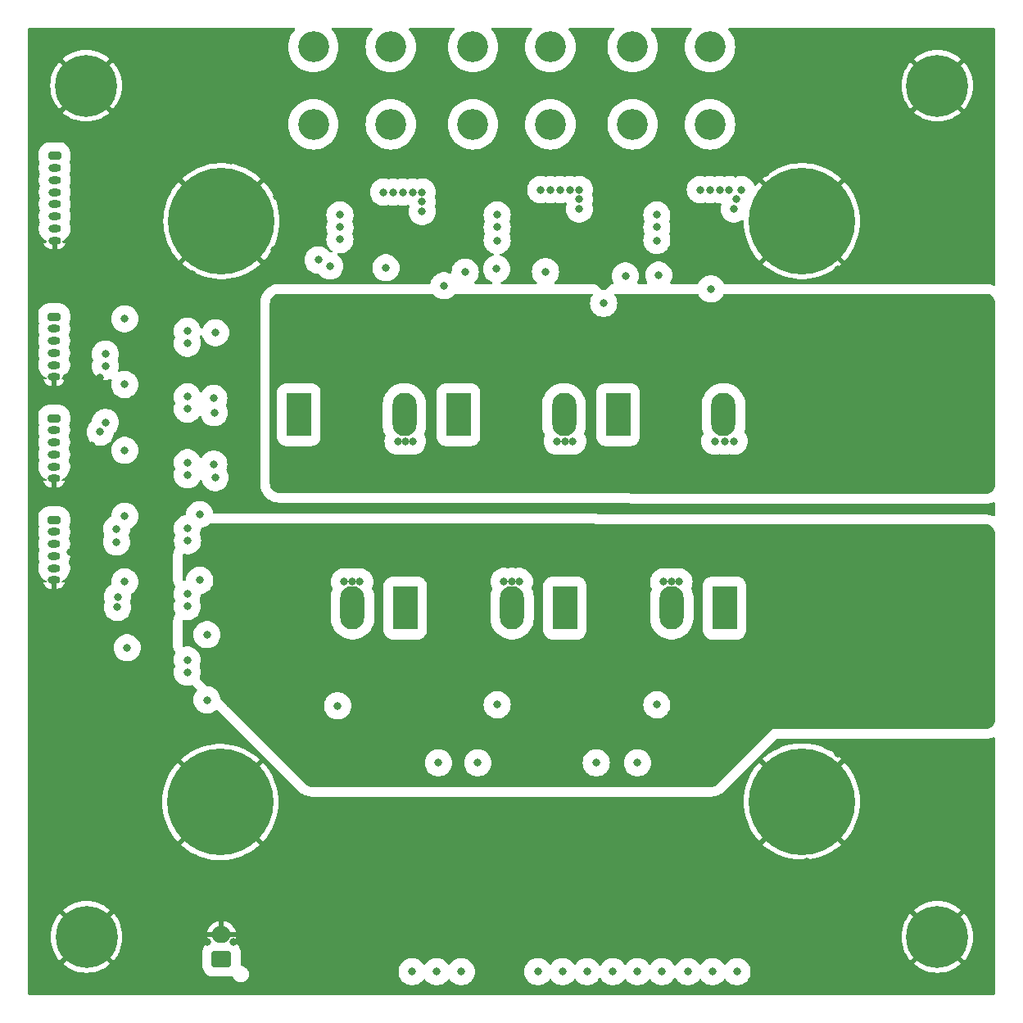
<source format=gbr>
G04 #@! TF.GenerationSoftware,KiCad,Pcbnew,8.0.6-1.fc40*
G04 #@! TF.CreationDate,2024-11-25T03:31:30-05:00*
G04 #@! TF.ProjectId,three_half_bridges,74687265-655f-4686-916c-665f62726964,rev?*
G04 #@! TF.SameCoordinates,Original*
G04 #@! TF.FileFunction,Copper,L3,Inr*
G04 #@! TF.FilePolarity,Positive*
%FSLAX46Y46*%
G04 Gerber Fmt 4.6, Leading zero omitted, Abs format (unit mm)*
G04 Created by KiCad (PCBNEW 8.0.6-1.fc40) date 2024-11-25 03:31:30*
%MOMM*%
%LPD*%
G01*
G04 APERTURE LIST*
G04 Aperture macros list*
%AMRoundRect*
0 Rectangle with rounded corners*
0 $1 Rounding radius*
0 $2 $3 $4 $5 $6 $7 $8 $9 X,Y pos of 4 corners*
0 Add a 4 corners polygon primitive as box body*
4,1,4,$2,$3,$4,$5,$6,$7,$8,$9,$2,$3,0*
0 Add four circle primitives for the rounded corners*
1,1,$1+$1,$2,$3*
1,1,$1+$1,$4,$5*
1,1,$1+$1,$6,$7*
1,1,$1+$1,$8,$9*
0 Add four rect primitives between the rounded corners*
20,1,$1+$1,$2,$3,$4,$5,0*
20,1,$1+$1,$4,$5,$6,$7,0*
20,1,$1+$1,$6,$7,$8,$9,0*
20,1,$1+$1,$8,$9,$2,$3,0*%
G04 Aperture macros list end*
G04 #@! TA.AperFunction,ComponentPad*
%ADD10RoundRect,0.250000X0.750000X-0.600000X0.750000X0.600000X-0.750000X0.600000X-0.750000X-0.600000X0*%
G04 #@! TD*
G04 #@! TA.AperFunction,ComponentPad*
%ADD11O,2.000000X1.700000*%
G04 #@! TD*
G04 #@! TA.AperFunction,ComponentPad*
%ADD12C,0.800000*%
G04 #@! TD*
G04 #@! TA.AperFunction,ComponentPad*
%ADD13C,6.400000*%
G04 #@! TD*
G04 #@! TA.AperFunction,ComponentPad*
%ADD14C,3.200000*%
G04 #@! TD*
G04 #@! TA.AperFunction,ComponentPad*
%ADD15C,0.900000*%
G04 #@! TD*
G04 #@! TA.AperFunction,ComponentPad*
%ADD16C,11.000000*%
G04 #@! TD*
G04 #@! TA.AperFunction,ComponentPad*
%ADD17R,2.500000X4.500000*%
G04 #@! TD*
G04 #@! TA.AperFunction,ComponentPad*
%ADD18O,2.500000X4.500000*%
G04 #@! TD*
G04 #@! TA.AperFunction,ComponentPad*
%ADD19RoundRect,0.200000X-0.450000X0.200000X-0.450000X-0.200000X0.450000X-0.200000X0.450000X0.200000X0*%
G04 #@! TD*
G04 #@! TA.AperFunction,ComponentPad*
%ADD20O,1.300000X0.800000*%
G04 #@! TD*
G04 #@! TA.AperFunction,ViaPad*
%ADD21C,0.800000*%
G04 #@! TD*
G04 APERTURE END LIST*
D10*
X100000000Y-126250000D03*
D11*
X100000000Y-123750000D03*
D12*
X171600000Y-124000000D03*
X172302944Y-122302944D03*
X172302944Y-125697056D03*
X174000000Y-121600000D03*
D13*
X174000000Y-124000000D03*
D12*
X174000000Y-126400000D03*
X175697056Y-122302944D03*
X175697056Y-125697056D03*
X176400000Y-124000000D03*
D14*
X126000000Y-32000000D03*
X126000000Y-40000000D03*
X134000000Y-32000000D03*
X134000000Y-40000000D03*
D15*
X155875000Y-110000000D03*
X157073185Y-107073185D03*
X157073185Y-112926815D03*
X160000000Y-105875000D03*
D16*
X160000000Y-110000000D03*
D15*
X160000000Y-114125000D03*
X162926815Y-107073185D03*
X162926815Y-112926815D03*
X164125000Y-110000000D03*
X95875000Y-50000000D03*
X97073185Y-47073185D03*
X97073185Y-52926815D03*
X100000000Y-45875000D03*
D16*
X100000000Y-50000000D03*
D15*
X100000000Y-54125000D03*
X102926815Y-47073185D03*
X102926815Y-52926815D03*
X104125000Y-50000000D03*
D12*
X171600000Y-36000000D03*
X172302944Y-34302944D03*
X172302944Y-37697056D03*
X174000000Y-33600000D03*
D13*
X174000000Y-36000000D03*
D12*
X174000000Y-38400000D03*
X175697056Y-34302944D03*
X175697056Y-37697056D03*
X176400000Y-36000000D03*
D14*
X142500000Y-32000000D03*
X142500000Y-40000000D03*
X150500000Y-32000000D03*
X150500000Y-40000000D03*
X109500000Y-32000000D03*
X109500000Y-40000000D03*
X117500000Y-32000000D03*
X117500000Y-40000000D03*
D15*
X95875000Y-110050000D03*
X97073185Y-107123185D03*
X97073185Y-112976815D03*
D16*
X99875000Y-110050000D03*
D15*
X100000000Y-105925000D03*
X100000000Y-114175000D03*
X102926815Y-107123185D03*
X102926815Y-112976815D03*
X104125000Y-110050000D03*
D12*
X83652944Y-124000000D03*
X84355888Y-122302944D03*
X84355888Y-125697056D03*
X86052944Y-121600000D03*
D13*
X86052944Y-124000000D03*
D12*
X86052944Y-126400000D03*
X87750000Y-122302944D03*
X87750000Y-125697056D03*
X88452944Y-124000000D03*
D14*
X170250000Y-68500000D03*
X170250000Y-76500000D03*
X178250000Y-68500000D03*
X178250000Y-76500000D03*
D15*
X155875000Y-50000000D03*
X157073185Y-47073185D03*
X157073185Y-52926815D03*
X160000000Y-45875000D03*
D16*
X160000000Y-50000000D03*
D15*
X160000000Y-54125000D03*
X162926815Y-47073185D03*
X162926815Y-52926815D03*
X164125000Y-50000000D03*
D12*
X83600000Y-36000000D03*
X84302944Y-34302944D03*
X84302944Y-37697056D03*
X86000000Y-33600000D03*
D13*
X86000000Y-36000000D03*
D12*
X86000000Y-38400000D03*
X87697056Y-34302944D03*
X87697056Y-37697056D03*
X88400000Y-36000000D03*
D14*
X170000000Y-83500000D03*
X170000000Y-91500000D03*
X178000000Y-83500000D03*
X178000000Y-91500000D03*
D17*
X135500000Y-90000000D03*
D18*
X130050000Y-90000000D03*
X124600000Y-90000000D03*
D17*
X124500000Y-70000000D03*
D18*
X129950000Y-70000000D03*
X135400000Y-70000000D03*
D17*
X108000000Y-70000000D03*
D18*
X113450000Y-70000000D03*
X118900000Y-70000000D03*
D19*
X82700000Y-70375000D03*
D20*
X82700000Y-71625000D03*
X82700000Y-72875000D03*
X82700000Y-74125000D03*
X82700000Y-75375000D03*
X82700000Y-76625000D03*
D19*
X82700000Y-80875000D03*
D20*
X82700000Y-82125000D03*
X82700000Y-83375000D03*
X82700000Y-84625000D03*
X82700000Y-85875000D03*
X82700000Y-87125000D03*
D19*
X82700000Y-59875000D03*
D20*
X82700000Y-61125000D03*
X82700000Y-62375000D03*
X82700000Y-63625000D03*
X82700000Y-64875000D03*
X82700000Y-66125000D03*
D19*
X82750000Y-43250000D03*
D20*
X82750000Y-44500000D03*
X82750000Y-45750000D03*
X82750000Y-47000000D03*
X82750000Y-48250000D03*
X82750000Y-49500000D03*
X82750000Y-50750000D03*
X82750000Y-52000000D03*
D17*
X152000000Y-90000000D03*
D18*
X146550000Y-90000000D03*
X141100000Y-90000000D03*
D17*
X141000000Y-70000000D03*
D18*
X146450000Y-70000000D03*
X151900000Y-70000000D03*
D17*
X119000000Y-90000000D03*
D18*
X113550000Y-90000000D03*
X108100000Y-90000000D03*
D21*
X96000000Y-124500000D03*
X97250000Y-124500000D03*
X137500000Y-129500000D03*
X92500000Y-101250000D03*
X130000000Y-46250000D03*
X80500000Y-35000000D03*
X132500000Y-129500000D03*
X125725000Y-49750000D03*
X179500000Y-38750000D03*
X80500000Y-113750000D03*
X80500000Y-88750000D03*
X179500000Y-122500000D03*
X179500000Y-37500000D03*
X80500000Y-115000000D03*
X94250000Y-43000000D03*
X80500000Y-37500000D03*
X135000000Y-129500000D03*
X95750000Y-37750000D03*
X113500000Y-46500000D03*
X85000000Y-66200000D03*
X179500000Y-126250000D03*
X142750000Y-47750000D03*
X130000000Y-129500000D03*
X91000000Y-38800000D03*
X160000000Y-121250000D03*
X103750000Y-30500000D03*
X116250000Y-129500000D03*
X106500000Y-39500000D03*
X83200000Y-93200000D03*
X105000000Y-120750000D03*
X179500000Y-123750000D03*
X173750000Y-129500000D03*
X156250000Y-31250000D03*
X163750000Y-129500000D03*
X80500000Y-110000000D03*
X173750000Y-55000000D03*
X109750000Y-47500000D03*
X179500000Y-50000000D03*
X96250000Y-42750000D03*
X80500000Y-127500000D03*
X131250000Y-129500000D03*
X96250000Y-129500000D03*
X139500000Y-47750000D03*
X128500000Y-44750000D03*
X106250000Y-124500000D03*
X163750000Y-55000000D03*
X105000000Y-129500000D03*
X80500000Y-73750000D03*
X155000000Y-129500000D03*
X87250000Y-107500000D03*
X86750000Y-92250000D03*
X101250000Y-124500000D03*
X87400000Y-66200000D03*
X142250000Y-53250000D03*
X156250000Y-42500000D03*
X172500000Y-129500000D03*
X85600000Y-97600000D03*
X86250000Y-67250000D03*
X98250000Y-42750000D03*
X87250000Y-115000000D03*
X144000000Y-45500000D03*
X179500000Y-111250000D03*
X91800000Y-38000000D03*
X108500000Y-53000000D03*
X87025000Y-86225000D03*
X80500000Y-82500000D03*
X95000000Y-30500000D03*
X141250000Y-46250000D03*
X88250000Y-48750000D03*
X130750000Y-47000000D03*
X114250000Y-47250000D03*
X80500000Y-65000000D03*
X179500000Y-48750000D03*
X105000000Y-114500000D03*
X160500000Y-118750000D03*
X88000000Y-117250000D03*
X87250000Y-106250000D03*
X179500000Y-107500000D03*
X106500000Y-53000000D03*
X86000000Y-88750000D03*
X171250000Y-30500000D03*
X105000000Y-119500000D03*
X86000000Y-89750000D03*
X80500000Y-90000000D03*
X80500000Y-76250000D03*
X80500000Y-47500000D03*
X165000000Y-129500000D03*
X100250000Y-43000000D03*
X105000000Y-118250000D03*
X91250000Y-98750000D03*
X91250000Y-129500000D03*
X100750000Y-37750000D03*
X179500000Y-121250000D03*
X87250000Y-103750000D03*
X160500000Y-120000000D03*
X170000000Y-55000000D03*
X179500000Y-110000000D03*
X85000000Y-78500000D03*
X156250000Y-40000000D03*
X140500000Y-45500000D03*
X170000000Y-129500000D03*
X111250000Y-129500000D03*
X103750000Y-129500000D03*
X87250000Y-113750000D03*
X166250000Y-30500000D03*
X102500000Y-129500000D03*
X91250000Y-45750000D03*
X93750000Y-129500000D03*
X91600000Y-79000000D03*
X163750000Y-105000000D03*
X95250000Y-42750000D03*
X83200000Y-89600000D03*
X123750000Y-129500000D03*
X105500000Y-53000000D03*
X83200000Y-94600000D03*
X121250000Y-129500000D03*
X80500000Y-50000000D03*
X158750000Y-30500000D03*
X101750000Y-37750000D03*
X80500000Y-100000000D03*
X80500000Y-40000000D03*
X161250000Y-30500000D03*
X80500000Y-48750000D03*
X123250000Y-49750000D03*
X86250000Y-30500000D03*
X86750000Y-94500000D03*
X179500000Y-125000000D03*
X144750000Y-46250000D03*
X80500000Y-77500000D03*
X80500000Y-51250000D03*
X80500000Y-58750000D03*
X87250000Y-112500000D03*
X80500000Y-120000000D03*
X176250000Y-105000000D03*
X97750000Y-37750000D03*
X179500000Y-52500000D03*
X92750000Y-44250000D03*
X166250000Y-105000000D03*
X86000000Y-85250000D03*
X83200000Y-88400000D03*
X80500000Y-63750000D03*
X113750000Y-129500000D03*
X168750000Y-30500000D03*
X133750000Y-129500000D03*
X177500000Y-30500000D03*
X143250000Y-44750000D03*
X107750000Y-47500000D03*
X155000000Y-128250000D03*
X85000000Y-30500000D03*
X98500000Y-124500000D03*
X101250000Y-129500000D03*
X87750000Y-92250000D03*
X168750000Y-129500000D03*
X103250000Y-39250000D03*
X92500000Y-30500000D03*
X170000000Y-30500000D03*
X92500000Y-100000000D03*
X175000000Y-105000000D03*
X87500000Y-58250000D03*
X87250000Y-108750000D03*
X83200000Y-92000000D03*
X97500000Y-30500000D03*
X93000000Y-122250000D03*
X80500000Y-116250000D03*
X87000000Y-42800000D03*
X143750000Y-129500000D03*
X142500000Y-129500000D03*
X97250000Y-42750000D03*
X159000000Y-122250000D03*
X105000000Y-30500000D03*
X115000000Y-129500000D03*
X156250000Y-37500000D03*
X166250000Y-55000000D03*
X102500000Y-38500000D03*
X83800000Y-95600000D03*
X177500000Y-55000000D03*
X168750000Y-105000000D03*
X91600000Y-85750000D03*
X142225000Y-49750000D03*
X81250000Y-30500000D03*
X101250000Y-30500000D03*
X80500000Y-57500000D03*
X90200000Y-39600000D03*
X80500000Y-125000000D03*
X167500000Y-105000000D03*
X97000000Y-55500000D03*
X85400000Y-83400000D03*
X87800000Y-98400000D03*
X84600000Y-96600000D03*
X172500000Y-30500000D03*
X106500000Y-40500000D03*
X86750000Y-50250000D03*
X178750000Y-105000000D03*
X83750000Y-129500000D03*
X160000000Y-30500000D03*
X87500000Y-129500000D03*
X104750000Y-40750000D03*
X87800000Y-42000000D03*
X83000000Y-56250000D03*
X83000000Y-57500000D03*
X86250000Y-129500000D03*
X178500000Y-55000000D03*
X125250000Y-45750000D03*
X99750000Y-37750000D03*
X156250000Y-36250000D03*
X99250000Y-42750000D03*
X80500000Y-87500000D03*
X142000000Y-47000000D03*
X80500000Y-33750000D03*
X171250000Y-129500000D03*
X102500000Y-30500000D03*
X103750000Y-124500000D03*
X80500000Y-46250000D03*
X179500000Y-113750000D03*
X91250000Y-58250000D03*
X82500000Y-129500000D03*
X123250000Y-46750000D03*
X142500000Y-44000000D03*
X91600000Y-72000000D03*
X92500000Y-103750000D03*
X158750000Y-129500000D03*
X84800000Y-43400000D03*
X92500000Y-56250000D03*
X80500000Y-31250000D03*
X116250000Y-124500000D03*
X80500000Y-118750000D03*
X87800000Y-94500000D03*
X106500000Y-38500000D03*
X80500000Y-71250000D03*
X80500000Y-68750000D03*
X157500000Y-30500000D03*
X179500000Y-127500000D03*
X148750000Y-129500000D03*
X118750000Y-129500000D03*
X141750000Y-43250000D03*
X80500000Y-106250000D03*
X101000000Y-43750000D03*
X126250000Y-129500000D03*
X80500000Y-41250000D03*
X176250000Y-129500000D03*
X95000000Y-129500000D03*
X115000000Y-124500000D03*
X172500000Y-55000000D03*
X152500000Y-129500000D03*
X85250000Y-52750000D03*
X92500000Y-102500000D03*
X173750000Y-105000000D03*
X80500000Y-55000000D03*
X175000000Y-55000000D03*
X80500000Y-91250000D03*
X80500000Y-95000000D03*
X158000000Y-123250000D03*
X85000000Y-68250000D03*
X87250000Y-111250000D03*
X94750000Y-37750000D03*
X179500000Y-106250000D03*
X85800000Y-74000000D03*
X176250000Y-55000000D03*
X156250000Y-41250000D03*
X106750000Y-47500000D03*
X84000000Y-66200000D03*
X117500000Y-124500000D03*
X80500000Y-61250000D03*
X139500000Y-48750000D03*
X98750000Y-30500000D03*
X84750000Y-53750000D03*
X106500000Y-32500000D03*
X93000000Y-55500000D03*
X86200000Y-66200000D03*
X104000000Y-40000000D03*
X94000000Y-55500000D03*
X163750000Y-30500000D03*
X83750000Y-58250000D03*
X86600000Y-73200000D03*
X179500000Y-40000000D03*
X106500000Y-36500000D03*
X87250000Y-100000000D03*
X88600000Y-41200000D03*
X87000000Y-89750000D03*
X80500000Y-101250000D03*
X156250000Y-43750000D03*
X92500000Y-105000000D03*
X86400000Y-82600000D03*
X156250000Y-129500000D03*
X153750000Y-129500000D03*
X92000000Y-45000000D03*
X80500000Y-32500000D03*
X160000000Y-129500000D03*
X90500000Y-46500000D03*
X113750000Y-124500000D03*
X156250000Y-38750000D03*
X175000000Y-30500000D03*
X108750000Y-47500000D03*
X173750000Y-30500000D03*
X80500000Y-56250000D03*
X98750000Y-37750000D03*
X127500000Y-129500000D03*
X110000000Y-129500000D03*
X106500000Y-34500000D03*
X80500000Y-85000000D03*
X139500000Y-50750000D03*
X85500000Y-51750000D03*
X92500000Y-129500000D03*
X86000000Y-86250000D03*
X112500000Y-124500000D03*
X179500000Y-42500000D03*
X80500000Y-45000000D03*
X179500000Y-31250000D03*
X179500000Y-41250000D03*
X112500000Y-129500000D03*
X147500000Y-129500000D03*
X108750000Y-129500000D03*
X80500000Y-111250000D03*
X95000000Y-105000000D03*
X167500000Y-55000000D03*
X80500000Y-97500000D03*
X179500000Y-128750000D03*
X155000000Y-127000000D03*
X146250000Y-129500000D03*
X107500000Y-129500000D03*
X166250000Y-129500000D03*
X87250000Y-110000000D03*
X179500000Y-45000000D03*
X86000000Y-43250000D03*
X162500000Y-129500000D03*
X85000000Y-58250000D03*
X162500000Y-30500000D03*
X100000000Y-129500000D03*
X80500000Y-108750000D03*
X85000000Y-74750000D03*
X80500000Y-128750000D03*
X167500000Y-30500000D03*
X106500000Y-31500000D03*
X102500000Y-124500000D03*
X93750000Y-105000000D03*
X80500000Y-121250000D03*
X179500000Y-112500000D03*
X90000000Y-30500000D03*
X87250000Y-105000000D03*
X105500000Y-41500000D03*
X105000000Y-123250000D03*
X98750000Y-129500000D03*
X87250000Y-116250000D03*
X171250000Y-55000000D03*
X80500000Y-86250000D03*
X80500000Y-112500000D03*
X179500000Y-35000000D03*
X168750000Y-55000000D03*
X179500000Y-117500000D03*
X93750000Y-37750000D03*
X88750000Y-129500000D03*
X80500000Y-52500000D03*
X107500000Y-53000000D03*
X123250000Y-45750000D03*
X123250000Y-47750000D03*
X80500000Y-92500000D03*
X179500000Y-33750000D03*
X179500000Y-43750000D03*
X86600000Y-98400000D03*
X120000000Y-129500000D03*
X179500000Y-118750000D03*
X80500000Y-107500000D03*
X91500000Y-92250000D03*
X112750000Y-45750000D03*
X125000000Y-129500000D03*
X123250000Y-48750000D03*
X106250000Y-42250000D03*
X100000000Y-30500000D03*
X138750000Y-129500000D03*
X179500000Y-108750000D03*
X90000000Y-119250000D03*
X109475000Y-49750000D03*
X122500000Y-129500000D03*
X84000000Y-54500000D03*
X80500000Y-96250000D03*
X145000000Y-129500000D03*
X108750000Y-124500000D03*
X111250000Y-124500000D03*
X96750000Y-37750000D03*
X80500000Y-122500000D03*
X136250000Y-129500000D03*
X156250000Y-32500000D03*
X80500000Y-42500000D03*
X80500000Y-83750000D03*
X106500000Y-30500000D03*
X110000000Y-124500000D03*
X106500000Y-35500000D03*
X127000000Y-47000000D03*
X109475000Y-51250000D03*
X105000000Y-115750000D03*
X129250000Y-45500000D03*
X165000000Y-105000000D03*
X176250000Y-30500000D03*
X105750000Y-47500000D03*
X80500000Y-102500000D03*
X106500000Y-37500000D03*
X177500000Y-129500000D03*
X80500000Y-66250000D03*
X167500000Y-129500000D03*
X92750000Y-37750000D03*
X105000000Y-122000000D03*
X80500000Y-36250000D03*
X106500000Y-33500000D03*
X156250000Y-35000000D03*
X91250000Y-30500000D03*
X80500000Y-78750000D03*
X83750000Y-30500000D03*
X87500000Y-30500000D03*
X179500000Y-120000000D03*
X80500000Y-53750000D03*
X85000000Y-77250000D03*
X178750000Y-129500000D03*
X125750000Y-53250000D03*
X80500000Y-80000000D03*
X88750000Y-30500000D03*
X81250000Y-129500000D03*
X80500000Y-62500000D03*
X80500000Y-98750000D03*
X156000000Y-125000000D03*
X124250000Y-45750000D03*
X80500000Y-67500000D03*
X172500000Y-105000000D03*
X179500000Y-47500000D03*
X86000000Y-51000000D03*
X85000000Y-129500000D03*
X96250000Y-30500000D03*
X80500000Y-117500000D03*
X89750000Y-47250000D03*
X127750000Y-47750000D03*
X92000000Y-121250000D03*
X160500000Y-117500000D03*
X179500000Y-46250000D03*
X89000000Y-48000000D03*
X139500000Y-46750000D03*
X179500000Y-53750000D03*
X156250000Y-45000000D03*
X179500000Y-55000000D03*
X87000000Y-88750000D03*
X83250000Y-55250000D03*
X83200000Y-90800000D03*
X80500000Y-81250000D03*
X96000000Y-55500000D03*
X80500000Y-105000000D03*
X106250000Y-129500000D03*
X86250000Y-58250000D03*
X105000000Y-117000000D03*
X128750000Y-129500000D03*
X175000000Y-129500000D03*
X97500000Y-129500000D03*
X91000000Y-120250000D03*
X145500000Y-47000000D03*
X80500000Y-126250000D03*
X126250000Y-46250000D03*
X95000000Y-124000000D03*
X92500000Y-58250000D03*
X80500000Y-93750000D03*
X179500000Y-51250000D03*
X161250000Y-129500000D03*
X151250000Y-129500000D03*
X80500000Y-43750000D03*
X155000000Y-125750000D03*
X165000000Y-30500000D03*
X171250000Y-105000000D03*
X160500000Y-116250000D03*
X107500000Y-124500000D03*
X92500000Y-57250000D03*
X139500000Y-44750000D03*
X92500000Y-98750000D03*
X150000000Y-129500000D03*
X140000000Y-129500000D03*
X141250000Y-129500000D03*
X105000000Y-124500000D03*
X87000000Y-85250000D03*
X94000000Y-123250000D03*
X179500000Y-115000000D03*
X80500000Y-38750000D03*
X156250000Y-33750000D03*
X139500000Y-49750000D03*
X82500000Y-30500000D03*
X178750000Y-30500000D03*
X89400000Y-40400000D03*
X157000000Y-124250000D03*
X139500000Y-45750000D03*
X157500000Y-129500000D03*
X165000000Y-55000000D03*
X80500000Y-103750000D03*
X85000000Y-76000000D03*
X91500000Y-65250000D03*
X89000000Y-118250000D03*
X84400000Y-84200000D03*
X80500000Y-72500000D03*
X80500000Y-60000000D03*
X93500000Y-43500000D03*
X93750000Y-30500000D03*
X117500000Y-129500000D03*
X80500000Y-75000000D03*
X85000000Y-67250000D03*
X90000000Y-129500000D03*
X177500000Y-105000000D03*
X179500000Y-36250000D03*
X170000000Y-105000000D03*
X179500000Y-116250000D03*
X80500000Y-70000000D03*
X106750000Y-41500000D03*
X80500000Y-123750000D03*
X95000000Y-55500000D03*
X179500000Y-32500000D03*
X87500000Y-49500000D03*
X90000000Y-66895000D03*
X122250000Y-127592500D03*
X90000000Y-73695000D03*
X145000000Y-52000000D03*
X90000000Y-60095000D03*
X90250000Y-94095000D03*
X150750000Y-127592500D03*
X112250000Y-51905000D03*
X128500000Y-52000000D03*
X135250000Y-127592500D03*
X143000000Y-127592500D03*
X90000000Y-80495000D03*
X90000000Y-87295000D03*
X130750000Y-72750000D03*
X107750000Y-73750000D03*
X112500000Y-72750000D03*
X141750000Y-73750000D03*
X113250000Y-72750000D03*
X123250000Y-76500000D03*
X124250000Y-76500000D03*
X145250000Y-73000000D03*
X140750000Y-73750000D03*
X147250000Y-73000000D03*
X126250000Y-76500000D03*
X109750000Y-76250000D03*
X142000000Y-76500000D03*
X129250000Y-72750000D03*
X139750000Y-73750000D03*
X108750000Y-73750000D03*
X123250000Y-73750000D03*
X107750000Y-76250000D03*
X140000000Y-76500000D03*
X114100000Y-72750000D03*
X124250000Y-73750000D03*
X125250000Y-73750000D03*
X130000000Y-72750000D03*
X141000000Y-76500000D03*
X106750000Y-76250000D03*
X146250000Y-73000000D03*
X106750000Y-73750000D03*
X125250000Y-76500000D03*
X108750000Y-76250000D03*
X120250000Y-101750000D03*
X137750000Y-101750000D03*
X126750000Y-96750000D03*
X111250000Y-96750000D03*
X117351041Y-106648959D03*
X127750000Y-95750000D03*
X137750000Y-98250000D03*
X144500000Y-95750000D03*
X140500000Y-87300000D03*
X141300000Y-87300000D03*
X142100000Y-87300000D03*
X127750000Y-96750000D03*
X110250000Y-96750000D03*
X109000000Y-87200000D03*
X143500000Y-95750000D03*
X123800000Y-87200000D03*
X124800000Y-87200000D03*
X102375000Y-95000000D03*
X99750000Y-84305000D03*
X107400000Y-87200000D03*
X126750000Y-95750000D03*
X137000000Y-98250000D03*
X120250000Y-98250000D03*
X143500000Y-96750000D03*
X137000000Y-101750000D03*
X111250000Y-95750000D03*
X144500000Y-96750000D03*
X108200000Y-87200000D03*
X110250000Y-95750000D03*
X121000000Y-98250000D03*
X121000000Y-101750000D03*
X125800000Y-87200000D03*
X100750000Y-91250000D03*
X145000000Y-49365000D03*
X128500000Y-49365000D03*
X112250000Y-49365000D03*
X135500000Y-72750000D03*
X129200000Y-87250000D03*
X134700000Y-72750000D03*
X133500000Y-55225000D03*
X130000000Y-87250000D03*
X136300000Y-72750000D03*
X130800000Y-87250000D03*
X99200000Y-68325000D03*
X88000000Y-70800000D03*
X89259803Y-88825000D03*
X146500000Y-87300000D03*
X145700000Y-87300000D03*
X99200000Y-75125000D03*
X153000000Y-72750000D03*
X151000000Y-72750000D03*
X147300000Y-87300000D03*
X152000000Y-72750000D03*
X150600000Y-57000000D03*
X88000000Y-63750000D03*
X89150000Y-81825000D03*
X97750000Y-87125000D03*
X97750000Y-80325000D03*
X128500000Y-100000000D03*
X112000000Y-100100000D03*
X145000000Y-100000000D03*
X113500000Y-87300000D03*
X119000000Y-72750000D03*
X114300000Y-87300000D03*
X118250000Y-72750000D03*
X117000000Y-54825000D03*
X112700000Y-87300000D03*
X119750000Y-72750000D03*
X99386702Y-61525000D03*
X128500000Y-50635000D03*
X152500000Y-46750000D03*
X151500000Y-46750000D03*
X150500000Y-46750000D03*
X153250000Y-47750000D03*
X153750000Y-46750000D03*
X149500000Y-46750000D03*
X153000000Y-48750000D03*
X137000000Y-48750000D03*
X137000000Y-46750000D03*
X135000000Y-46750000D03*
X137000000Y-47750000D03*
X136000000Y-46750000D03*
X133000000Y-46750000D03*
X134000000Y-46750000D03*
X118750000Y-47000000D03*
X119750000Y-47000000D03*
X116750000Y-47000000D03*
X120750000Y-48000000D03*
X120750000Y-49000000D03*
X117750000Y-47000000D03*
X120750000Y-47000000D03*
X145000000Y-50635000D03*
X112250000Y-50635000D03*
X96475000Y-76235000D03*
X145200000Y-55575000D03*
X96475000Y-96635000D03*
X128447550Y-54947550D03*
X96475000Y-69435000D03*
X96475000Y-89835000D03*
X111200000Y-54650000D03*
X96475000Y-62635000D03*
X96500000Y-83035000D03*
X89250000Y-89925000D03*
X87475000Y-71800000D03*
X89150000Y-83175000D03*
X88000000Y-65000000D03*
X99250000Y-69800000D03*
X123000000Y-56675000D03*
X139500000Y-58500000D03*
X99348475Y-76505909D03*
X96475000Y-88565000D03*
X122425000Y-106000000D03*
X125199847Y-55274847D03*
X96475000Y-68165000D03*
X138750000Y-106000000D03*
X96475000Y-95365000D03*
X141750000Y-55675000D03*
X96475000Y-74965000D03*
X96475000Y-81765000D03*
X110000000Y-54025000D03*
X96475000Y-61365000D03*
X140460000Y-127592500D03*
X145540000Y-127592500D03*
X124790000Y-127592500D03*
X119710000Y-127592500D03*
X153290000Y-127592500D03*
X148210000Y-127592500D03*
X132710000Y-127592500D03*
X137790000Y-127592500D03*
X126500000Y-106000000D03*
X98500000Y-92750000D03*
X98500000Y-99500000D03*
X143000000Y-106000000D03*
G04 #@! TA.AperFunction,Conductor*
G36*
X107564514Y-30045185D02*
G01*
X107610269Y-30097989D01*
X107620213Y-30167147D01*
X107591188Y-30230703D01*
X107585156Y-30237181D01*
X107549942Y-30272394D01*
X107355924Y-30520039D01*
X107193162Y-30789281D01*
X107193161Y-30789283D01*
X107064043Y-31076172D01*
X107064039Y-31076183D01*
X106970453Y-31376513D01*
X106913741Y-31685976D01*
X106894747Y-32000000D01*
X106913741Y-32314023D01*
X106913741Y-32314028D01*
X106913742Y-32314029D01*
X106970451Y-32623478D01*
X106970452Y-32623482D01*
X106970453Y-32623486D01*
X107064039Y-32923816D01*
X107064043Y-32923827D01*
X107064044Y-32923830D01*
X107064046Y-32923835D01*
X107193163Y-33210721D01*
X107355919Y-33479952D01*
X107355924Y-33479960D01*
X107549942Y-33727605D01*
X107772394Y-33950057D01*
X108020039Y-34144075D01*
X108020044Y-34144078D01*
X108020048Y-34144081D01*
X108289279Y-34306837D01*
X108576165Y-34435954D01*
X108576175Y-34435957D01*
X108576183Y-34435960D01*
X108759248Y-34493005D01*
X108876522Y-34529549D01*
X109185971Y-34586258D01*
X109500000Y-34605253D01*
X109814029Y-34586258D01*
X110123478Y-34529549D01*
X110423835Y-34435954D01*
X110710721Y-34306837D01*
X110979952Y-34144081D01*
X111227602Y-33950060D01*
X111450060Y-33727602D01*
X111644081Y-33479952D01*
X111806837Y-33210721D01*
X111935954Y-32923835D01*
X112029549Y-32623478D01*
X112086258Y-32314029D01*
X112105253Y-32000000D01*
X112086258Y-31685971D01*
X112029549Y-31376522D01*
X111935954Y-31076165D01*
X111806837Y-30789279D01*
X111644081Y-30520048D01*
X111644078Y-30520044D01*
X111644075Y-30520039D01*
X111450057Y-30272394D01*
X111414844Y-30237181D01*
X111381359Y-30175858D01*
X111386343Y-30106166D01*
X111428215Y-30050233D01*
X111493679Y-30025816D01*
X111502525Y-30025500D01*
X115497475Y-30025500D01*
X115564514Y-30045185D01*
X115610269Y-30097989D01*
X115620213Y-30167147D01*
X115591188Y-30230703D01*
X115585156Y-30237181D01*
X115549942Y-30272394D01*
X115355924Y-30520039D01*
X115193162Y-30789281D01*
X115193161Y-30789283D01*
X115064043Y-31076172D01*
X115064039Y-31076183D01*
X114970453Y-31376513D01*
X114913741Y-31685976D01*
X114894747Y-32000000D01*
X114913741Y-32314023D01*
X114913741Y-32314028D01*
X114913742Y-32314029D01*
X114970451Y-32623478D01*
X114970452Y-32623482D01*
X114970453Y-32623486D01*
X115064039Y-32923816D01*
X115064043Y-32923827D01*
X115064044Y-32923830D01*
X115064046Y-32923835D01*
X115193163Y-33210721D01*
X115355919Y-33479952D01*
X115355924Y-33479960D01*
X115549942Y-33727605D01*
X115772394Y-33950057D01*
X116020039Y-34144075D01*
X116020044Y-34144078D01*
X116020048Y-34144081D01*
X116289279Y-34306837D01*
X116576165Y-34435954D01*
X116576175Y-34435957D01*
X116576183Y-34435960D01*
X116759248Y-34493005D01*
X116876522Y-34529549D01*
X117185971Y-34586258D01*
X117500000Y-34605253D01*
X117814029Y-34586258D01*
X118123478Y-34529549D01*
X118423835Y-34435954D01*
X118710721Y-34306837D01*
X118979952Y-34144081D01*
X119227602Y-33950060D01*
X119450060Y-33727602D01*
X119644081Y-33479952D01*
X119806837Y-33210721D01*
X119935954Y-32923835D01*
X120029549Y-32623478D01*
X120086258Y-32314029D01*
X120105253Y-32000000D01*
X120086258Y-31685971D01*
X120029549Y-31376522D01*
X119935954Y-31076165D01*
X119806837Y-30789279D01*
X119644081Y-30520048D01*
X119644078Y-30520044D01*
X119644075Y-30520039D01*
X119450057Y-30272394D01*
X119414844Y-30237181D01*
X119381359Y-30175858D01*
X119386343Y-30106166D01*
X119428215Y-30050233D01*
X119493679Y-30025816D01*
X119502525Y-30025500D01*
X123997475Y-30025500D01*
X124064514Y-30045185D01*
X124110269Y-30097989D01*
X124120213Y-30167147D01*
X124091188Y-30230703D01*
X124085156Y-30237181D01*
X124049942Y-30272394D01*
X123855924Y-30520039D01*
X123693162Y-30789281D01*
X123693161Y-30789283D01*
X123564043Y-31076172D01*
X123564039Y-31076183D01*
X123470453Y-31376513D01*
X123413741Y-31685976D01*
X123394747Y-32000000D01*
X123413741Y-32314023D01*
X123413741Y-32314028D01*
X123413742Y-32314029D01*
X123470451Y-32623478D01*
X123470452Y-32623482D01*
X123470453Y-32623486D01*
X123564039Y-32923816D01*
X123564043Y-32923827D01*
X123564044Y-32923830D01*
X123564046Y-32923835D01*
X123693163Y-33210721D01*
X123855919Y-33479952D01*
X123855924Y-33479960D01*
X124049942Y-33727605D01*
X124272394Y-33950057D01*
X124520039Y-34144075D01*
X124520044Y-34144078D01*
X124520048Y-34144081D01*
X124789279Y-34306837D01*
X125076165Y-34435954D01*
X125076175Y-34435957D01*
X125076183Y-34435960D01*
X125259248Y-34493005D01*
X125376522Y-34529549D01*
X125685971Y-34586258D01*
X126000000Y-34605253D01*
X126314029Y-34586258D01*
X126623478Y-34529549D01*
X126923835Y-34435954D01*
X127210721Y-34306837D01*
X127479952Y-34144081D01*
X127727602Y-33950060D01*
X127950060Y-33727602D01*
X128144081Y-33479952D01*
X128306837Y-33210721D01*
X128435954Y-32923835D01*
X128529549Y-32623478D01*
X128586258Y-32314029D01*
X128605253Y-32000000D01*
X128586258Y-31685971D01*
X128529549Y-31376522D01*
X128435954Y-31076165D01*
X128306837Y-30789279D01*
X128144081Y-30520048D01*
X128144078Y-30520044D01*
X128144075Y-30520039D01*
X127950057Y-30272394D01*
X127914844Y-30237181D01*
X127881359Y-30175858D01*
X127886343Y-30106166D01*
X127928215Y-30050233D01*
X127993679Y-30025816D01*
X128002525Y-30025500D01*
X131997475Y-30025500D01*
X132064514Y-30045185D01*
X132110269Y-30097989D01*
X132120213Y-30167147D01*
X132091188Y-30230703D01*
X132085156Y-30237181D01*
X132049942Y-30272394D01*
X131855924Y-30520039D01*
X131693162Y-30789281D01*
X131693161Y-30789283D01*
X131564043Y-31076172D01*
X131564039Y-31076183D01*
X131470453Y-31376513D01*
X131413741Y-31685976D01*
X131394747Y-32000000D01*
X131413741Y-32314023D01*
X131413741Y-32314028D01*
X131413742Y-32314029D01*
X131470451Y-32623478D01*
X131470452Y-32623482D01*
X131470453Y-32623486D01*
X131564039Y-32923816D01*
X131564043Y-32923827D01*
X131564044Y-32923830D01*
X131564046Y-32923835D01*
X131693163Y-33210721D01*
X131855919Y-33479952D01*
X131855924Y-33479960D01*
X132049942Y-33727605D01*
X132272394Y-33950057D01*
X132520039Y-34144075D01*
X132520044Y-34144078D01*
X132520048Y-34144081D01*
X132789279Y-34306837D01*
X133076165Y-34435954D01*
X133076175Y-34435957D01*
X133076183Y-34435960D01*
X133259248Y-34493005D01*
X133376522Y-34529549D01*
X133685971Y-34586258D01*
X134000000Y-34605253D01*
X134314029Y-34586258D01*
X134623478Y-34529549D01*
X134923835Y-34435954D01*
X135210721Y-34306837D01*
X135479952Y-34144081D01*
X135727602Y-33950060D01*
X135950060Y-33727602D01*
X136144081Y-33479952D01*
X136306837Y-33210721D01*
X136435954Y-32923835D01*
X136529549Y-32623478D01*
X136586258Y-32314029D01*
X136605253Y-32000000D01*
X136586258Y-31685971D01*
X136529549Y-31376522D01*
X136435954Y-31076165D01*
X136306837Y-30789279D01*
X136144081Y-30520048D01*
X136144078Y-30520044D01*
X136144075Y-30520039D01*
X135950057Y-30272394D01*
X135914844Y-30237181D01*
X135881359Y-30175858D01*
X135886343Y-30106166D01*
X135928215Y-30050233D01*
X135993679Y-30025816D01*
X136002525Y-30025500D01*
X140497475Y-30025500D01*
X140564514Y-30045185D01*
X140610269Y-30097989D01*
X140620213Y-30167147D01*
X140591188Y-30230703D01*
X140585156Y-30237181D01*
X140549942Y-30272394D01*
X140355924Y-30520039D01*
X140193162Y-30789281D01*
X140193161Y-30789283D01*
X140064043Y-31076172D01*
X140064039Y-31076183D01*
X139970453Y-31376513D01*
X139913741Y-31685976D01*
X139894747Y-32000000D01*
X139913741Y-32314023D01*
X139913741Y-32314028D01*
X139913742Y-32314029D01*
X139970451Y-32623478D01*
X139970452Y-32623482D01*
X139970453Y-32623486D01*
X140064039Y-32923816D01*
X140064043Y-32923827D01*
X140064044Y-32923830D01*
X140064046Y-32923835D01*
X140193163Y-33210721D01*
X140355919Y-33479952D01*
X140355924Y-33479960D01*
X140549942Y-33727605D01*
X140772394Y-33950057D01*
X141020039Y-34144075D01*
X141020044Y-34144078D01*
X141020048Y-34144081D01*
X141289279Y-34306837D01*
X141576165Y-34435954D01*
X141576175Y-34435957D01*
X141576183Y-34435960D01*
X141759248Y-34493005D01*
X141876522Y-34529549D01*
X142185971Y-34586258D01*
X142500000Y-34605253D01*
X142814029Y-34586258D01*
X143123478Y-34529549D01*
X143423835Y-34435954D01*
X143710721Y-34306837D01*
X143979952Y-34144081D01*
X144227602Y-33950060D01*
X144450060Y-33727602D01*
X144644081Y-33479952D01*
X144806837Y-33210721D01*
X144935954Y-32923835D01*
X145029549Y-32623478D01*
X145086258Y-32314029D01*
X145105253Y-32000000D01*
X145086258Y-31685971D01*
X145029549Y-31376522D01*
X144935954Y-31076165D01*
X144806837Y-30789279D01*
X144644081Y-30520048D01*
X144644078Y-30520044D01*
X144644075Y-30520039D01*
X144450057Y-30272394D01*
X144414844Y-30237181D01*
X144381359Y-30175858D01*
X144386343Y-30106166D01*
X144428215Y-30050233D01*
X144493679Y-30025816D01*
X144502525Y-30025500D01*
X148497475Y-30025500D01*
X148564514Y-30045185D01*
X148610269Y-30097989D01*
X148620213Y-30167147D01*
X148591188Y-30230703D01*
X148585156Y-30237181D01*
X148549942Y-30272394D01*
X148355924Y-30520039D01*
X148193162Y-30789281D01*
X148193161Y-30789283D01*
X148064043Y-31076172D01*
X148064039Y-31076183D01*
X147970453Y-31376513D01*
X147913741Y-31685976D01*
X147894747Y-32000000D01*
X147913741Y-32314023D01*
X147913741Y-32314028D01*
X147913742Y-32314029D01*
X147970451Y-32623478D01*
X147970452Y-32623482D01*
X147970453Y-32623486D01*
X148064039Y-32923816D01*
X148064043Y-32923827D01*
X148064044Y-32923830D01*
X148064046Y-32923835D01*
X148193163Y-33210721D01*
X148355919Y-33479952D01*
X148355924Y-33479960D01*
X148549942Y-33727605D01*
X148772394Y-33950057D01*
X149020039Y-34144075D01*
X149020044Y-34144078D01*
X149020048Y-34144081D01*
X149289279Y-34306837D01*
X149576165Y-34435954D01*
X149576175Y-34435957D01*
X149576183Y-34435960D01*
X149759248Y-34493005D01*
X149876522Y-34529549D01*
X150185971Y-34586258D01*
X150500000Y-34605253D01*
X150814029Y-34586258D01*
X151123478Y-34529549D01*
X151423835Y-34435954D01*
X151710721Y-34306837D01*
X151979952Y-34144081D01*
X152227602Y-33950060D01*
X152450060Y-33727602D01*
X152644081Y-33479952D01*
X152806837Y-33210721D01*
X152935954Y-32923835D01*
X153029549Y-32623478D01*
X153086258Y-32314029D01*
X153105253Y-32000000D01*
X153086258Y-31685971D01*
X153029549Y-31376522D01*
X152935954Y-31076165D01*
X152806837Y-30789279D01*
X152644081Y-30520048D01*
X152644078Y-30520044D01*
X152644075Y-30520039D01*
X152450057Y-30272394D01*
X152414844Y-30237181D01*
X152381359Y-30175858D01*
X152386343Y-30106166D01*
X152428215Y-30050233D01*
X152493679Y-30025816D01*
X152502525Y-30025500D01*
X179850500Y-30025500D01*
X179917539Y-30045185D01*
X179963294Y-30097989D01*
X179974500Y-30149500D01*
X179974500Y-56549920D01*
X179954815Y-56616959D01*
X179902011Y-56662714D01*
X179832853Y-56672658D01*
X179797484Y-56662015D01*
X179778280Y-56652932D01*
X179755838Y-56643635D01*
X179755815Y-56643626D01*
X179662867Y-56610367D01*
X179498650Y-56560553D01*
X179474713Y-56554557D01*
X179402905Y-56536572D01*
X179379077Y-56531833D01*
X179379072Y-56531832D01*
X179379075Y-56531832D01*
X179281502Y-56517360D01*
X179281482Y-56517358D01*
X179104612Y-56499938D01*
X179055401Y-56496308D01*
X179043244Y-56495711D01*
X179027541Y-56495325D01*
X178993907Y-56494500D01*
X151991001Y-56494500D01*
X151990954Y-56494500D01*
X151989047Y-56494507D01*
X151921936Y-56475069D01*
X151875988Y-56422433D01*
X151875036Y-56420318D01*
X151835924Y-56331151D01*
X151708983Y-56136852D01*
X151708980Y-56136849D01*
X151708979Y-56136847D01*
X151551784Y-55966087D01*
X151551779Y-55966083D01*
X151551777Y-55966081D01*
X151368634Y-55823535D01*
X151368628Y-55823531D01*
X151164504Y-55713064D01*
X151164495Y-55713061D01*
X150944984Y-55637702D01*
X150773282Y-55609050D01*
X150716049Y-55599500D01*
X150483951Y-55599500D01*
X150438164Y-55607140D01*
X150255015Y-55637702D01*
X150035504Y-55713061D01*
X150035495Y-55713064D01*
X149831371Y-55823531D01*
X149831365Y-55823535D01*
X149648222Y-55966081D01*
X149648219Y-55966084D01*
X149648216Y-55966086D01*
X149648216Y-55966087D01*
X149634060Y-55981465D01*
X149491016Y-56136852D01*
X149364076Y-56331149D01*
X149324966Y-56420311D01*
X149280010Y-56473797D01*
X149213274Y-56494486D01*
X149211411Y-56494500D01*
X146501298Y-56494500D01*
X146434259Y-56474815D01*
X146388504Y-56422011D01*
X146378560Y-56352853D01*
X146397489Y-56302679D01*
X146417110Y-56272646D01*
X146435924Y-56243849D01*
X146529157Y-56031300D01*
X146586134Y-55806305D01*
X146593860Y-55713064D01*
X146605300Y-55575006D01*
X146605300Y-55574993D01*
X146586135Y-55343702D01*
X146586133Y-55343691D01*
X146529157Y-55118699D01*
X146435924Y-54906151D01*
X146308983Y-54711852D01*
X146308980Y-54711849D01*
X146308979Y-54711847D01*
X146151784Y-54541087D01*
X146151779Y-54541083D01*
X146151777Y-54541081D01*
X145968634Y-54398535D01*
X145968628Y-54398531D01*
X145764504Y-54288064D01*
X145764495Y-54288061D01*
X145544984Y-54212702D01*
X145373282Y-54184050D01*
X145316049Y-54174500D01*
X145083951Y-54174500D01*
X145038164Y-54182140D01*
X144855015Y-54212702D01*
X144635504Y-54288061D01*
X144635495Y-54288064D01*
X144431371Y-54398531D01*
X144431365Y-54398535D01*
X144248222Y-54541081D01*
X144248219Y-54541084D01*
X144091016Y-54711852D01*
X143964075Y-54906151D01*
X143870842Y-55118699D01*
X143813866Y-55343691D01*
X143813864Y-55343702D01*
X143794700Y-55574993D01*
X143794700Y-55575006D01*
X143813864Y-55806297D01*
X143813866Y-55806308D01*
X143870842Y-56031300D01*
X143964075Y-56243848D01*
X144002511Y-56302679D01*
X144022699Y-56369568D01*
X144003518Y-56436754D01*
X143951059Y-56482904D01*
X143898702Y-56494500D01*
X143109639Y-56494500D01*
X143042600Y-56474815D01*
X142996845Y-56422011D01*
X142986901Y-56352853D01*
X142996083Y-56320690D01*
X143079157Y-56131300D01*
X143090085Y-56088147D01*
X143136134Y-55906305D01*
X143137166Y-55893849D01*
X143155300Y-55675006D01*
X143155300Y-55674993D01*
X143136135Y-55443702D01*
X143136133Y-55443691D01*
X143079157Y-55218699D01*
X142985924Y-55006151D01*
X142858983Y-54811852D01*
X142858980Y-54811849D01*
X142858979Y-54811847D01*
X142701784Y-54641087D01*
X142701779Y-54641083D01*
X142701777Y-54641081D01*
X142518634Y-54498535D01*
X142518628Y-54498531D01*
X142314504Y-54388064D01*
X142314495Y-54388061D01*
X142094984Y-54312702D01*
X141891224Y-54278701D01*
X141866049Y-54274500D01*
X141633951Y-54274500D01*
X141608776Y-54278701D01*
X141405015Y-54312702D01*
X141185504Y-54388061D01*
X141185495Y-54388064D01*
X140981371Y-54498531D01*
X140981365Y-54498535D01*
X140798222Y-54641081D01*
X140798219Y-54641084D01*
X140798216Y-54641086D01*
X140798216Y-54641087D01*
X140788717Y-54651406D01*
X140641016Y-54811852D01*
X140514075Y-55006151D01*
X140420842Y-55218699D01*
X140363866Y-55443691D01*
X140363864Y-55443702D01*
X140344700Y-55674993D01*
X140344700Y-55675006D01*
X140363864Y-55906297D01*
X140363866Y-55906308D01*
X140420842Y-56131300D01*
X140514075Y-56343847D01*
X140518755Y-56351011D01*
X140538942Y-56417901D01*
X140519760Y-56485086D01*
X140467301Y-56531236D01*
X140447669Y-56538435D01*
X140383738Y-56555926D01*
X140383732Y-56555928D01*
X140197761Y-56638416D01*
X140197761Y-56638417D01*
X140032202Y-56756652D01*
X139979744Y-56802800D01*
X139979737Y-56802807D01*
X139864234Y-56922790D01*
X139864232Y-56922792D01*
X139779248Y-57051909D01*
X139725947Y-57097084D01*
X139656684Y-57106272D01*
X139655263Y-57106043D01*
X139616050Y-57099500D01*
X139616049Y-57099500D01*
X139383951Y-57099500D01*
X139344941Y-57106009D01*
X139275576Y-57097626D01*
X139223086Y-57055005D01*
X139124000Y-56914033D01*
X139123999Y-56914032D01*
X139123995Y-56914026D01*
X139078240Y-56861222D01*
X138959127Y-56744821D01*
X138959125Y-56744819D01*
X138790033Y-56631693D01*
X138790026Y-56631690D01*
X138601623Y-56554916D01*
X138601617Y-56554914D01*
X138534588Y-56535233D01*
X138534590Y-56535233D01*
X138534585Y-56535232D01*
X138453701Y-56515083D01*
X138453697Y-56515082D01*
X138453698Y-56515082D01*
X138251296Y-56494500D01*
X138251295Y-56494500D01*
X134510301Y-56494500D01*
X134443262Y-56474815D01*
X134397507Y-56422011D01*
X134387563Y-56352853D01*
X134416588Y-56289297D01*
X134434140Y-56272646D01*
X134451779Y-56258917D01*
X134451779Y-56258916D01*
X134451784Y-56258913D01*
X134608979Y-56088153D01*
X134735924Y-55893849D01*
X134829157Y-55681300D01*
X134886134Y-55456305D01*
X134886135Y-55456297D01*
X134905300Y-55225006D01*
X134905300Y-55224993D01*
X134886135Y-54993702D01*
X134886133Y-54993691D01*
X134829157Y-54768699D01*
X134735924Y-54556151D01*
X134608983Y-54361852D01*
X134608980Y-54361849D01*
X134608979Y-54361847D01*
X134451784Y-54191087D01*
X134451779Y-54191083D01*
X134451777Y-54191081D01*
X134268634Y-54048535D01*
X134268628Y-54048531D01*
X134064504Y-53938064D01*
X134064495Y-53938061D01*
X133844984Y-53862702D01*
X133673282Y-53834050D01*
X133616049Y-53824500D01*
X133383951Y-53824500D01*
X133338164Y-53832140D01*
X133155015Y-53862702D01*
X132935504Y-53938061D01*
X132935495Y-53938064D01*
X132731371Y-54048531D01*
X132731365Y-54048535D01*
X132548222Y-54191081D01*
X132548219Y-54191084D01*
X132548216Y-54191086D01*
X132548216Y-54191087D01*
X132545811Y-54193700D01*
X132391016Y-54361852D01*
X132264075Y-54556151D01*
X132170842Y-54768699D01*
X132113866Y-54993691D01*
X132113864Y-54993702D01*
X132094700Y-55224993D01*
X132094700Y-55225006D01*
X132113864Y-55456297D01*
X132113866Y-55456308D01*
X132170842Y-55681300D01*
X132264075Y-55893848D01*
X132391016Y-56088147D01*
X132391019Y-56088151D01*
X132391021Y-56088153D01*
X132548216Y-56258913D01*
X132548219Y-56258915D01*
X132548220Y-56258917D01*
X132565860Y-56272646D01*
X132606674Y-56329356D01*
X132610349Y-56399129D01*
X132575718Y-56459812D01*
X132513777Y-56492140D01*
X132489699Y-56494500D01*
X128997750Y-56494500D01*
X128930711Y-56474815D01*
X128884956Y-56422011D01*
X128875012Y-56352853D01*
X128904037Y-56289297D01*
X128957487Y-56253219D01*
X128978511Y-56246000D01*
X129012053Y-56234486D01*
X129216176Y-56124020D01*
X129399334Y-55981463D01*
X129556529Y-55810703D01*
X129683474Y-55616399D01*
X129776707Y-55403850D01*
X129833684Y-55178855D01*
X129833685Y-55178847D01*
X129852850Y-54947556D01*
X129852850Y-54947543D01*
X129833685Y-54716252D01*
X129833683Y-54716241D01*
X129776707Y-54491249D01*
X129683474Y-54278701D01*
X129556533Y-54084402D01*
X129556530Y-54084399D01*
X129556529Y-54084397D01*
X129399334Y-53913637D01*
X129399329Y-53913633D01*
X129399327Y-53913631D01*
X129216184Y-53771085D01*
X129216178Y-53771081D01*
X129012054Y-53660614D01*
X129012045Y-53660611D01*
X128834989Y-53599827D01*
X128777974Y-53559441D01*
X128751843Y-53494642D01*
X128764895Y-53426002D01*
X128812983Y-53375314D01*
X128840216Y-53364215D01*
X128840130Y-53363964D01*
X128844595Y-53362431D01*
X128844831Y-53362335D01*
X128844963Y-53362300D01*
X128844981Y-53362298D01*
X129064503Y-53286936D01*
X129268626Y-53176470D01*
X129451784Y-53033913D01*
X129608979Y-52863153D01*
X129735924Y-52668849D01*
X129829157Y-52456300D01*
X129886134Y-52231305D01*
X129888940Y-52197446D01*
X129905300Y-52000006D01*
X129905300Y-51999993D01*
X129886135Y-51768702D01*
X129886133Y-51768691D01*
X129862078Y-51673702D01*
X129829157Y-51543700D01*
X129751783Y-51367306D01*
X129742881Y-51298011D01*
X129751781Y-51267698D01*
X129829157Y-51091300D01*
X129886134Y-50866305D01*
X129894736Y-50762497D01*
X129905300Y-50635006D01*
X129905300Y-50634993D01*
X129886135Y-50403702D01*
X129886133Y-50403691D01*
X129875651Y-50362298D01*
X129829157Y-50178700D01*
X129772619Y-50049809D01*
X129763717Y-49980511D01*
X129772620Y-49950189D01*
X129829157Y-49821300D01*
X129886134Y-49596305D01*
X129892720Y-49516825D01*
X129905300Y-49365006D01*
X129905300Y-49364993D01*
X129886135Y-49133702D01*
X129886133Y-49133691D01*
X129829157Y-48908699D01*
X129735924Y-48696151D01*
X129608983Y-48501852D01*
X129608980Y-48501849D01*
X129608979Y-48501847D01*
X129451784Y-48331087D01*
X129451779Y-48331083D01*
X129451777Y-48331081D01*
X129268634Y-48188535D01*
X129268628Y-48188531D01*
X129064504Y-48078064D01*
X129064495Y-48078061D01*
X128844984Y-48002702D01*
X128673282Y-47974050D01*
X128616049Y-47964500D01*
X128383951Y-47964500D01*
X128338164Y-47972140D01*
X128155015Y-48002702D01*
X127935504Y-48078061D01*
X127935495Y-48078064D01*
X127731371Y-48188531D01*
X127731365Y-48188535D01*
X127548222Y-48331081D01*
X127548219Y-48331084D01*
X127548216Y-48331086D01*
X127548216Y-48331087D01*
X127505129Y-48377892D01*
X127391016Y-48501852D01*
X127264075Y-48696151D01*
X127170842Y-48908699D01*
X127113866Y-49133691D01*
X127113864Y-49133702D01*
X127094700Y-49364993D01*
X127094700Y-49365006D01*
X127113864Y-49596297D01*
X127113866Y-49596308D01*
X127170842Y-49821300D01*
X127227379Y-49950190D01*
X127236282Y-50019490D01*
X127227379Y-50049810D01*
X127170842Y-50178699D01*
X127113866Y-50403691D01*
X127113864Y-50403702D01*
X127094700Y-50634993D01*
X127094700Y-50635006D01*
X127113864Y-50866297D01*
X127113866Y-50866308D01*
X127170842Y-51091300D01*
X127248215Y-51267690D01*
X127257118Y-51336990D01*
X127248215Y-51367310D01*
X127170842Y-51543699D01*
X127113866Y-51768691D01*
X127113864Y-51768702D01*
X127094700Y-51999993D01*
X127094700Y-52000006D01*
X127113864Y-52231297D01*
X127113866Y-52231308D01*
X127170842Y-52456300D01*
X127264075Y-52668848D01*
X127391016Y-52863147D01*
X127391019Y-52863151D01*
X127391021Y-52863153D01*
X127548216Y-53033913D01*
X127548219Y-53033915D01*
X127548222Y-53033918D01*
X127731365Y-53176464D01*
X127731371Y-53176468D01*
X127731374Y-53176470D01*
X127935497Y-53286936D01*
X127990423Y-53305792D01*
X128112560Y-53347722D01*
X128169575Y-53388107D01*
X128195706Y-53452907D01*
X128182655Y-53521547D01*
X128134566Y-53572234D01*
X128107334Y-53583336D01*
X128107420Y-53583586D01*
X128102994Y-53585105D01*
X128102745Y-53585207D01*
X128102566Y-53585252D01*
X127883054Y-53660611D01*
X127883045Y-53660614D01*
X127678921Y-53771081D01*
X127678915Y-53771085D01*
X127495772Y-53913631D01*
X127495769Y-53913634D01*
X127495766Y-53913636D01*
X127495766Y-53913637D01*
X127451386Y-53961847D01*
X127338566Y-54084402D01*
X127211625Y-54278701D01*
X127118392Y-54491249D01*
X127061416Y-54716241D01*
X127061414Y-54716252D01*
X127042250Y-54947543D01*
X127042250Y-54947556D01*
X127061414Y-55178847D01*
X127061416Y-55178858D01*
X127118392Y-55403850D01*
X127211625Y-55616398D01*
X127338566Y-55810697D01*
X127338569Y-55810701D01*
X127338571Y-55810703D01*
X127495766Y-55981463D01*
X127495769Y-55981465D01*
X127495772Y-55981468D01*
X127678915Y-56124014D01*
X127678921Y-56124018D01*
X127678924Y-56124020D01*
X127883047Y-56234486D01*
X127908301Y-56243155D01*
X127937613Y-56253219D01*
X127994628Y-56293605D01*
X128020759Y-56358404D01*
X128007707Y-56427044D01*
X127959619Y-56477732D01*
X127897350Y-56494500D01*
X126263336Y-56494500D01*
X126196297Y-56474815D01*
X126150542Y-56422011D01*
X126140598Y-56352853D01*
X126169623Y-56289297D01*
X126172072Y-56286554D01*
X126308826Y-56138000D01*
X126317964Y-56124014D01*
X126341393Y-56088153D01*
X126435771Y-55943696D01*
X126529004Y-55731147D01*
X126585981Y-55506152D01*
X126586612Y-55498535D01*
X126605147Y-55274853D01*
X126605147Y-55274840D01*
X126585982Y-55043549D01*
X126585980Y-55043538D01*
X126529004Y-54818546D01*
X126435771Y-54605998D01*
X126308830Y-54411699D01*
X126308827Y-54411696D01*
X126308826Y-54411694D01*
X126151631Y-54240934D01*
X126151626Y-54240930D01*
X126151624Y-54240928D01*
X125968481Y-54098382D01*
X125968475Y-54098378D01*
X125764351Y-53987911D01*
X125764342Y-53987908D01*
X125544831Y-53912549D01*
X125373129Y-53883897D01*
X125315896Y-53874347D01*
X125083798Y-53874347D01*
X125038011Y-53881987D01*
X124854862Y-53912549D01*
X124635351Y-53987908D01*
X124635342Y-53987911D01*
X124431218Y-54098378D01*
X124431212Y-54098382D01*
X124248069Y-54240928D01*
X124248066Y-54240931D01*
X124248063Y-54240933D01*
X124248063Y-54240934D01*
X124213296Y-54278701D01*
X124090863Y-54411699D01*
X123963922Y-54605998D01*
X123870689Y-54818546D01*
X123813713Y-55043538D01*
X123813711Y-55043549D01*
X123794547Y-55274840D01*
X123794547Y-55274846D01*
X123794547Y-55274847D01*
X123794746Y-55277249D01*
X123796247Y-55295371D01*
X123782163Y-55363807D01*
X123733316Y-55413764D01*
X123665215Y-55429383D01*
X123613653Y-55414662D01*
X123564509Y-55388067D01*
X123564506Y-55388066D01*
X123564503Y-55388064D01*
X123564497Y-55388062D01*
X123564495Y-55388061D01*
X123344984Y-55312702D01*
X123156799Y-55281300D01*
X123116049Y-55274500D01*
X122883951Y-55274500D01*
X122843201Y-55281300D01*
X122655015Y-55312702D01*
X122435504Y-55388061D01*
X122435495Y-55388064D01*
X122231371Y-55498531D01*
X122231365Y-55498535D01*
X122048222Y-55641081D01*
X122048219Y-55641084D01*
X122048216Y-55641086D01*
X122048216Y-55641087D01*
X122004894Y-55688147D01*
X121891016Y-55811852D01*
X121764075Y-56006151D01*
X121670842Y-56218699D01*
X121624693Y-56400940D01*
X121589153Y-56461096D01*
X121526733Y-56492488D01*
X121504487Y-56494500D01*
X106006093Y-56494500D01*
X105973921Y-56495289D01*
X105956755Y-56495711D01*
X105944598Y-56496308D01*
X105895388Y-56499938D01*
X105718527Y-56517357D01*
X105718483Y-56517362D01*
X105620899Y-56531836D01*
X105601950Y-56535606D01*
X105597064Y-56536578D01*
X105597059Y-56536579D01*
X105597055Y-56536580D01*
X105548643Y-56548706D01*
X105501356Y-56560552D01*
X105501353Y-56560553D01*
X105501352Y-56560553D01*
X105337119Y-56610371D01*
X105244182Y-56643625D01*
X105244145Y-56643640D01*
X105221744Y-56652920D01*
X105221721Y-56652930D01*
X105132571Y-56695097D01*
X105132566Y-56695099D01*
X105132561Y-56695102D01*
X105048475Y-56740046D01*
X104981199Y-56776006D01*
X104896575Y-56826728D01*
X104876387Y-56840216D01*
X104797107Y-56899014D01*
X104797099Y-56899021D01*
X104664453Y-57007880D01*
X104664450Y-57007882D01*
X104591334Y-57074150D01*
X104574150Y-57091334D01*
X104507882Y-57164450D01*
X104507880Y-57164453D01*
X104399021Y-57297099D01*
X104399014Y-57297107D01*
X104340216Y-57376387D01*
X104326728Y-57396575D01*
X104276006Y-57481199D01*
X104195097Y-57632571D01*
X104152930Y-57721721D01*
X104152920Y-57721744D01*
X104143640Y-57744145D01*
X104143625Y-57744182D01*
X104110371Y-57837119D01*
X104060553Y-58001352D01*
X104060553Y-58001353D01*
X104036580Y-58097055D01*
X104031836Y-58120899D01*
X104017361Y-58218493D01*
X104017355Y-58218535D01*
X104009142Y-58301941D01*
X104009142Y-58301942D01*
X103999938Y-58395384D01*
X103996308Y-58444597D01*
X103995711Y-58456754D01*
X103995711Y-58456762D01*
X103994500Y-58506092D01*
X103994500Y-72244999D01*
X103994500Y-77095244D01*
X103995709Y-77144536D01*
X103996305Y-77156679D01*
X103998375Y-77184780D01*
X103999929Y-77205862D01*
X104011562Y-77324073D01*
X104017320Y-77382587D01*
X104031767Y-77480078D01*
X104031769Y-77480091D01*
X104036495Y-77503875D01*
X104036498Y-77503888D01*
X104060442Y-77599570D01*
X104060445Y-77599581D01*
X104110177Y-77763673D01*
X104143367Y-77856519D01*
X104152638Y-77878921D01*
X104152643Y-77878933D01*
X104152647Y-77878941D01*
X104194769Y-77968087D01*
X104241325Y-78055275D01*
X104241327Y-78055280D01*
X104247474Y-78066791D01*
X104275540Y-78119353D01*
X104275542Y-78119357D01*
X104320401Y-78194272D01*
X104326198Y-78203954D01*
X104339682Y-78224155D01*
X104398356Y-78303355D01*
X104507052Y-78435959D01*
X104573214Y-78509050D01*
X104590376Y-78526235D01*
X104590386Y-78526244D01*
X104590390Y-78526248D01*
X104645889Y-78576621D01*
X104663380Y-78592496D01*
X104795841Y-78701371D01*
X104874983Y-78760164D01*
X104895167Y-78773675D01*
X104979695Y-78824440D01*
X105130838Y-78905405D01*
X105219908Y-78947637D01*
X105219926Y-78947644D01*
X105219949Y-78947655D01*
X105233767Y-78953394D01*
X105242337Y-78956954D01*
X105335144Y-78990271D01*
X105426305Y-79018032D01*
X105426309Y-79018033D01*
X105499177Y-79040223D01*
X105594756Y-79064279D01*
X105618568Y-79069045D01*
X105716099Y-79083634D01*
X105892844Y-79101265D01*
X105941958Y-79104950D01*
X105941965Y-79104950D01*
X105941987Y-79104952D01*
X105954105Y-79105563D01*
X106003398Y-79106838D01*
X178991232Y-79204154D01*
X179040553Y-79203010D01*
X179052715Y-79202429D01*
X179102037Y-79198855D01*
X179279078Y-79181642D01*
X179376761Y-79167274D01*
X179400629Y-79162556D01*
X179400637Y-79162553D01*
X179400642Y-79162553D01*
X179496462Y-79138668D01*
X179496466Y-79138666D01*
X179496481Y-79138663D01*
X179660896Y-79088983D01*
X179753930Y-79055803D01*
X179776416Y-79046515D01*
X179797588Y-79036525D01*
X179866617Y-79025722D01*
X179930530Y-79053953D01*
X179969033Y-79112257D01*
X179974500Y-79148670D01*
X179974500Y-80398666D01*
X179954815Y-80465705D01*
X179902011Y-80511460D01*
X179832853Y-80521404D01*
X179797391Y-80510717D01*
X179779855Y-80502405D01*
X179757422Y-80493090D01*
X179757396Y-80493080D01*
X179752518Y-80491330D01*
X179741265Y-80483121D01*
X179500598Y-80409861D01*
X179404958Y-80385803D01*
X179381156Y-80381043D01*
X179381138Y-80381040D01*
X179381137Y-80381040D01*
X179283641Y-80366472D01*
X179283640Y-80366471D01*
X179283614Y-80366468D01*
X179106916Y-80348866D01*
X179057801Y-80345184D01*
X179045696Y-80344574D01*
X178996320Y-80343304D01*
X99262953Y-80248383D01*
X99195937Y-80228619D01*
X99150245Y-80175760D01*
X99139525Y-80134625D01*
X99136134Y-80093695D01*
X99079157Y-79868700D01*
X99060493Y-79826151D01*
X98985924Y-79656151D01*
X98858983Y-79461852D01*
X98858980Y-79461849D01*
X98858979Y-79461847D01*
X98701784Y-79291087D01*
X98701779Y-79291083D01*
X98701777Y-79291081D01*
X98518634Y-79148535D01*
X98518628Y-79148531D01*
X98314504Y-79038064D01*
X98314495Y-79038061D01*
X98094984Y-78962702D01*
X97923282Y-78934050D01*
X97866049Y-78924500D01*
X97633951Y-78924500D01*
X97588164Y-78932140D01*
X97405015Y-78962702D01*
X97185504Y-79038061D01*
X97185495Y-79038064D01*
X96981371Y-79148531D01*
X96981365Y-79148535D01*
X96798222Y-79291081D01*
X96798219Y-79291084D01*
X96798216Y-79291086D01*
X96798216Y-79291087D01*
X96739267Y-79355122D01*
X96641016Y-79461852D01*
X96514075Y-79656151D01*
X96420842Y-79868699D01*
X96363866Y-80093691D01*
X96363864Y-80093703D01*
X96349150Y-80271281D01*
X96323997Y-80336466D01*
X96267595Y-80377704D01*
X96245984Y-80383350D01*
X96130016Y-80402702D01*
X95910504Y-80478061D01*
X95910495Y-80478064D01*
X95706371Y-80588531D01*
X95706365Y-80588535D01*
X95523222Y-80731081D01*
X95523219Y-80731084D01*
X95366016Y-80901852D01*
X95239075Y-81096151D01*
X95145842Y-81308699D01*
X95088866Y-81533691D01*
X95088864Y-81533702D01*
X95069700Y-81764993D01*
X95069700Y-81765006D01*
X95088864Y-81996297D01*
X95088866Y-81996308D01*
X95145842Y-82221300D01*
X95214879Y-82378687D01*
X95223782Y-82447987D01*
X95214879Y-82478307D01*
X95170842Y-82578699D01*
X95113866Y-82803691D01*
X95113864Y-82803702D01*
X95094700Y-83034993D01*
X95094700Y-83035006D01*
X95113864Y-83266297D01*
X95113866Y-83266308D01*
X95170842Y-83491300D01*
X95257139Y-83688036D01*
X95266042Y-83757336D01*
X95246645Y-83806797D01*
X95131693Y-83978617D01*
X95131690Y-83978624D01*
X95054916Y-84167027D01*
X95054914Y-84167033D01*
X95035233Y-84234062D01*
X95015082Y-84314953D01*
X94994500Y-84517354D01*
X94994500Y-87077985D01*
X94994565Y-87089466D01*
X94994598Y-87092297D01*
X94994598Y-87092300D01*
X95000118Y-87186634D01*
X95028612Y-87322446D01*
X95041893Y-87385747D01*
X95063084Y-87452326D01*
X95126573Y-87606313D01*
X95186500Y-87698720D01*
X95233353Y-87770967D01*
X95253314Y-87837925D01*
X95240003Y-87890957D01*
X95241136Y-87891454D01*
X95145842Y-88108699D01*
X95088866Y-88333691D01*
X95088864Y-88333702D01*
X95069700Y-88564993D01*
X95069700Y-88565006D01*
X95088864Y-88796297D01*
X95088866Y-88796308D01*
X95145842Y-89021300D01*
X95202379Y-89150190D01*
X95211282Y-89219490D01*
X95202379Y-89249810D01*
X95145842Y-89378699D01*
X95088866Y-89603691D01*
X95088864Y-89603702D01*
X95069700Y-89834993D01*
X95069700Y-89835006D01*
X95088864Y-90066297D01*
X95088866Y-90066308D01*
X95145842Y-90291300D01*
X95241136Y-90508546D01*
X95240153Y-90508976D01*
X95253642Y-90572124D01*
X95233054Y-90631764D01*
X95131693Y-90783269D01*
X95131690Y-90783276D01*
X95054916Y-90971679D01*
X95054914Y-90971685D01*
X95035233Y-91038714D01*
X95015082Y-91119605D01*
X94994500Y-91322006D01*
X94994500Y-93877985D01*
X94994565Y-93889467D01*
X94994598Y-93892301D01*
X94994598Y-93892306D01*
X95000115Y-93986608D01*
X95000117Y-93986621D01*
X95041888Y-94185729D01*
X95063081Y-94252317D01*
X95126566Y-94406301D01*
X95233353Y-94570970D01*
X95253313Y-94637928D01*
X95240006Y-94690958D01*
X95241136Y-94691454D01*
X95145842Y-94908699D01*
X95088866Y-95133691D01*
X95088864Y-95133702D01*
X95069700Y-95364993D01*
X95069700Y-95365006D01*
X95088864Y-95596297D01*
X95088866Y-95596308D01*
X95145842Y-95821300D01*
X95202379Y-95950190D01*
X95211282Y-96019490D01*
X95202379Y-96049810D01*
X95145842Y-96178699D01*
X95088866Y-96403691D01*
X95088864Y-96403702D01*
X95069700Y-96634993D01*
X95069700Y-96635006D01*
X95088864Y-96866297D01*
X95088866Y-96866308D01*
X95145842Y-97091300D01*
X95239075Y-97303848D01*
X95366016Y-97498147D01*
X95366019Y-97498151D01*
X95366021Y-97498153D01*
X95523216Y-97668913D01*
X95523219Y-97668915D01*
X95523222Y-97668918D01*
X95706365Y-97811464D01*
X95706371Y-97811468D01*
X95706374Y-97811470D01*
X95910497Y-97921936D01*
X96010424Y-97956241D01*
X96130015Y-97997297D01*
X96130017Y-97997297D01*
X96130019Y-97997298D01*
X96358951Y-98035500D01*
X96358952Y-98035500D01*
X96591048Y-98035500D01*
X96591049Y-98035500D01*
X96819981Y-97997298D01*
X96939576Y-97956240D01*
X97009370Y-97953091D01*
X97069792Y-97988176D01*
X97075935Y-97995158D01*
X97077679Y-97997297D01*
X97088168Y-98010160D01*
X97462110Y-98384102D01*
X97495595Y-98445425D01*
X97490611Y-98515117D01*
X97465660Y-98555764D01*
X97391022Y-98636844D01*
X97391020Y-98636846D01*
X97264075Y-98831151D01*
X97170842Y-99043699D01*
X97113866Y-99268691D01*
X97113864Y-99268702D01*
X97094700Y-99499993D01*
X97094700Y-99500006D01*
X97113864Y-99731297D01*
X97113866Y-99731308D01*
X97170842Y-99956300D01*
X97264075Y-100168848D01*
X97391016Y-100363147D01*
X97391019Y-100363151D01*
X97391021Y-100363153D01*
X97548216Y-100533913D01*
X97548219Y-100533915D01*
X97548222Y-100533918D01*
X97731365Y-100676464D01*
X97731371Y-100676468D01*
X97731374Y-100676470D01*
X97935497Y-100786936D01*
X98049487Y-100826068D01*
X98155015Y-100862297D01*
X98155017Y-100862297D01*
X98155019Y-100862298D01*
X98383951Y-100900500D01*
X98383952Y-100900500D01*
X98616048Y-100900500D01*
X98616049Y-100900500D01*
X98844981Y-100862298D01*
X99064503Y-100786936D01*
X99268626Y-100676470D01*
X99451784Y-100533913D01*
X99451786Y-100533910D01*
X99455419Y-100531083D01*
X99520413Y-100505440D01*
X99588953Y-100519006D01*
X99619263Y-100541255D01*
X105078007Y-105999999D01*
X107991801Y-108913793D01*
X108025589Y-108945962D01*
X108027543Y-108947822D01*
X108036523Y-108955962D01*
X108073941Y-108988240D01*
X108211297Y-109100966D01*
X108211302Y-109100969D01*
X108211317Y-109100982D01*
X108290583Y-109159769D01*
X108310795Y-109173274D01*
X108395422Y-109223997D01*
X108395430Y-109224002D01*
X108420689Y-109237503D01*
X108546767Y-109304893D01*
X108546797Y-109304907D01*
X108635926Y-109347064D01*
X108635945Y-109347072D01*
X108658397Y-109356373D01*
X108658402Y-109356374D01*
X108658405Y-109356376D01*
X108751335Y-109389628D01*
X108915558Y-109439444D01*
X109011284Y-109463422D01*
X109011302Y-109463425D01*
X109011318Y-109463429D01*
X109015863Y-109464332D01*
X109035125Y-109468164D01*
X109132720Y-109482640D01*
X109309595Y-109500061D01*
X109358823Y-109503692D01*
X109370977Y-109504289D01*
X109420307Y-109505500D01*
X109420322Y-109505500D01*
X150579678Y-109505500D01*
X150579693Y-109505500D01*
X150629023Y-109504289D01*
X150641177Y-109503692D01*
X150690406Y-109500061D01*
X150867280Y-109482640D01*
X150964874Y-109468164D01*
X150988715Y-109463422D01*
X151084441Y-109439444D01*
X151248664Y-109389628D01*
X151341594Y-109356376D01*
X151364052Y-109347073D01*
X151364063Y-109347067D01*
X151364072Y-109347064D01*
X151400582Y-109329794D01*
X151453232Y-109304893D01*
X151604574Y-109223999D01*
X151689204Y-109173274D01*
X151709416Y-109159769D01*
X151788682Y-109100982D01*
X151926071Y-108988229D01*
X151963455Y-108955980D01*
X151972471Y-108947808D01*
X152008198Y-108913793D01*
X157380171Y-103541818D01*
X157441494Y-103508334D01*
X157467852Y-103505500D01*
X178993892Y-103505500D01*
X178993907Y-103505500D01*
X179043237Y-103504289D01*
X179055391Y-103503692D01*
X179104620Y-103500061D01*
X179281493Y-103482640D01*
X179379087Y-103468164D01*
X179402928Y-103463422D01*
X179498654Y-103439444D01*
X179662877Y-103389628D01*
X179755807Y-103356376D01*
X179778265Y-103347073D01*
X179797480Y-103337985D01*
X179866499Y-103327114D01*
X179930438Y-103355284D01*
X179968998Y-103413550D01*
X179974500Y-103450078D01*
X179974500Y-129850500D01*
X179954815Y-129917539D01*
X179902011Y-129963294D01*
X179850500Y-129974500D01*
X80149500Y-129974500D01*
X80082461Y-129954815D01*
X80036706Y-129902011D01*
X80025500Y-129850500D01*
X80025500Y-123999999D01*
X82347866Y-123999999D01*
X82347866Y-124000000D01*
X82368163Y-124387287D01*
X82428830Y-124770323D01*
X82428831Y-124770330D01*
X82529206Y-125144936D01*
X82668188Y-125506994D01*
X82844254Y-125852543D01*
X83055475Y-126177793D01*
X83264039Y-126435350D01*
X83264040Y-126435350D01*
X84758692Y-124940698D01*
X84832532Y-125042330D01*
X85010614Y-125220412D01*
X85112244Y-125294251D01*
X83617592Y-126788903D01*
X83617593Y-126788904D01*
X83875150Y-126997468D01*
X84200400Y-127208689D01*
X84545949Y-127384755D01*
X84908007Y-127523737D01*
X85282613Y-127624112D01*
X85282620Y-127624113D01*
X85665656Y-127684780D01*
X86052943Y-127705078D01*
X86052945Y-127705078D01*
X86440231Y-127684780D01*
X86823267Y-127624113D01*
X86823274Y-127624112D01*
X87197880Y-127523737D01*
X87559938Y-127384755D01*
X87905487Y-127208689D01*
X88230727Y-126997476D01*
X88230729Y-126997475D01*
X88488293Y-126788902D01*
X86993642Y-125294251D01*
X87095274Y-125220412D01*
X87273356Y-125042330D01*
X87347195Y-124940698D01*
X88841846Y-126435349D01*
X89050419Y-126177785D01*
X89050420Y-126177783D01*
X89261633Y-125852543D01*
X89397557Y-125585777D01*
X97999500Y-125585777D01*
X97999500Y-126914208D01*
X97999501Y-126914223D01*
X98009904Y-127046413D01*
X98009905Y-127046420D01*
X98064902Y-127264678D01*
X98064903Y-127264681D01*
X98157991Y-127469622D01*
X98157997Y-127469632D01*
X98286174Y-127654645D01*
X98286178Y-127654650D01*
X98286181Y-127654654D01*
X98445346Y-127813819D01*
X98445350Y-127813822D01*
X98445354Y-127813825D01*
X98459764Y-127823808D01*
X98630374Y-127942007D01*
X98835317Y-128035096D01*
X98835321Y-128035097D01*
X99053579Y-128090094D01*
X99053581Y-128090094D01*
X99053588Y-128090096D01*
X99185783Y-128100500D01*
X100814216Y-128100499D01*
X100946412Y-128090096D01*
X101053039Y-128063228D01*
X101122854Y-128065935D01*
X101180124Y-128105958D01*
X101197897Y-128136016D01*
X101246295Y-128252860D01*
X101339373Y-128392162D01*
X101457837Y-128510626D01*
X101550494Y-128572537D01*
X101597137Y-128603703D01*
X101751918Y-128667816D01*
X101916228Y-128700499D01*
X101916232Y-128700500D01*
X101916233Y-128700500D01*
X102083768Y-128700500D01*
X102083769Y-128700499D01*
X102248082Y-128667816D01*
X102402863Y-128603703D01*
X102542162Y-128510626D01*
X102660626Y-128392162D01*
X102753703Y-128252863D01*
X102817816Y-128098082D01*
X102850500Y-127933767D01*
X102850500Y-127766233D01*
X102817816Y-127601918D01*
X102813912Y-127592493D01*
X118304700Y-127592493D01*
X118304700Y-127592506D01*
X118323864Y-127823797D01*
X118323866Y-127823808D01*
X118380842Y-128048800D01*
X118474075Y-128261348D01*
X118601016Y-128455647D01*
X118601019Y-128455651D01*
X118601021Y-128455653D01*
X118758216Y-128626413D01*
X118758219Y-128626415D01*
X118758222Y-128626418D01*
X118941365Y-128768964D01*
X118941371Y-128768968D01*
X118941374Y-128768970D01*
X119145497Y-128879436D01*
X119259487Y-128918568D01*
X119365015Y-128954797D01*
X119365017Y-128954797D01*
X119365019Y-128954798D01*
X119593951Y-128993000D01*
X119593952Y-128993000D01*
X119826048Y-128993000D01*
X119826049Y-128993000D01*
X120054981Y-128954798D01*
X120274503Y-128879436D01*
X120478626Y-128768970D01*
X120661784Y-128626413D01*
X120818979Y-128455653D01*
X120876191Y-128368082D01*
X120929337Y-128322726D01*
X120998568Y-128313302D01*
X121061904Y-128342804D01*
X121083809Y-128368083D01*
X121141016Y-128455647D01*
X121141019Y-128455651D01*
X121141021Y-128455653D01*
X121298216Y-128626413D01*
X121298219Y-128626415D01*
X121298222Y-128626418D01*
X121481365Y-128768964D01*
X121481371Y-128768968D01*
X121481374Y-128768970D01*
X121685497Y-128879436D01*
X121799487Y-128918568D01*
X121905015Y-128954797D01*
X121905017Y-128954797D01*
X121905019Y-128954798D01*
X122133951Y-128993000D01*
X122133952Y-128993000D01*
X122366048Y-128993000D01*
X122366049Y-128993000D01*
X122594981Y-128954798D01*
X122814503Y-128879436D01*
X123018626Y-128768970D01*
X123201784Y-128626413D01*
X123358979Y-128455653D01*
X123416191Y-128368082D01*
X123469337Y-128322726D01*
X123538568Y-128313302D01*
X123601904Y-128342804D01*
X123623809Y-128368083D01*
X123681016Y-128455647D01*
X123681019Y-128455651D01*
X123681021Y-128455653D01*
X123838216Y-128626413D01*
X123838219Y-128626415D01*
X123838222Y-128626418D01*
X124021365Y-128768964D01*
X124021371Y-128768968D01*
X124021374Y-128768970D01*
X124225497Y-128879436D01*
X124339487Y-128918568D01*
X124445015Y-128954797D01*
X124445017Y-128954797D01*
X124445019Y-128954798D01*
X124673951Y-128993000D01*
X124673952Y-128993000D01*
X124906048Y-128993000D01*
X124906049Y-128993000D01*
X125134981Y-128954798D01*
X125354503Y-128879436D01*
X125558626Y-128768970D01*
X125741784Y-128626413D01*
X125898979Y-128455653D01*
X126025924Y-128261349D01*
X126119157Y-128048800D01*
X126176134Y-127823805D01*
X126176961Y-127813825D01*
X126195300Y-127592506D01*
X126195300Y-127592493D01*
X131304700Y-127592493D01*
X131304700Y-127592506D01*
X131323864Y-127823797D01*
X131323866Y-127823808D01*
X131380842Y-128048800D01*
X131474075Y-128261348D01*
X131601016Y-128455647D01*
X131601019Y-128455651D01*
X131601021Y-128455653D01*
X131758216Y-128626413D01*
X131758219Y-128626415D01*
X131758222Y-128626418D01*
X131941365Y-128768964D01*
X131941371Y-128768968D01*
X131941374Y-128768970D01*
X132145497Y-128879436D01*
X132259487Y-128918568D01*
X132365015Y-128954797D01*
X132365017Y-128954797D01*
X132365019Y-128954798D01*
X132593951Y-128993000D01*
X132593952Y-128993000D01*
X132826048Y-128993000D01*
X132826049Y-128993000D01*
X133054981Y-128954798D01*
X133274503Y-128879436D01*
X133478626Y-128768970D01*
X133661784Y-128626413D01*
X133818979Y-128455653D01*
X133876191Y-128368082D01*
X133929337Y-128322726D01*
X133998568Y-128313302D01*
X134061904Y-128342804D01*
X134083809Y-128368083D01*
X134141016Y-128455647D01*
X134141019Y-128455651D01*
X134141021Y-128455653D01*
X134298216Y-128626413D01*
X134298219Y-128626415D01*
X134298222Y-128626418D01*
X134481365Y-128768964D01*
X134481371Y-128768968D01*
X134481374Y-128768970D01*
X134685497Y-128879436D01*
X134799487Y-128918568D01*
X134905015Y-128954797D01*
X134905017Y-128954797D01*
X134905019Y-128954798D01*
X135133951Y-128993000D01*
X135133952Y-128993000D01*
X135366048Y-128993000D01*
X135366049Y-128993000D01*
X135594981Y-128954798D01*
X135814503Y-128879436D01*
X136018626Y-128768970D01*
X136201784Y-128626413D01*
X136358979Y-128455653D01*
X136416191Y-128368082D01*
X136469337Y-128322726D01*
X136538568Y-128313302D01*
X136601904Y-128342804D01*
X136623809Y-128368083D01*
X136681016Y-128455647D01*
X136681019Y-128455651D01*
X136681021Y-128455653D01*
X136838216Y-128626413D01*
X136838219Y-128626415D01*
X136838222Y-128626418D01*
X137021365Y-128768964D01*
X137021371Y-128768968D01*
X137021374Y-128768970D01*
X137225497Y-128879436D01*
X137339487Y-128918568D01*
X137445015Y-128954797D01*
X137445017Y-128954797D01*
X137445019Y-128954798D01*
X137673951Y-128993000D01*
X137673952Y-128993000D01*
X137906048Y-128993000D01*
X137906049Y-128993000D01*
X138134981Y-128954798D01*
X138354503Y-128879436D01*
X138558626Y-128768970D01*
X138741784Y-128626413D01*
X138898979Y-128455653D01*
X139021191Y-128268592D01*
X139074337Y-128223236D01*
X139143569Y-128213812D01*
X139206904Y-128243314D01*
X139228809Y-128268593D01*
X139351016Y-128455647D01*
X139351019Y-128455651D01*
X139351021Y-128455653D01*
X139508216Y-128626413D01*
X139508219Y-128626415D01*
X139508222Y-128626418D01*
X139691365Y-128768964D01*
X139691371Y-128768968D01*
X139691374Y-128768970D01*
X139895497Y-128879436D01*
X140009487Y-128918568D01*
X140115015Y-128954797D01*
X140115017Y-128954797D01*
X140115019Y-128954798D01*
X140343951Y-128993000D01*
X140343952Y-128993000D01*
X140576048Y-128993000D01*
X140576049Y-128993000D01*
X140804981Y-128954798D01*
X141024503Y-128879436D01*
X141228626Y-128768970D01*
X141411784Y-128626413D01*
X141568979Y-128455653D01*
X141626191Y-128368082D01*
X141679337Y-128322726D01*
X141748568Y-128313302D01*
X141811904Y-128342804D01*
X141833809Y-128368083D01*
X141891016Y-128455647D01*
X141891019Y-128455651D01*
X141891021Y-128455653D01*
X142048216Y-128626413D01*
X142048219Y-128626415D01*
X142048222Y-128626418D01*
X142231365Y-128768964D01*
X142231371Y-128768968D01*
X142231374Y-128768970D01*
X142435497Y-128879436D01*
X142549487Y-128918568D01*
X142655015Y-128954797D01*
X142655017Y-128954797D01*
X142655019Y-128954798D01*
X142883951Y-128993000D01*
X142883952Y-128993000D01*
X143116048Y-128993000D01*
X143116049Y-128993000D01*
X143344981Y-128954798D01*
X143564503Y-128879436D01*
X143768626Y-128768970D01*
X143951784Y-128626413D01*
X144108979Y-128455653D01*
X144166191Y-128368082D01*
X144219337Y-128322726D01*
X144288568Y-128313302D01*
X144351904Y-128342804D01*
X144373809Y-128368083D01*
X144431016Y-128455647D01*
X144431019Y-128455651D01*
X144431021Y-128455653D01*
X144588216Y-128626413D01*
X144588219Y-128626415D01*
X144588222Y-128626418D01*
X144771365Y-128768964D01*
X144771371Y-128768968D01*
X144771374Y-128768970D01*
X144975497Y-128879436D01*
X145089487Y-128918568D01*
X145195015Y-128954797D01*
X145195017Y-128954797D01*
X145195019Y-128954798D01*
X145423951Y-128993000D01*
X145423952Y-128993000D01*
X145656048Y-128993000D01*
X145656049Y-128993000D01*
X145884981Y-128954798D01*
X146104503Y-128879436D01*
X146308626Y-128768970D01*
X146491784Y-128626413D01*
X146648979Y-128455653D01*
X146771191Y-128268592D01*
X146824337Y-128223236D01*
X146893569Y-128213812D01*
X146956904Y-128243314D01*
X146978809Y-128268593D01*
X147101016Y-128455647D01*
X147101019Y-128455651D01*
X147101021Y-128455653D01*
X147258216Y-128626413D01*
X147258219Y-128626415D01*
X147258222Y-128626418D01*
X147441365Y-128768964D01*
X147441371Y-128768968D01*
X147441374Y-128768970D01*
X147645497Y-128879436D01*
X147759487Y-128918568D01*
X147865015Y-128954797D01*
X147865017Y-128954797D01*
X147865019Y-128954798D01*
X148093951Y-128993000D01*
X148093952Y-128993000D01*
X148326048Y-128993000D01*
X148326049Y-128993000D01*
X148554981Y-128954798D01*
X148774503Y-128879436D01*
X148978626Y-128768970D01*
X149161784Y-128626413D01*
X149318979Y-128455653D01*
X149376191Y-128368082D01*
X149429337Y-128322726D01*
X149498568Y-128313302D01*
X149561904Y-128342804D01*
X149583809Y-128368083D01*
X149641016Y-128455647D01*
X149641019Y-128455651D01*
X149641021Y-128455653D01*
X149798216Y-128626413D01*
X149798219Y-128626415D01*
X149798222Y-128626418D01*
X149981365Y-128768964D01*
X149981371Y-128768968D01*
X149981374Y-128768970D01*
X150185497Y-128879436D01*
X150299487Y-128918568D01*
X150405015Y-128954797D01*
X150405017Y-128954797D01*
X150405019Y-128954798D01*
X150633951Y-128993000D01*
X150633952Y-128993000D01*
X150866048Y-128993000D01*
X150866049Y-128993000D01*
X151094981Y-128954798D01*
X151314503Y-128879436D01*
X151518626Y-128768970D01*
X151701784Y-128626413D01*
X151858979Y-128455653D01*
X151916191Y-128368082D01*
X151969337Y-128322726D01*
X152038568Y-128313302D01*
X152101904Y-128342804D01*
X152123809Y-128368083D01*
X152181016Y-128455647D01*
X152181019Y-128455651D01*
X152181021Y-128455653D01*
X152338216Y-128626413D01*
X152338219Y-128626415D01*
X152338222Y-128626418D01*
X152521365Y-128768964D01*
X152521371Y-128768968D01*
X152521374Y-128768970D01*
X152725497Y-128879436D01*
X152839487Y-128918568D01*
X152945015Y-128954797D01*
X152945017Y-128954797D01*
X152945019Y-128954798D01*
X153173951Y-128993000D01*
X153173952Y-128993000D01*
X153406048Y-128993000D01*
X153406049Y-128993000D01*
X153634981Y-128954798D01*
X153854503Y-128879436D01*
X154058626Y-128768970D01*
X154241784Y-128626413D01*
X154398979Y-128455653D01*
X154525924Y-128261349D01*
X154619157Y-128048800D01*
X154676134Y-127823805D01*
X154676961Y-127813825D01*
X154695300Y-127592506D01*
X154695300Y-127592493D01*
X154676135Y-127361202D01*
X154676133Y-127361191D01*
X154619157Y-127136199D01*
X154525924Y-126923651D01*
X154398983Y-126729352D01*
X154398980Y-126729349D01*
X154398979Y-126729347D01*
X154241784Y-126558587D01*
X154241779Y-126558583D01*
X154241777Y-126558581D01*
X154058634Y-126416035D01*
X154058628Y-126416031D01*
X153854504Y-126305564D01*
X153854495Y-126305561D01*
X153634984Y-126230202D01*
X153463282Y-126201550D01*
X153406049Y-126192000D01*
X153173951Y-126192000D01*
X153128164Y-126199640D01*
X152945015Y-126230202D01*
X152725504Y-126305561D01*
X152725495Y-126305564D01*
X152521371Y-126416031D01*
X152521365Y-126416035D01*
X152338222Y-126558581D01*
X152338219Y-126558584D01*
X152181016Y-126729352D01*
X152123809Y-126816916D01*
X152070662Y-126862273D01*
X152001431Y-126871697D01*
X151938095Y-126842195D01*
X151916191Y-126816916D01*
X151858983Y-126729352D01*
X151858980Y-126729349D01*
X151858979Y-126729347D01*
X151701784Y-126558587D01*
X151701779Y-126558583D01*
X151701777Y-126558581D01*
X151518634Y-126416035D01*
X151518628Y-126416031D01*
X151314504Y-126305564D01*
X151314495Y-126305561D01*
X151094984Y-126230202D01*
X150923282Y-126201550D01*
X150866049Y-126192000D01*
X150633951Y-126192000D01*
X150588164Y-126199640D01*
X150405015Y-126230202D01*
X150185504Y-126305561D01*
X150185495Y-126305564D01*
X149981371Y-126416031D01*
X149981365Y-126416035D01*
X149798222Y-126558581D01*
X149798219Y-126558584D01*
X149641016Y-126729352D01*
X149583809Y-126816916D01*
X149530662Y-126862273D01*
X149461431Y-126871697D01*
X149398095Y-126842195D01*
X149376191Y-126816916D01*
X149318983Y-126729352D01*
X149318980Y-126729349D01*
X149318979Y-126729347D01*
X149161784Y-126558587D01*
X149161779Y-126558583D01*
X149161777Y-126558581D01*
X148978634Y-126416035D01*
X148978628Y-126416031D01*
X148774504Y-126305564D01*
X148774495Y-126305561D01*
X148554984Y-126230202D01*
X148383282Y-126201550D01*
X148326049Y-126192000D01*
X148093951Y-126192000D01*
X148048164Y-126199640D01*
X147865015Y-126230202D01*
X147645504Y-126305561D01*
X147645495Y-126305564D01*
X147441371Y-126416031D01*
X147441365Y-126416035D01*
X147258222Y-126558581D01*
X147258219Y-126558584D01*
X147101018Y-126729350D01*
X147043809Y-126816916D01*
X146980246Y-126914208D01*
X146978809Y-126916407D01*
X146925662Y-126961763D01*
X146856431Y-126971187D01*
X146793095Y-126941685D01*
X146771191Y-126916407D01*
X146769754Y-126914208D01*
X146648979Y-126729347D01*
X146491784Y-126558587D01*
X146491779Y-126558583D01*
X146491777Y-126558581D01*
X146308634Y-126416035D01*
X146308628Y-126416031D01*
X146104504Y-126305564D01*
X146104495Y-126305561D01*
X145884984Y-126230202D01*
X145713282Y-126201550D01*
X145656049Y-126192000D01*
X145423951Y-126192000D01*
X145378164Y-126199640D01*
X145195015Y-126230202D01*
X144975504Y-126305561D01*
X144975495Y-126305564D01*
X144771371Y-126416031D01*
X144771365Y-126416035D01*
X144588222Y-126558581D01*
X144588219Y-126558584D01*
X144431016Y-126729352D01*
X144373809Y-126816916D01*
X144320662Y-126862273D01*
X144251431Y-126871697D01*
X144188095Y-126842195D01*
X144166191Y-126816916D01*
X144108983Y-126729352D01*
X144108980Y-126729349D01*
X144108979Y-126729347D01*
X143951784Y-126558587D01*
X143951779Y-126558583D01*
X143951777Y-126558581D01*
X143768634Y-126416035D01*
X143768628Y-126416031D01*
X143564504Y-126305564D01*
X143564495Y-126305561D01*
X143344984Y-126230202D01*
X143173282Y-126201550D01*
X143116049Y-126192000D01*
X142883951Y-126192000D01*
X142838164Y-126199640D01*
X142655015Y-126230202D01*
X142435504Y-126305561D01*
X142435495Y-126305564D01*
X142231371Y-126416031D01*
X142231365Y-126416035D01*
X142048222Y-126558581D01*
X142048219Y-126558584D01*
X141891016Y-126729352D01*
X141833809Y-126816916D01*
X141780662Y-126862273D01*
X141711431Y-126871697D01*
X141648095Y-126842195D01*
X141626191Y-126816916D01*
X141568983Y-126729352D01*
X141568980Y-126729349D01*
X141568979Y-126729347D01*
X141411784Y-126558587D01*
X141411779Y-126558583D01*
X141411777Y-126558581D01*
X141228634Y-126416035D01*
X141228628Y-126416031D01*
X141024504Y-126305564D01*
X141024495Y-126305561D01*
X140804984Y-126230202D01*
X140633282Y-126201550D01*
X140576049Y-126192000D01*
X140343951Y-126192000D01*
X140298164Y-126199640D01*
X140115015Y-126230202D01*
X139895504Y-126305561D01*
X139895495Y-126305564D01*
X139691371Y-126416031D01*
X139691365Y-126416035D01*
X139508222Y-126558581D01*
X139508219Y-126558584D01*
X139351018Y-126729350D01*
X139293809Y-126816916D01*
X139230246Y-126914208D01*
X139228809Y-126916407D01*
X139175662Y-126961763D01*
X139106431Y-126971187D01*
X139043095Y-126941685D01*
X139021191Y-126916407D01*
X139019754Y-126914208D01*
X138898979Y-126729347D01*
X138741784Y-126558587D01*
X138741779Y-126558583D01*
X138741777Y-126558581D01*
X138558634Y-126416035D01*
X138558628Y-126416031D01*
X138354504Y-126305564D01*
X138354495Y-126305561D01*
X138134984Y-126230202D01*
X137963282Y-126201550D01*
X137906049Y-126192000D01*
X137673951Y-126192000D01*
X137628164Y-126199640D01*
X137445015Y-126230202D01*
X137225504Y-126305561D01*
X137225495Y-126305564D01*
X137021371Y-126416031D01*
X137021365Y-126416035D01*
X136838222Y-126558581D01*
X136838219Y-126558584D01*
X136681016Y-126729352D01*
X136623809Y-126816916D01*
X136570662Y-126862273D01*
X136501431Y-126871697D01*
X136438095Y-126842195D01*
X136416191Y-126816916D01*
X136358983Y-126729352D01*
X136358980Y-126729349D01*
X136358979Y-126729347D01*
X136201784Y-126558587D01*
X136201779Y-126558583D01*
X136201777Y-126558581D01*
X136018634Y-126416035D01*
X136018628Y-126416031D01*
X135814504Y-126305564D01*
X135814495Y-126305561D01*
X135594984Y-126230202D01*
X135423282Y-126201550D01*
X135366049Y-126192000D01*
X135133951Y-126192000D01*
X135088164Y-126199640D01*
X134905015Y-126230202D01*
X134685504Y-126305561D01*
X134685495Y-126305564D01*
X134481371Y-126416031D01*
X134481365Y-126416035D01*
X134298222Y-126558581D01*
X134298219Y-126558584D01*
X134141016Y-126729352D01*
X134083809Y-126816916D01*
X134030662Y-126862273D01*
X133961431Y-126871697D01*
X133898095Y-126842195D01*
X133876191Y-126816916D01*
X133818983Y-126729352D01*
X133818980Y-126729349D01*
X133818979Y-126729347D01*
X133661784Y-126558587D01*
X133661779Y-126558583D01*
X133661777Y-126558581D01*
X133478634Y-126416035D01*
X133478628Y-126416031D01*
X133274504Y-126305564D01*
X133274495Y-126305561D01*
X133054984Y-126230202D01*
X132883282Y-126201550D01*
X132826049Y-126192000D01*
X132593951Y-126192000D01*
X132548164Y-126199640D01*
X132365015Y-126230202D01*
X132145504Y-126305561D01*
X132145495Y-126305564D01*
X131941371Y-126416031D01*
X131941365Y-126416035D01*
X131758222Y-126558581D01*
X131758219Y-126558584D01*
X131601016Y-126729352D01*
X131474075Y-126923651D01*
X131380842Y-127136199D01*
X131323866Y-127361191D01*
X131323864Y-127361202D01*
X131304700Y-127592493D01*
X126195300Y-127592493D01*
X126176135Y-127361202D01*
X126176133Y-127361191D01*
X126119157Y-127136199D01*
X126025924Y-126923651D01*
X125898983Y-126729352D01*
X125898980Y-126729349D01*
X125898979Y-126729347D01*
X125741784Y-126558587D01*
X125741779Y-126558583D01*
X125741777Y-126558581D01*
X125558634Y-126416035D01*
X125558628Y-126416031D01*
X125354504Y-126305564D01*
X125354495Y-126305561D01*
X125134984Y-126230202D01*
X124963282Y-126201550D01*
X124906049Y-126192000D01*
X124673951Y-126192000D01*
X124628164Y-126199640D01*
X124445015Y-126230202D01*
X124225504Y-126305561D01*
X124225495Y-126305564D01*
X124021371Y-126416031D01*
X124021365Y-126416035D01*
X123838222Y-126558581D01*
X123838219Y-126558584D01*
X123681016Y-126729352D01*
X123623809Y-126816916D01*
X123570662Y-126862273D01*
X123501431Y-126871697D01*
X123438095Y-126842195D01*
X123416191Y-126816916D01*
X123358983Y-126729352D01*
X123358980Y-126729349D01*
X123358979Y-126729347D01*
X123201784Y-126558587D01*
X123201779Y-126558583D01*
X123201777Y-126558581D01*
X123018634Y-126416035D01*
X123018628Y-126416031D01*
X122814504Y-126305564D01*
X122814495Y-126305561D01*
X122594984Y-126230202D01*
X122423282Y-126201550D01*
X122366049Y-126192000D01*
X122133951Y-126192000D01*
X122088164Y-126199640D01*
X121905015Y-126230202D01*
X121685504Y-126305561D01*
X121685495Y-126305564D01*
X121481371Y-126416031D01*
X121481365Y-126416035D01*
X121298222Y-126558581D01*
X121298219Y-126558584D01*
X121141016Y-126729352D01*
X121083809Y-126816916D01*
X121030662Y-126862273D01*
X120961431Y-126871697D01*
X120898095Y-126842195D01*
X120876191Y-126816916D01*
X120818983Y-126729352D01*
X120818980Y-126729349D01*
X120818979Y-126729347D01*
X120661784Y-126558587D01*
X120661779Y-126558583D01*
X120661777Y-126558581D01*
X120478634Y-126416035D01*
X120478628Y-126416031D01*
X120274504Y-126305564D01*
X120274495Y-126305561D01*
X120054984Y-126230202D01*
X119883282Y-126201550D01*
X119826049Y-126192000D01*
X119593951Y-126192000D01*
X119548164Y-126199640D01*
X119365015Y-126230202D01*
X119145504Y-126305561D01*
X119145495Y-126305564D01*
X118941371Y-126416031D01*
X118941365Y-126416035D01*
X118758222Y-126558581D01*
X118758219Y-126558584D01*
X118601016Y-126729352D01*
X118474075Y-126923651D01*
X118380842Y-127136199D01*
X118323866Y-127361191D01*
X118323864Y-127361202D01*
X118304700Y-127592493D01*
X102813912Y-127592493D01*
X102753703Y-127447137D01*
X102696278Y-127361195D01*
X102660626Y-127307837D01*
X102542162Y-127189373D01*
X102402860Y-127096295D01*
X102248082Y-127032184D01*
X102248076Y-127032182D01*
X102100307Y-127002789D01*
X102038397Y-126970404D01*
X102003822Y-126909688D01*
X102000499Y-126881180D01*
X102000499Y-125585784D01*
X101990096Y-125453588D01*
X101935096Y-125235317D01*
X101842007Y-125030374D01*
X101713819Y-124845346D01*
X101554654Y-124686181D01*
X101554650Y-124686178D01*
X101554645Y-124686174D01*
X101372810Y-124560198D01*
X101328913Y-124505839D01*
X101321374Y-124436378D01*
X101332942Y-124401974D01*
X101401094Y-124268219D01*
X101466757Y-124066129D01*
X101466757Y-124066126D01*
X101477231Y-124000000D01*
X100433012Y-124000000D01*
X100433013Y-123999999D01*
X170294922Y-123999999D01*
X170294922Y-124000000D01*
X170315219Y-124387287D01*
X170375886Y-124770323D01*
X170375887Y-124770330D01*
X170476262Y-125144936D01*
X170615244Y-125506994D01*
X170791310Y-125852543D01*
X171002531Y-126177793D01*
X171211095Y-126435350D01*
X171211096Y-126435350D01*
X172705748Y-124940698D01*
X172779588Y-125042330D01*
X172957670Y-125220412D01*
X173059300Y-125294251D01*
X171564648Y-126788903D01*
X171564649Y-126788904D01*
X171822206Y-126997468D01*
X172147456Y-127208689D01*
X172493005Y-127384755D01*
X172855063Y-127523737D01*
X173229669Y-127624112D01*
X173229676Y-127624113D01*
X173612712Y-127684780D01*
X173999999Y-127705078D01*
X174000001Y-127705078D01*
X174387287Y-127684780D01*
X174770323Y-127624113D01*
X174770330Y-127624112D01*
X175144936Y-127523737D01*
X175506994Y-127384755D01*
X175852543Y-127208689D01*
X176177783Y-126997476D01*
X176177785Y-126997475D01*
X176435349Y-126788902D01*
X174940698Y-125294251D01*
X175042330Y-125220412D01*
X175220412Y-125042330D01*
X175294251Y-124940698D01*
X176788902Y-126435349D01*
X176997475Y-126177785D01*
X176997476Y-126177783D01*
X177208689Y-125852543D01*
X177384755Y-125506994D01*
X177523737Y-125144936D01*
X177624112Y-124770330D01*
X177624113Y-124770323D01*
X177684780Y-124387287D01*
X177705078Y-124000000D01*
X177705078Y-123999999D01*
X177684780Y-123612712D01*
X177624113Y-123229676D01*
X177624112Y-123229669D01*
X177523737Y-122855063D01*
X177384755Y-122493005D01*
X177208689Y-122147456D01*
X176997468Y-121822206D01*
X176788904Y-121564649D01*
X176788903Y-121564648D01*
X175294251Y-123059300D01*
X175220412Y-122957670D01*
X175042330Y-122779588D01*
X174940698Y-122705748D01*
X176435350Y-121211096D01*
X176435350Y-121211095D01*
X176177793Y-121002531D01*
X175852543Y-120791310D01*
X175506994Y-120615244D01*
X175144936Y-120476262D01*
X174770330Y-120375887D01*
X174770323Y-120375886D01*
X174387287Y-120315219D01*
X174000001Y-120294922D01*
X173999999Y-120294922D01*
X173612712Y-120315219D01*
X173229676Y-120375886D01*
X173229669Y-120375887D01*
X172855063Y-120476262D01*
X172493005Y-120615244D01*
X172147456Y-120791310D01*
X171822206Y-121002531D01*
X171564648Y-121211095D01*
X171564648Y-121211096D01*
X173059301Y-122705748D01*
X172957670Y-122779588D01*
X172779588Y-122957670D01*
X172705748Y-123059300D01*
X171211096Y-121564648D01*
X171211095Y-121564648D01*
X171002531Y-121822206D01*
X170791310Y-122147456D01*
X170615244Y-122493005D01*
X170476262Y-122855063D01*
X170375887Y-123229669D01*
X170375886Y-123229676D01*
X170315219Y-123612712D01*
X170294922Y-123999999D01*
X100433013Y-123999999D01*
X100465925Y-123942993D01*
X100500000Y-123815826D01*
X100500000Y-123684174D01*
X100465925Y-123557007D01*
X100433012Y-123500000D01*
X101477231Y-123500000D01*
X101466757Y-123433873D01*
X101466757Y-123433870D01*
X101401095Y-123231782D01*
X101304620Y-123042442D01*
X101179727Y-122870540D01*
X101179723Y-122870535D01*
X101029464Y-122720276D01*
X101029459Y-122720272D01*
X100857557Y-122595379D01*
X100668217Y-122498904D01*
X100466129Y-122433242D01*
X100256246Y-122400000D01*
X100250000Y-122400000D01*
X100250000Y-123316988D01*
X100192993Y-123284075D01*
X100065826Y-123250000D01*
X99934174Y-123250000D01*
X99807007Y-123284075D01*
X99750000Y-123316988D01*
X99750000Y-122400000D01*
X99743754Y-122400000D01*
X99533872Y-122433242D01*
X99533869Y-122433242D01*
X99331782Y-122498904D01*
X99142442Y-122595379D01*
X98970540Y-122720272D01*
X98970535Y-122720276D01*
X98820276Y-122870535D01*
X98820272Y-122870540D01*
X98695379Y-123042442D01*
X98598904Y-123231782D01*
X98533242Y-123433870D01*
X98533242Y-123433873D01*
X98522769Y-123500000D01*
X99566988Y-123500000D01*
X99534075Y-123557007D01*
X99500000Y-123684174D01*
X99500000Y-123815826D01*
X99534075Y-123942993D01*
X99566988Y-124000000D01*
X98522769Y-124000000D01*
X98533242Y-124066126D01*
X98533242Y-124066129D01*
X98598904Y-124268217D01*
X98667058Y-124401975D01*
X98679954Y-124470644D01*
X98653678Y-124535384D01*
X98627190Y-124560198D01*
X98445350Y-124686178D01*
X98445342Y-124686184D01*
X98286184Y-124845342D01*
X98286174Y-124845354D01*
X98157997Y-125030367D01*
X98157991Y-125030377D01*
X98064903Y-125235318D01*
X98064902Y-125235321D01*
X98009905Y-125453579D01*
X98009904Y-125453586D01*
X97999500Y-125585777D01*
X89397557Y-125585777D01*
X89437699Y-125506994D01*
X89576681Y-125144936D01*
X89677056Y-124770330D01*
X89677057Y-124770323D01*
X89737724Y-124387287D01*
X89758022Y-124000000D01*
X89758022Y-123999999D01*
X89737724Y-123612712D01*
X89677057Y-123229676D01*
X89677056Y-123229669D01*
X89576681Y-122855063D01*
X89437699Y-122493005D01*
X89261633Y-122147456D01*
X89050412Y-121822206D01*
X88841848Y-121564649D01*
X88841847Y-121564648D01*
X87347195Y-123059300D01*
X87273356Y-122957670D01*
X87095274Y-122779588D01*
X86993642Y-122705748D01*
X88488294Y-121211096D01*
X88488294Y-121211095D01*
X88230737Y-121002531D01*
X87905487Y-120791310D01*
X87559938Y-120615244D01*
X87197880Y-120476262D01*
X86823274Y-120375887D01*
X86823267Y-120375886D01*
X86440231Y-120315219D01*
X86052945Y-120294922D01*
X86052943Y-120294922D01*
X85665656Y-120315219D01*
X85282620Y-120375886D01*
X85282613Y-120375887D01*
X84908007Y-120476262D01*
X84545949Y-120615244D01*
X84200400Y-120791310D01*
X83875150Y-121002531D01*
X83617592Y-121211095D01*
X83617592Y-121211096D01*
X85112245Y-122705748D01*
X85010614Y-122779588D01*
X84832532Y-122957670D01*
X84758692Y-123059300D01*
X83264040Y-121564648D01*
X83264039Y-121564648D01*
X83055475Y-121822206D01*
X82844254Y-122147456D01*
X82668188Y-122493005D01*
X82529206Y-122855063D01*
X82428831Y-123229669D01*
X82428830Y-123229676D01*
X82368163Y-123612712D01*
X82347866Y-123999999D01*
X80025500Y-123999999D01*
X80025500Y-110049988D01*
X93870130Y-110049988D01*
X93870130Y-110050011D01*
X93889600Y-110533174D01*
X93889602Y-110533193D01*
X93947891Y-111013250D01*
X94044623Y-111487067D01*
X94179163Y-111951556D01*
X94350643Y-112403708D01*
X94557955Y-112840608D01*
X94799745Y-113259401D01*
X94799748Y-113259407D01*
X95074454Y-113657385D01*
X95380276Y-114031949D01*
X95380282Y-114031956D01*
X95458282Y-114113163D01*
X97761293Y-111810152D01*
X97821253Y-111885340D01*
X98039660Y-112103747D01*
X98114846Y-112163705D01*
X95812074Y-114466477D01*
X96077249Y-114701403D01*
X96077252Y-114701406D01*
X96463848Y-114991912D01*
X96463850Y-114991914D01*
X96872568Y-115250371D01*
X97300765Y-115475105D01*
X97300769Y-115475107D01*
X97745633Y-115664646D01*
X97745654Y-115664654D01*
X98204343Y-115817786D01*
X98204350Y-115817788D01*
X98673881Y-115933516D01*
X98673893Y-115933519D01*
X99151187Y-116011087D01*
X99633198Y-116049999D01*
X99633218Y-116050000D01*
X100116782Y-116050000D01*
X100116801Y-116049999D01*
X100598812Y-116011087D01*
X101076106Y-115933519D01*
X101076118Y-115933516D01*
X101545649Y-115817788D01*
X101545656Y-115817786D01*
X102004345Y-115664654D01*
X102004366Y-115664646D01*
X102449230Y-115475107D01*
X102449234Y-115475105D01*
X102877431Y-115250371D01*
X103286149Y-114991914D01*
X103286151Y-114991913D01*
X103672756Y-114701398D01*
X103937925Y-114466478D01*
X101635153Y-112163706D01*
X101710340Y-112103747D01*
X101928747Y-111885340D01*
X101988706Y-111810153D01*
X104291716Y-114113163D01*
X104291717Y-114113163D01*
X104369705Y-114031969D01*
X104369711Y-114031963D01*
X104675545Y-113657385D01*
X104950251Y-113259407D01*
X104950254Y-113259401D01*
X105192044Y-112840608D01*
X105399356Y-112403708D01*
X105570836Y-111951556D01*
X105705376Y-111487067D01*
X105802108Y-111013250D01*
X105860397Y-110533193D01*
X105860399Y-110533174D01*
X105879870Y-110050011D01*
X105879870Y-110049988D01*
X105877855Y-109999988D01*
X153995130Y-109999988D01*
X153995130Y-110000011D01*
X154014600Y-110483174D01*
X154014602Y-110483193D01*
X154072891Y-110963250D01*
X154169623Y-111437067D01*
X154304163Y-111901556D01*
X154475643Y-112353708D01*
X154682955Y-112790608D01*
X154924745Y-113209401D01*
X154924748Y-113209407D01*
X155199454Y-113607385D01*
X155505276Y-113981949D01*
X155505282Y-113981956D01*
X155583282Y-114063163D01*
X157886293Y-111760152D01*
X157946253Y-111835340D01*
X158164660Y-112053747D01*
X158239846Y-112113705D01*
X155937074Y-114416477D01*
X156202249Y-114651403D01*
X156202252Y-114651406D01*
X156588848Y-114941912D01*
X156588850Y-114941914D01*
X156997568Y-115200371D01*
X157425765Y-115425105D01*
X157425769Y-115425107D01*
X157870633Y-115614646D01*
X157870654Y-115614654D01*
X158329343Y-115767786D01*
X158329350Y-115767788D01*
X158798881Y-115883516D01*
X158798893Y-115883519D01*
X159276187Y-115961087D01*
X159758198Y-115999999D01*
X159758218Y-116000000D01*
X160241782Y-116000000D01*
X160241801Y-115999999D01*
X160723812Y-115961087D01*
X161201106Y-115883519D01*
X161201118Y-115883516D01*
X161670649Y-115767788D01*
X161670656Y-115767786D01*
X162129345Y-115614654D01*
X162129366Y-115614646D01*
X162574230Y-115425107D01*
X162574234Y-115425105D01*
X163002431Y-115200371D01*
X163411149Y-114941914D01*
X163411151Y-114941913D01*
X163797756Y-114651398D01*
X164062925Y-114416478D01*
X161760153Y-112113706D01*
X161835340Y-112053747D01*
X162053747Y-111835340D01*
X162113706Y-111760153D01*
X164416716Y-114063163D01*
X164416717Y-114063163D01*
X164494705Y-113981969D01*
X164494711Y-113981963D01*
X164800545Y-113607385D01*
X165075251Y-113209407D01*
X165075254Y-113209401D01*
X165317044Y-112790608D01*
X165524356Y-112353708D01*
X165695836Y-111901556D01*
X165830376Y-111437067D01*
X165927108Y-110963250D01*
X165985397Y-110483193D01*
X165985399Y-110483174D01*
X166004870Y-110000011D01*
X166004870Y-109999988D01*
X165985399Y-109516825D01*
X165985397Y-109516806D01*
X165927108Y-109036749D01*
X165830376Y-108562932D01*
X165695836Y-108098443D01*
X165524356Y-107646291D01*
X165317044Y-107209391D01*
X165075254Y-106790598D01*
X165075251Y-106790592D01*
X164800545Y-106392614D01*
X164494723Y-106018050D01*
X164494717Y-106018043D01*
X164416716Y-105936835D01*
X162113705Y-108239845D01*
X162053747Y-108164660D01*
X161835340Y-107946253D01*
X161760152Y-107886293D01*
X164062925Y-105583521D01*
X163797750Y-105348596D01*
X163797747Y-105348593D01*
X163411151Y-105058087D01*
X163411149Y-105058085D01*
X163002431Y-104799628D01*
X162574234Y-104574894D01*
X162574230Y-104574892D01*
X162129366Y-104385353D01*
X162129345Y-104385345D01*
X161670656Y-104232213D01*
X161670649Y-104232211D01*
X161201118Y-104116483D01*
X161201106Y-104116480D01*
X160723812Y-104038912D01*
X160241801Y-104000000D01*
X159758198Y-104000000D01*
X159276187Y-104038912D01*
X158798893Y-104116480D01*
X158798881Y-104116483D01*
X158329350Y-104232211D01*
X158329343Y-104232213D01*
X157870654Y-104385345D01*
X157870633Y-104385353D01*
X157425769Y-104574892D01*
X157425765Y-104574894D01*
X156997568Y-104799628D01*
X156588850Y-105058085D01*
X156588848Y-105058087D01*
X156202243Y-105348600D01*
X155937074Y-105583520D01*
X155937073Y-105583520D01*
X158239846Y-107886293D01*
X158164660Y-107946253D01*
X157946253Y-108164660D01*
X157886293Y-108239846D01*
X155583282Y-105936835D01*
X155505284Y-106018040D01*
X155199454Y-106392614D01*
X154924748Y-106790592D01*
X154924745Y-106790598D01*
X154682955Y-107209391D01*
X154475643Y-107646291D01*
X154304163Y-108098443D01*
X154169623Y-108562932D01*
X154072891Y-109036749D01*
X154014602Y-109516806D01*
X154014600Y-109516825D01*
X153995130Y-109999988D01*
X105877855Y-109999988D01*
X105860399Y-109566825D01*
X105860397Y-109566806D01*
X105802108Y-109086749D01*
X105705376Y-108612932D01*
X105570836Y-108148443D01*
X105399356Y-107696291D01*
X105192044Y-107259391D01*
X104950254Y-106840598D01*
X104950251Y-106840592D01*
X104675545Y-106442614D01*
X104369723Y-106068050D01*
X104369717Y-106068043D01*
X104291716Y-105986835D01*
X101988705Y-108289845D01*
X101928747Y-108214660D01*
X101710340Y-107996253D01*
X101635152Y-107936293D01*
X103937925Y-105633521D01*
X103672750Y-105398596D01*
X103672747Y-105398593D01*
X103286151Y-105108087D01*
X103286149Y-105108085D01*
X102877431Y-104849628D01*
X102449234Y-104624894D01*
X102449230Y-104624892D01*
X102004366Y-104435353D01*
X102004345Y-104435345D01*
X101545656Y-104282213D01*
X101545649Y-104282211D01*
X101076118Y-104166483D01*
X101076106Y-104166480D01*
X100598812Y-104088912D01*
X100116801Y-104050000D01*
X99633198Y-104050000D01*
X99151187Y-104088912D01*
X98673893Y-104166480D01*
X98673881Y-104166483D01*
X98204350Y-104282211D01*
X98204343Y-104282213D01*
X97745654Y-104435345D01*
X97745633Y-104435353D01*
X97300769Y-104624892D01*
X97300765Y-104624894D01*
X96872568Y-104849628D01*
X96463850Y-105108085D01*
X96463848Y-105108087D01*
X96077243Y-105398600D01*
X95812074Y-105633520D01*
X95812073Y-105633520D01*
X98114846Y-107936293D01*
X98039660Y-107996253D01*
X97821253Y-108214660D01*
X97761293Y-108289846D01*
X95458282Y-105986835D01*
X95380284Y-106068040D01*
X95074454Y-106442614D01*
X94799748Y-106840592D01*
X94799745Y-106840598D01*
X94557955Y-107259391D01*
X94350643Y-107696291D01*
X94179163Y-108148443D01*
X94044623Y-108612932D01*
X93947891Y-109086749D01*
X93889602Y-109566806D01*
X93889600Y-109566825D01*
X93870130Y-110049988D01*
X80025500Y-110049988D01*
X80025500Y-94094993D01*
X88844700Y-94094993D01*
X88844700Y-94095006D01*
X88863864Y-94326297D01*
X88863866Y-94326308D01*
X88920842Y-94551300D01*
X89014075Y-94763848D01*
X89141016Y-94958147D01*
X89141019Y-94958151D01*
X89141021Y-94958153D01*
X89298216Y-95128913D01*
X89298219Y-95128915D01*
X89298222Y-95128918D01*
X89481365Y-95271464D01*
X89481371Y-95271468D01*
X89481374Y-95271470D01*
X89685497Y-95381936D01*
X89799487Y-95421068D01*
X89905015Y-95457297D01*
X89905017Y-95457297D01*
X89905019Y-95457298D01*
X90133951Y-95495500D01*
X90133952Y-95495500D01*
X90366048Y-95495500D01*
X90366049Y-95495500D01*
X90594981Y-95457298D01*
X90814503Y-95381936D01*
X91018626Y-95271470D01*
X91201784Y-95128913D01*
X91358979Y-94958153D01*
X91485924Y-94763849D01*
X91579157Y-94551300D01*
X91636134Y-94326305D01*
X91647782Y-94185733D01*
X91655300Y-94095006D01*
X91655300Y-94094993D01*
X91636135Y-93863702D01*
X91636133Y-93863691D01*
X91579157Y-93638699D01*
X91485924Y-93426151D01*
X91358983Y-93231852D01*
X91358980Y-93231849D01*
X91358979Y-93231847D01*
X91201784Y-93061087D01*
X91201779Y-93061083D01*
X91201777Y-93061081D01*
X91018634Y-92918535D01*
X91018628Y-92918531D01*
X90814504Y-92808064D01*
X90814495Y-92808061D01*
X90594984Y-92732702D01*
X90423282Y-92704050D01*
X90366049Y-92694500D01*
X90133951Y-92694500D01*
X90088164Y-92702140D01*
X89905015Y-92732702D01*
X89685504Y-92808061D01*
X89685495Y-92808064D01*
X89481371Y-92918531D01*
X89481365Y-92918535D01*
X89298222Y-93061081D01*
X89298219Y-93061084D01*
X89141016Y-93231852D01*
X89014075Y-93426151D01*
X88920842Y-93638699D01*
X88863866Y-93863691D01*
X88863864Y-93863702D01*
X88844700Y-94094993D01*
X80025500Y-94094993D01*
X80025500Y-89924993D01*
X87844700Y-89924993D01*
X87844700Y-89925006D01*
X87863864Y-90156297D01*
X87863866Y-90156308D01*
X87920842Y-90381300D01*
X88014075Y-90593848D01*
X88141016Y-90788147D01*
X88141019Y-90788151D01*
X88141021Y-90788153D01*
X88298216Y-90958913D01*
X88298219Y-90958915D01*
X88298222Y-90958918D01*
X88481365Y-91101464D01*
X88481371Y-91101468D01*
X88481374Y-91101470D01*
X88685497Y-91211936D01*
X88799487Y-91251068D01*
X88905015Y-91287297D01*
X88905017Y-91287297D01*
X88905019Y-91287298D01*
X89133951Y-91325500D01*
X89133952Y-91325500D01*
X89366048Y-91325500D01*
X89366049Y-91325500D01*
X89594981Y-91287298D01*
X89814503Y-91211936D01*
X90018626Y-91101470D01*
X90201784Y-90958913D01*
X90358979Y-90788153D01*
X90485924Y-90593849D01*
X90579157Y-90381300D01*
X90636134Y-90156305D01*
X90636135Y-90156297D01*
X90655300Y-89925006D01*
X90655300Y-89924993D01*
X90636135Y-89693702D01*
X90636131Y-89693682D01*
X90579157Y-89468701D01*
X90579157Y-89468700D01*
X90564805Y-89435983D01*
X90555903Y-89366683D01*
X90564807Y-89336361D01*
X90574610Y-89314015D01*
X90588960Y-89281300D01*
X90645937Y-89056305D01*
X90665103Y-88825000D01*
X90665102Y-88824993D01*
X90648199Y-88620998D01*
X90662280Y-88552562D01*
X90711125Y-88502603D01*
X90712680Y-88501745D01*
X90768626Y-88471470D01*
X90951784Y-88328913D01*
X91108979Y-88158153D01*
X91235924Y-87963849D01*
X91329157Y-87751300D01*
X91386134Y-87526305D01*
X91392265Y-87452318D01*
X91405300Y-87295006D01*
X91405300Y-87294993D01*
X91386135Y-87063702D01*
X91386133Y-87063691D01*
X91329157Y-86838699D01*
X91235924Y-86626151D01*
X91108983Y-86431852D01*
X91108980Y-86431849D01*
X91108979Y-86431847D01*
X90951784Y-86261087D01*
X90951779Y-86261083D01*
X90951777Y-86261081D01*
X90768634Y-86118535D01*
X90768628Y-86118531D01*
X90564504Y-86008064D01*
X90564495Y-86008061D01*
X90344984Y-85932702D01*
X90173282Y-85904050D01*
X90116049Y-85894500D01*
X89883951Y-85894500D01*
X89838164Y-85902140D01*
X89655015Y-85932702D01*
X89435504Y-86008061D01*
X89435495Y-86008064D01*
X89231371Y-86118531D01*
X89231365Y-86118535D01*
X89048222Y-86261081D01*
X89048219Y-86261084D01*
X88891016Y-86431852D01*
X88764075Y-86626151D01*
X88670842Y-86838699D01*
X88613866Y-87063691D01*
X88613864Y-87063702D01*
X88594700Y-87294993D01*
X88594700Y-87295006D01*
X88611603Y-87499000D01*
X88597522Y-87567436D01*
X88548677Y-87617395D01*
X88547046Y-87618294D01*
X88491179Y-87648528D01*
X88491168Y-87648535D01*
X88308025Y-87791081D01*
X88308022Y-87791084D01*
X88150819Y-87961852D01*
X88023878Y-88156151D01*
X87930645Y-88368699D01*
X87873669Y-88593691D01*
X87873667Y-88593702D01*
X87854503Y-88824993D01*
X87854503Y-88825006D01*
X87873667Y-89056297D01*
X87873669Y-89056308D01*
X87930645Y-89281300D01*
X87944996Y-89314015D01*
X87953899Y-89383315D01*
X87944997Y-89413634D01*
X87920841Y-89468704D01*
X87863866Y-89693691D01*
X87863864Y-89693702D01*
X87844700Y-89924993D01*
X80025500Y-89924993D01*
X80025500Y-80600904D01*
X81049500Y-80600904D01*
X81049500Y-81149095D01*
X81055918Y-81241561D01*
X81055920Y-81241577D01*
X81106854Y-81458133D01*
X81106857Y-81458143D01*
X81137979Y-81528628D01*
X81147050Y-81597906D01*
X81142475Y-81617030D01*
X81083985Y-81797045D01*
X81049500Y-82014778D01*
X81049500Y-82235221D01*
X81083985Y-82452952D01*
X81152104Y-82662605D01*
X81152104Y-82662606D01*
X81167951Y-82693708D01*
X81180846Y-82762377D01*
X81167951Y-82806292D01*
X81152104Y-82837393D01*
X81152104Y-82837394D01*
X81083985Y-83047047D01*
X81049500Y-83264778D01*
X81049500Y-83485221D01*
X81083985Y-83702952D01*
X81152104Y-83912605D01*
X81152104Y-83912606D01*
X81167951Y-83943708D01*
X81180846Y-84012377D01*
X81167951Y-84056292D01*
X81152104Y-84087393D01*
X81152104Y-84087394D01*
X81083985Y-84297047D01*
X81049500Y-84514778D01*
X81049500Y-84735221D01*
X81083985Y-84952952D01*
X81152104Y-85162605D01*
X81152104Y-85162606D01*
X81167951Y-85193708D01*
X81180846Y-85262377D01*
X81167951Y-85306292D01*
X81152104Y-85337393D01*
X81152104Y-85337394D01*
X81083985Y-85547047D01*
X81049500Y-85764778D01*
X81049500Y-85985221D01*
X81083985Y-86202952D01*
X81152103Y-86412603D01*
X81152104Y-86412606D01*
X81252187Y-86609025D01*
X81381752Y-86787358D01*
X81381756Y-86787363D01*
X81537636Y-86943243D01*
X81537641Y-86943247D01*
X81715978Y-87072815D01*
X81715979Y-87072816D01*
X81848845Y-87140516D01*
X81899641Y-87188490D01*
X81916436Y-87256311D01*
X81893898Y-87322446D01*
X81839183Y-87365897D01*
X81792550Y-87375000D01*
X81582096Y-87375000D01*
X81584584Y-87387516D01*
X81584587Y-87387523D01*
X81652428Y-87551306D01*
X81652433Y-87551316D01*
X81750923Y-87698716D01*
X81750926Y-87698720D01*
X81876279Y-87824073D01*
X81876283Y-87824076D01*
X82023683Y-87922566D01*
X82023692Y-87922571D01*
X82187479Y-87990413D01*
X82187487Y-87990415D01*
X82361353Y-88024999D01*
X82361357Y-88025000D01*
X82450000Y-88025000D01*
X82450000Y-87399500D01*
X82469685Y-87332461D01*
X82514807Y-87293361D01*
X82558386Y-87336940D01*
X82650272Y-87375000D01*
X82749728Y-87375000D01*
X82841614Y-87336940D01*
X82885563Y-87292990D01*
X82893039Y-87295185D01*
X82938794Y-87347989D01*
X82950000Y-87399500D01*
X82950000Y-88025000D01*
X83038643Y-88025000D01*
X83038646Y-88024999D01*
X83212512Y-87990415D01*
X83212520Y-87990413D01*
X83376307Y-87922571D01*
X83376316Y-87922566D01*
X83523716Y-87824076D01*
X83523720Y-87824073D01*
X83649073Y-87698720D01*
X83649076Y-87698716D01*
X83747566Y-87551316D01*
X83747571Y-87551306D01*
X83815412Y-87387523D01*
X83815415Y-87387516D01*
X83817904Y-87375000D01*
X83607450Y-87375000D01*
X83540411Y-87355315D01*
X83494656Y-87302511D01*
X83484712Y-87233353D01*
X83513737Y-87169797D01*
X83551155Y-87140516D01*
X83684020Y-87072816D01*
X83684019Y-87072816D01*
X83684022Y-87072815D01*
X83862365Y-86943242D01*
X84018242Y-86787365D01*
X84147815Y-86609022D01*
X84247895Y-86412606D01*
X84316015Y-86202951D01*
X84350500Y-85985222D01*
X84350500Y-85764778D01*
X84316015Y-85547049D01*
X84247895Y-85337394D01*
X84247893Y-85337389D01*
X84232050Y-85306296D01*
X84219153Y-85237627D01*
X84232050Y-85193704D01*
X84247893Y-85162610D01*
X84247896Y-85162603D01*
X84250352Y-85155042D01*
X84316015Y-84952951D01*
X84350500Y-84735222D01*
X84350500Y-84514778D01*
X84316015Y-84297049D01*
X84247895Y-84087394D01*
X84247893Y-84087389D01*
X84232050Y-84056296D01*
X84219153Y-83987627D01*
X84232050Y-83943704D01*
X84247893Y-83912610D01*
X84247896Y-83912603D01*
X84282274Y-83806797D01*
X84316015Y-83702951D01*
X84350500Y-83485222D01*
X84350500Y-83264778D01*
X84316015Y-83047049D01*
X84247895Y-82837394D01*
X84247893Y-82837389D01*
X84232050Y-82806296D01*
X84219153Y-82737627D01*
X84232050Y-82693704D01*
X84247893Y-82662610D01*
X84247896Y-82662603D01*
X84275157Y-82578700D01*
X84316015Y-82452951D01*
X84350500Y-82235222D01*
X84350500Y-82014778D01*
X84320441Y-81824993D01*
X87744700Y-81824993D01*
X87744700Y-81825006D01*
X87763864Y-82056297D01*
X87763866Y-82056308D01*
X87820843Y-82281300D01*
X87894924Y-82450190D01*
X87903827Y-82519490D01*
X87894924Y-82549810D01*
X87820843Y-82718699D01*
X87763866Y-82943691D01*
X87763864Y-82943702D01*
X87744700Y-83174993D01*
X87744700Y-83175006D01*
X87763864Y-83406297D01*
X87763866Y-83406308D01*
X87820842Y-83631300D01*
X87914075Y-83843848D01*
X88041016Y-84038147D01*
X88041019Y-84038151D01*
X88041021Y-84038153D01*
X88198216Y-84208913D01*
X88198219Y-84208915D01*
X88198222Y-84208918D01*
X88381365Y-84351464D01*
X88381371Y-84351468D01*
X88381374Y-84351470D01*
X88585497Y-84461936D01*
X88699487Y-84501068D01*
X88805015Y-84537297D01*
X88805017Y-84537297D01*
X88805019Y-84537298D01*
X89033951Y-84575500D01*
X89033952Y-84575500D01*
X89266048Y-84575500D01*
X89266049Y-84575500D01*
X89494981Y-84537298D01*
X89714503Y-84461936D01*
X89918626Y-84351470D01*
X90101784Y-84208913D01*
X90258979Y-84038153D01*
X90385924Y-83843849D01*
X90479157Y-83631300D01*
X90536134Y-83406305D01*
X90536135Y-83406297D01*
X90555300Y-83175006D01*
X90555300Y-83174993D01*
X90536135Y-82943702D01*
X90536133Y-82943691D01*
X90509215Y-82837396D01*
X90479157Y-82718700D01*
X90405073Y-82549807D01*
X90396171Y-82480511D01*
X90405071Y-82450196D01*
X90479157Y-82281300D01*
X90536134Y-82056305D01*
X90553062Y-81852000D01*
X90578214Y-81786820D01*
X90617618Y-81753191D01*
X90768626Y-81671470D01*
X90951784Y-81528913D01*
X91108979Y-81358153D01*
X91235924Y-81163849D01*
X91329157Y-80951300D01*
X91386134Y-80726305D01*
X91386135Y-80726297D01*
X91405300Y-80495006D01*
X91405300Y-80494993D01*
X91386135Y-80263702D01*
X91386133Y-80263691D01*
X91329157Y-80038699D01*
X91235924Y-79826151D01*
X91108983Y-79631852D01*
X91108980Y-79631849D01*
X91108979Y-79631847D01*
X90951784Y-79461087D01*
X90951779Y-79461083D01*
X90951777Y-79461081D01*
X90768634Y-79318535D01*
X90768628Y-79318531D01*
X90564504Y-79208064D01*
X90564495Y-79208061D01*
X90344984Y-79132702D01*
X90156571Y-79101262D01*
X90116049Y-79094500D01*
X89883951Y-79094500D01*
X89843429Y-79101262D01*
X89655015Y-79132702D01*
X89435504Y-79208061D01*
X89435495Y-79208064D01*
X89231371Y-79318531D01*
X89231365Y-79318535D01*
X89048222Y-79461081D01*
X89048219Y-79461084D01*
X89048216Y-79461086D01*
X89048216Y-79461087D01*
X89029959Y-79480920D01*
X88891016Y-79631852D01*
X88764075Y-79826151D01*
X88670842Y-80038699D01*
X88613866Y-80263691D01*
X88613864Y-80263702D01*
X88596937Y-80467995D01*
X88571784Y-80533180D01*
X88532379Y-80566810D01*
X88381371Y-80648531D01*
X88381365Y-80648535D01*
X88198222Y-80791081D01*
X88198219Y-80791084D01*
X88041016Y-80961852D01*
X87914075Y-81156151D01*
X87820842Y-81368699D01*
X87763866Y-81593691D01*
X87763864Y-81593702D01*
X87744700Y-81824993D01*
X84320441Y-81824993D01*
X84316015Y-81797049D01*
X84257523Y-81617029D01*
X84255529Y-81547190D01*
X84262019Y-81528630D01*
X84293143Y-81458143D01*
X84314180Y-81368699D01*
X84344079Y-81241577D01*
X84344079Y-81241573D01*
X84344081Y-81241567D01*
X84350500Y-81149092D01*
X84350500Y-80600908D01*
X84344081Y-80508433D01*
X84344079Y-80508427D01*
X84344079Y-80508422D01*
X84293145Y-80291864D01*
X84293144Y-80291861D01*
X84293143Y-80291857D01*
X84203277Y-80088329D01*
X84077542Y-79904779D01*
X84077537Y-79904773D01*
X83920226Y-79747462D01*
X83920220Y-79747457D01*
X83736668Y-79621721D01*
X83533151Y-79531860D01*
X83533135Y-79531854D01*
X83316577Y-79480920D01*
X83316561Y-79480918D01*
X83224096Y-79474500D01*
X83224092Y-79474500D01*
X82175908Y-79474500D01*
X82175904Y-79474500D01*
X82083438Y-79480918D01*
X82083422Y-79480920D01*
X81866864Y-79531854D01*
X81866848Y-79531860D01*
X81663331Y-79621721D01*
X81479779Y-79747457D01*
X81479773Y-79747462D01*
X81322462Y-79904773D01*
X81322457Y-79904779D01*
X81196721Y-80088331D01*
X81106860Y-80291848D01*
X81106854Y-80291864D01*
X81055920Y-80508422D01*
X81055918Y-80508438D01*
X81049500Y-80600904D01*
X80025500Y-80600904D01*
X80025500Y-70100904D01*
X81049500Y-70100904D01*
X81049500Y-70649095D01*
X81055918Y-70741561D01*
X81055920Y-70741577D01*
X81106854Y-70958133D01*
X81106857Y-70958143D01*
X81137979Y-71028628D01*
X81147050Y-71097906D01*
X81142475Y-71117030D01*
X81083985Y-71297045D01*
X81056774Y-71468849D01*
X81049500Y-71514778D01*
X81049500Y-71735222D01*
X81065132Y-71833916D01*
X81083985Y-71952952D01*
X81152104Y-72162605D01*
X81152104Y-72162606D01*
X81167951Y-72193708D01*
X81180846Y-72262377D01*
X81167951Y-72306292D01*
X81152104Y-72337393D01*
X81152104Y-72337394D01*
X81083985Y-72547047D01*
X81049500Y-72764778D01*
X81049500Y-72985221D01*
X81083985Y-73202952D01*
X81152104Y-73412605D01*
X81152104Y-73412606D01*
X81167951Y-73443708D01*
X81180846Y-73512377D01*
X81167951Y-73556292D01*
X81152104Y-73587393D01*
X81152104Y-73587394D01*
X81083985Y-73797047D01*
X81049500Y-74014778D01*
X81049500Y-74235221D01*
X81083985Y-74452952D01*
X81152104Y-74662605D01*
X81152104Y-74662606D01*
X81167951Y-74693708D01*
X81180846Y-74762377D01*
X81167951Y-74806292D01*
X81152104Y-74837393D01*
X81152104Y-74837394D01*
X81083985Y-75047047D01*
X81049500Y-75264778D01*
X81049500Y-75485221D01*
X81083985Y-75702952D01*
X81152103Y-75912603D01*
X81152104Y-75912606D01*
X81252187Y-76109025D01*
X81381752Y-76287358D01*
X81381756Y-76287363D01*
X81537636Y-76443243D01*
X81537641Y-76443247D01*
X81715978Y-76572815D01*
X81715979Y-76572816D01*
X81848845Y-76640516D01*
X81899641Y-76688490D01*
X81916436Y-76756311D01*
X81893898Y-76822446D01*
X81839183Y-76865897D01*
X81792550Y-76875000D01*
X81582096Y-76875000D01*
X81584584Y-76887516D01*
X81584587Y-76887523D01*
X81652428Y-77051306D01*
X81652433Y-77051316D01*
X81750923Y-77198716D01*
X81750926Y-77198720D01*
X81876279Y-77324073D01*
X81876283Y-77324076D01*
X82023683Y-77422566D01*
X82023692Y-77422571D01*
X82187479Y-77490413D01*
X82187487Y-77490415D01*
X82361353Y-77524999D01*
X82361357Y-77525000D01*
X82450000Y-77525000D01*
X82450000Y-76899500D01*
X82469685Y-76832461D01*
X82514807Y-76793361D01*
X82558386Y-76836940D01*
X82650272Y-76875000D01*
X82749728Y-76875000D01*
X82841614Y-76836940D01*
X82885563Y-76792990D01*
X82893039Y-76795185D01*
X82938794Y-76847989D01*
X82950000Y-76899500D01*
X82950000Y-77525000D01*
X83038643Y-77525000D01*
X83038646Y-77524999D01*
X83212512Y-77490415D01*
X83212520Y-77490413D01*
X83376307Y-77422571D01*
X83376316Y-77422566D01*
X83523716Y-77324076D01*
X83523720Y-77324073D01*
X83649073Y-77198720D01*
X83649076Y-77198716D01*
X83747566Y-77051316D01*
X83747571Y-77051306D01*
X83815412Y-76887523D01*
X83815415Y-76887516D01*
X83817904Y-76875000D01*
X83607450Y-76875000D01*
X83540411Y-76855315D01*
X83494656Y-76802511D01*
X83484712Y-76733353D01*
X83513737Y-76669797D01*
X83551155Y-76640516D01*
X83684020Y-76572816D01*
X83684019Y-76572816D01*
X83684022Y-76572815D01*
X83862365Y-76443242D01*
X84018242Y-76287365D01*
X84147815Y-76109022D01*
X84247895Y-75912606D01*
X84316015Y-75702951D01*
X84350500Y-75485222D01*
X84350500Y-75264778D01*
X84316015Y-75047049D01*
X84247895Y-74837394D01*
X84247893Y-74837389D01*
X84232050Y-74806296D01*
X84219153Y-74737627D01*
X84232050Y-74693704D01*
X84247893Y-74662610D01*
X84247896Y-74662603D01*
X84297901Y-74508700D01*
X84316015Y-74452951D01*
X84350500Y-74235222D01*
X84350500Y-74014778D01*
X84316015Y-73797049D01*
X84282856Y-73694993D01*
X88594700Y-73694993D01*
X88594700Y-73695006D01*
X88613864Y-73926297D01*
X88613866Y-73926308D01*
X88670842Y-74151300D01*
X88764075Y-74363848D01*
X88891016Y-74558147D01*
X88891019Y-74558151D01*
X88891021Y-74558153D01*
X89048216Y-74728913D01*
X89048219Y-74728915D01*
X89048222Y-74728918D01*
X89231365Y-74871464D01*
X89231371Y-74871468D01*
X89231374Y-74871470D01*
X89435497Y-74981936D01*
X89549487Y-75021068D01*
X89655015Y-75057297D01*
X89655017Y-75057297D01*
X89655019Y-75057298D01*
X89883951Y-75095500D01*
X89883952Y-75095500D01*
X90116048Y-75095500D01*
X90116049Y-75095500D01*
X90344981Y-75057298D01*
X90564503Y-74981936D01*
X90595811Y-74964993D01*
X95069700Y-74964993D01*
X95069700Y-74965006D01*
X95088864Y-75196297D01*
X95088866Y-75196308D01*
X95145842Y-75421300D01*
X95202379Y-75550190D01*
X95211282Y-75619490D01*
X95202379Y-75649810D01*
X95145842Y-75778699D01*
X95088866Y-76003691D01*
X95088864Y-76003702D01*
X95069700Y-76234993D01*
X95069700Y-76235006D01*
X95088864Y-76466297D01*
X95088866Y-76466308D01*
X95145842Y-76691300D01*
X95239075Y-76903848D01*
X95366016Y-77098147D01*
X95366019Y-77098151D01*
X95366021Y-77098153D01*
X95523216Y-77268913D01*
X95523219Y-77268915D01*
X95523222Y-77268918D01*
X95706365Y-77411464D01*
X95706371Y-77411468D01*
X95706374Y-77411470D01*
X95910497Y-77521936D01*
X95962612Y-77539827D01*
X96130015Y-77597297D01*
X96130017Y-77597297D01*
X96130019Y-77597298D01*
X96358951Y-77635500D01*
X96358952Y-77635500D01*
X96591048Y-77635500D01*
X96591049Y-77635500D01*
X96819981Y-77597298D01*
X97039503Y-77521936D01*
X97243626Y-77411470D01*
X97426784Y-77268913D01*
X97583979Y-77098153D01*
X97710924Y-76903849D01*
X97751980Y-76810250D01*
X97796934Y-76756766D01*
X97863670Y-76736075D01*
X97930998Y-76754749D01*
X97977542Y-76806859D01*
X97985740Y-76829620D01*
X98019316Y-76962204D01*
X98019316Y-76962205D01*
X98112550Y-77174757D01*
X98239491Y-77369056D01*
X98239494Y-77369060D01*
X98239496Y-77369062D01*
X98396691Y-77539822D01*
X98396694Y-77539824D01*
X98396697Y-77539827D01*
X98579840Y-77682373D01*
X98579846Y-77682377D01*
X98579849Y-77682379D01*
X98783972Y-77792845D01*
X98897962Y-77831977D01*
X99003490Y-77868206D01*
X99003492Y-77868206D01*
X99003494Y-77868207D01*
X99232426Y-77906409D01*
X99232427Y-77906409D01*
X99464523Y-77906409D01*
X99464524Y-77906409D01*
X99693456Y-77868207D01*
X99912978Y-77792845D01*
X100117101Y-77682379D01*
X100300259Y-77539822D01*
X100457454Y-77369062D01*
X100584399Y-77174758D01*
X100677632Y-76962209D01*
X100734609Y-76737214D01*
X100734610Y-76737206D01*
X100753775Y-76505915D01*
X100753775Y-76505902D01*
X100734610Y-76274611D01*
X100734608Y-76274600D01*
X100677632Y-76049608D01*
X100584400Y-75837063D01*
X100584399Y-75837060D01*
X100520927Y-75739909D01*
X100500741Y-75673021D01*
X100511182Y-75622277D01*
X100529155Y-75581304D01*
X100529157Y-75581300D01*
X100586134Y-75356305D01*
X100593718Y-75264778D01*
X100605300Y-75125006D01*
X100605300Y-75124993D01*
X100586135Y-74893702D01*
X100586133Y-74893691D01*
X100529157Y-74668699D01*
X100435924Y-74456151D01*
X100308983Y-74261852D01*
X100308980Y-74261849D01*
X100308979Y-74261847D01*
X100151784Y-74091087D01*
X100151779Y-74091083D01*
X100151777Y-74091081D01*
X99968634Y-73948535D01*
X99968628Y-73948531D01*
X99764504Y-73838064D01*
X99764495Y-73838061D01*
X99544984Y-73762702D01*
X99373282Y-73734050D01*
X99316049Y-73724500D01*
X99083951Y-73724500D01*
X99038164Y-73732140D01*
X98855015Y-73762702D01*
X98635504Y-73838061D01*
X98635495Y-73838064D01*
X98431371Y-73948531D01*
X98431365Y-73948535D01*
X98248222Y-74091081D01*
X98248219Y-74091084D01*
X98248216Y-74091086D01*
X98248216Y-74091087D01*
X98192787Y-74151300D01*
X98091015Y-74261854D01*
X97979927Y-74431887D01*
X97926781Y-74477243D01*
X97857550Y-74486667D01*
X97794214Y-74457165D01*
X97762563Y-74413875D01*
X97710924Y-74296151D01*
X97583983Y-74101852D01*
X97583980Y-74101849D01*
X97583979Y-74101847D01*
X97426784Y-73931087D01*
X97426779Y-73931083D01*
X97426777Y-73931081D01*
X97243634Y-73788535D01*
X97243628Y-73788531D01*
X97039504Y-73678064D01*
X97039495Y-73678061D01*
X96819984Y-73602702D01*
X96648282Y-73574050D01*
X96591049Y-73564500D01*
X96358951Y-73564500D01*
X96313164Y-73572140D01*
X96130015Y-73602702D01*
X95910504Y-73678061D01*
X95910495Y-73678064D01*
X95706371Y-73788531D01*
X95706365Y-73788535D01*
X95523222Y-73931081D01*
X95523219Y-73931084D01*
X95366016Y-74101852D01*
X95239075Y-74296151D01*
X95145842Y-74508699D01*
X95088866Y-74733691D01*
X95088864Y-74733702D01*
X95069700Y-74964993D01*
X90595811Y-74964993D01*
X90768626Y-74871470D01*
X90812405Y-74837396D01*
X90945645Y-74733691D01*
X90951784Y-74728913D01*
X91108979Y-74558153D01*
X91235924Y-74363849D01*
X91329157Y-74151300D01*
X91386134Y-73926305D01*
X91393446Y-73838061D01*
X91405300Y-73695006D01*
X91405300Y-73694993D01*
X91386135Y-73463702D01*
X91386133Y-73463691D01*
X91329157Y-73238699D01*
X91235924Y-73026151D01*
X91108983Y-72831852D01*
X91108980Y-72831849D01*
X91108979Y-72831847D01*
X90951784Y-72661087D01*
X90951779Y-72661083D01*
X90951777Y-72661081D01*
X90768634Y-72518535D01*
X90768628Y-72518531D01*
X90564504Y-72408064D01*
X90564495Y-72408061D01*
X90344984Y-72332702D01*
X90173282Y-72304050D01*
X90116049Y-72294500D01*
X89883951Y-72294500D01*
X89838164Y-72302140D01*
X89655015Y-72332702D01*
X89435504Y-72408061D01*
X89435495Y-72408064D01*
X89231371Y-72518531D01*
X89231365Y-72518535D01*
X89048222Y-72661081D01*
X89048219Y-72661084D01*
X88891016Y-72831852D01*
X88764075Y-73026151D01*
X88670842Y-73238699D01*
X88613866Y-73463691D01*
X88613864Y-73463702D01*
X88594700Y-73694993D01*
X84282856Y-73694993D01*
X84247895Y-73587394D01*
X84247893Y-73587389D01*
X84232050Y-73556296D01*
X84219153Y-73487627D01*
X84232050Y-73443704D01*
X84247893Y-73412610D01*
X84247896Y-73412603D01*
X84250352Y-73405042D01*
X84316015Y-73202951D01*
X84350500Y-72985222D01*
X84350500Y-72764778D01*
X84316015Y-72547049D01*
X84247895Y-72337394D01*
X84247893Y-72337389D01*
X84232050Y-72306296D01*
X84219153Y-72237627D01*
X84232050Y-72193704D01*
X84247893Y-72162610D01*
X84247896Y-72162603D01*
X84250352Y-72155042D01*
X84316015Y-71952951D01*
X84340241Y-71799993D01*
X86069700Y-71799993D01*
X86069700Y-71800006D01*
X86088864Y-72031297D01*
X86088866Y-72031308D01*
X86145842Y-72256300D01*
X86239075Y-72468848D01*
X86366016Y-72663147D01*
X86366019Y-72663151D01*
X86366021Y-72663153D01*
X86523216Y-72833913D01*
X86523219Y-72833915D01*
X86523222Y-72833918D01*
X86706365Y-72976464D01*
X86706371Y-72976468D01*
X86706374Y-72976470D01*
X86910497Y-73086936D01*
X87024487Y-73126068D01*
X87130015Y-73162297D01*
X87130017Y-73162297D01*
X87130019Y-73162298D01*
X87358951Y-73200500D01*
X87358952Y-73200500D01*
X87591048Y-73200500D01*
X87591049Y-73200500D01*
X87819981Y-73162298D01*
X88039503Y-73086936D01*
X88243626Y-72976470D01*
X88426784Y-72833913D01*
X88583979Y-72663153D01*
X88710924Y-72468849D01*
X88804157Y-72256300D01*
X88861134Y-72031305D01*
X88867876Y-71949928D01*
X88893029Y-71884745D01*
X88915290Y-71862316D01*
X88951784Y-71833913D01*
X89108979Y-71663153D01*
X89235924Y-71468849D01*
X89329157Y-71256300D01*
X89386134Y-71031305D01*
X89390678Y-70976468D01*
X89405300Y-70800006D01*
X89405300Y-70799993D01*
X89386135Y-70568702D01*
X89386133Y-70568691D01*
X89329157Y-70343699D01*
X89235924Y-70131151D01*
X89108983Y-69936852D01*
X89108980Y-69936849D01*
X89108979Y-69936847D01*
X88951784Y-69766087D01*
X88951779Y-69766083D01*
X88951777Y-69766081D01*
X88768634Y-69623535D01*
X88768628Y-69623531D01*
X88564504Y-69513064D01*
X88564495Y-69513061D01*
X88344984Y-69437702D01*
X88147648Y-69404773D01*
X88116049Y-69399500D01*
X87883951Y-69399500D01*
X87852352Y-69404773D01*
X87655015Y-69437702D01*
X87435504Y-69513061D01*
X87435495Y-69513064D01*
X87231371Y-69623531D01*
X87231365Y-69623535D01*
X87048222Y-69766081D01*
X87048219Y-69766084D01*
X87048216Y-69766086D01*
X87048216Y-69766087D01*
X86989267Y-69830122D01*
X86891016Y-69936852D01*
X86764075Y-70131151D01*
X86670842Y-70343699D01*
X86613866Y-70568691D01*
X86613864Y-70568702D01*
X86607122Y-70650070D01*
X86581969Y-70715255D01*
X86559711Y-70737681D01*
X86523216Y-70766086D01*
X86366016Y-70936852D01*
X86239075Y-71131151D01*
X86145842Y-71343699D01*
X86088866Y-71568691D01*
X86088864Y-71568702D01*
X86069700Y-71799993D01*
X84340241Y-71799993D01*
X84350500Y-71735222D01*
X84350500Y-71514778D01*
X84316015Y-71297049D01*
X84257523Y-71117029D01*
X84255529Y-71047190D01*
X84262019Y-71028630D01*
X84293143Y-70958143D01*
X84298152Y-70936847D01*
X84344079Y-70741577D01*
X84344079Y-70741573D01*
X84344081Y-70741567D01*
X84349524Y-70663153D01*
X84350500Y-70649095D01*
X84350500Y-70100904D01*
X84345669Y-70031308D01*
X84344081Y-70008433D01*
X84344079Y-70008427D01*
X84344079Y-70008422D01*
X84293145Y-69791864D01*
X84293144Y-69791861D01*
X84293143Y-69791857D01*
X84203277Y-69588329D01*
X84077542Y-69404779D01*
X84077537Y-69404773D01*
X83920226Y-69247462D01*
X83920220Y-69247457D01*
X83736668Y-69121721D01*
X83533151Y-69031860D01*
X83533135Y-69031854D01*
X83316577Y-68980920D01*
X83316561Y-68980918D01*
X83224096Y-68974500D01*
X83224092Y-68974500D01*
X82175908Y-68974500D01*
X82175904Y-68974500D01*
X82083438Y-68980918D01*
X82083422Y-68980920D01*
X81866864Y-69031854D01*
X81866848Y-69031860D01*
X81663331Y-69121721D01*
X81479779Y-69247457D01*
X81479773Y-69247462D01*
X81322462Y-69404773D01*
X81322457Y-69404779D01*
X81196721Y-69588331D01*
X81106860Y-69791848D01*
X81106854Y-69791864D01*
X81055920Y-70008422D01*
X81055918Y-70008438D01*
X81049500Y-70100904D01*
X80025500Y-70100904D01*
X80025500Y-59600904D01*
X81049500Y-59600904D01*
X81049500Y-60149095D01*
X81055918Y-60241561D01*
X81055920Y-60241577D01*
X81106854Y-60458133D01*
X81106857Y-60458143D01*
X81137979Y-60528628D01*
X81147050Y-60597906D01*
X81142475Y-60617030D01*
X81083985Y-60797045D01*
X81049500Y-61014778D01*
X81049500Y-61235221D01*
X81083985Y-61452952D01*
X81152104Y-61662605D01*
X81152104Y-61662606D01*
X81167951Y-61693708D01*
X81180846Y-61762377D01*
X81167951Y-61806292D01*
X81152104Y-61837393D01*
X81152104Y-61837394D01*
X81083985Y-62047047D01*
X81049500Y-62264778D01*
X81049500Y-62485221D01*
X81083985Y-62702952D01*
X81152104Y-62912605D01*
X81152104Y-62912606D01*
X81167951Y-62943708D01*
X81180846Y-63012377D01*
X81167951Y-63056292D01*
X81152104Y-63087393D01*
X81152104Y-63087394D01*
X81083985Y-63297047D01*
X81049500Y-63514778D01*
X81049500Y-63735221D01*
X81083985Y-63952952D01*
X81152104Y-64162605D01*
X81152104Y-64162606D01*
X81167951Y-64193708D01*
X81180846Y-64262377D01*
X81167951Y-64306292D01*
X81152104Y-64337393D01*
X81152104Y-64337394D01*
X81083985Y-64547047D01*
X81049500Y-64764778D01*
X81049500Y-64985221D01*
X81083985Y-65202952D01*
X81152103Y-65412603D01*
X81152104Y-65412606D01*
X81213298Y-65532702D01*
X81251695Y-65608061D01*
X81252187Y-65609025D01*
X81381752Y-65787358D01*
X81381756Y-65787363D01*
X81537636Y-65943243D01*
X81537641Y-65943247D01*
X81715978Y-66072815D01*
X81715979Y-66072816D01*
X81848845Y-66140516D01*
X81899641Y-66188490D01*
X81916436Y-66256311D01*
X81893898Y-66322446D01*
X81839183Y-66365897D01*
X81792550Y-66375000D01*
X81582096Y-66375000D01*
X81584584Y-66387516D01*
X81584587Y-66387523D01*
X81652428Y-66551306D01*
X81652433Y-66551316D01*
X81750923Y-66698716D01*
X81750926Y-66698720D01*
X81876279Y-66824073D01*
X81876283Y-66824076D01*
X82023683Y-66922566D01*
X82023692Y-66922571D01*
X82187479Y-66990413D01*
X82187487Y-66990415D01*
X82361353Y-67024999D01*
X82361357Y-67025000D01*
X82450000Y-67025000D01*
X82450000Y-66399500D01*
X82469685Y-66332461D01*
X82514807Y-66293361D01*
X82558386Y-66336940D01*
X82650272Y-66375000D01*
X82749728Y-66375000D01*
X82841614Y-66336940D01*
X82885563Y-66292990D01*
X82893039Y-66295185D01*
X82938794Y-66347989D01*
X82950000Y-66399500D01*
X82950000Y-67025000D01*
X83038643Y-67025000D01*
X83038646Y-67024999D01*
X83212512Y-66990415D01*
X83212520Y-66990413D01*
X83376307Y-66922571D01*
X83376316Y-66922566D01*
X83523716Y-66824076D01*
X83523720Y-66824073D01*
X83649073Y-66698720D01*
X83649076Y-66698716D01*
X83747566Y-66551316D01*
X83747571Y-66551306D01*
X83815412Y-66387523D01*
X83815415Y-66387516D01*
X83817904Y-66375000D01*
X83607450Y-66375000D01*
X83540411Y-66355315D01*
X83494656Y-66302511D01*
X83484712Y-66233353D01*
X83513737Y-66169797D01*
X83551155Y-66140516D01*
X83684020Y-66072816D01*
X83684019Y-66072816D01*
X83684022Y-66072815D01*
X83862365Y-65943242D01*
X84018242Y-65787365D01*
X84147815Y-65609022D01*
X84247895Y-65412606D01*
X84316015Y-65202951D01*
X84350500Y-64985222D01*
X84350500Y-64764778D01*
X84316015Y-64547049D01*
X84260114Y-64375000D01*
X84247896Y-64337396D01*
X84247893Y-64337389D01*
X84232050Y-64306296D01*
X84219153Y-64237627D01*
X84232050Y-64193704D01*
X84247893Y-64162610D01*
X84247896Y-64162603D01*
X84250352Y-64155042D01*
X84316015Y-63952951D01*
X84348160Y-63749993D01*
X86594700Y-63749993D01*
X86594700Y-63750006D01*
X86613864Y-63981297D01*
X86613866Y-63981308D01*
X86670842Y-64206298D01*
X86670844Y-64206302D01*
X86722992Y-64325191D01*
X86731895Y-64394491D01*
X86722992Y-64424809D01*
X86670844Y-64543697D01*
X86670842Y-64543701D01*
X86613866Y-64768691D01*
X86613864Y-64768702D01*
X86594700Y-64999993D01*
X86594700Y-65000006D01*
X86613864Y-65231297D01*
X86613866Y-65231308D01*
X86670842Y-65456300D01*
X86764075Y-65668848D01*
X86891016Y-65863147D01*
X86891019Y-65863151D01*
X86891021Y-65863153D01*
X87048216Y-66033913D01*
X87048219Y-66033915D01*
X87048222Y-66033918D01*
X87231365Y-66176464D01*
X87231371Y-66176468D01*
X87231374Y-66176470D01*
X87435497Y-66286936D01*
X87493659Y-66306903D01*
X87655015Y-66362297D01*
X87655017Y-66362297D01*
X87655019Y-66362298D01*
X87883951Y-66400500D01*
X87883952Y-66400500D01*
X88116048Y-66400500D01*
X88116049Y-66400500D01*
X88344981Y-66362298D01*
X88506341Y-66306902D01*
X88576139Y-66303753D01*
X88636561Y-66338839D01*
X88668421Y-66401022D01*
X88666810Y-66454624D01*
X88613866Y-66663691D01*
X88613864Y-66663702D01*
X88594700Y-66894993D01*
X88594700Y-66895006D01*
X88613864Y-67126297D01*
X88613866Y-67126308D01*
X88670842Y-67351300D01*
X88764075Y-67563848D01*
X88891016Y-67758147D01*
X88891019Y-67758151D01*
X88891021Y-67758153D01*
X89048216Y-67928913D01*
X89048219Y-67928915D01*
X89048222Y-67928918D01*
X89231365Y-68071464D01*
X89231371Y-68071468D01*
X89231374Y-68071470D01*
X89435497Y-68181936D01*
X89549487Y-68221068D01*
X89655015Y-68257297D01*
X89655017Y-68257297D01*
X89655019Y-68257298D01*
X89883951Y-68295500D01*
X89883952Y-68295500D01*
X90116048Y-68295500D01*
X90116049Y-68295500D01*
X90344981Y-68257298D01*
X90564503Y-68181936D01*
X90595811Y-68164993D01*
X95069700Y-68164993D01*
X95069700Y-68165006D01*
X95088864Y-68396297D01*
X95088866Y-68396308D01*
X95145842Y-68621300D01*
X95202379Y-68750190D01*
X95211282Y-68819490D01*
X95202379Y-68849810D01*
X95145842Y-68978699D01*
X95088866Y-69203691D01*
X95088864Y-69203702D01*
X95069700Y-69434993D01*
X95069700Y-69435006D01*
X95088864Y-69666297D01*
X95088866Y-69666308D01*
X95145842Y-69891300D01*
X95239075Y-70103848D01*
X95366016Y-70298147D01*
X95366019Y-70298151D01*
X95366021Y-70298153D01*
X95523216Y-70468913D01*
X95523219Y-70468915D01*
X95523222Y-70468918D01*
X95706365Y-70611464D01*
X95706371Y-70611468D01*
X95706374Y-70611470D01*
X95910497Y-70721936D01*
X96024487Y-70761068D01*
X96130015Y-70797297D01*
X96130017Y-70797297D01*
X96130019Y-70797298D01*
X96358951Y-70835500D01*
X96358952Y-70835500D01*
X96591048Y-70835500D01*
X96591049Y-70835500D01*
X96819981Y-70797298D01*
X97039503Y-70721936D01*
X97243626Y-70611470D01*
X97426784Y-70468913D01*
X97583979Y-70298153D01*
X97679765Y-70151540D01*
X97732911Y-70106184D01*
X97802143Y-70096760D01*
X97865478Y-70126262D01*
X97902810Y-70185322D01*
X97903779Y-70188921D01*
X97920841Y-70256295D01*
X97920841Y-70256296D01*
X98014075Y-70468848D01*
X98141016Y-70663147D01*
X98141019Y-70663151D01*
X98141021Y-70663153D01*
X98298216Y-70833913D01*
X98298219Y-70833915D01*
X98298222Y-70833918D01*
X98481365Y-70976464D01*
X98481371Y-70976468D01*
X98481374Y-70976470D01*
X98685497Y-71086936D01*
X98717452Y-71097906D01*
X98905015Y-71162297D01*
X98905017Y-71162297D01*
X98905019Y-71162298D01*
X99133951Y-71200500D01*
X99133952Y-71200500D01*
X99366048Y-71200500D01*
X99366049Y-71200500D01*
X99594981Y-71162298D01*
X99814503Y-71086936D01*
X100018626Y-70976470D01*
X100042186Y-70958133D01*
X100080129Y-70928600D01*
X100201784Y-70833913D01*
X100358979Y-70663153D01*
X100368166Y-70649092D01*
X100420694Y-70568691D01*
X100485924Y-70468849D01*
X100579157Y-70256300D01*
X100636134Y-70031305D01*
X100638029Y-70008438D01*
X100655300Y-69800006D01*
X100655300Y-69799993D01*
X100636135Y-69568702D01*
X100636133Y-69568691D01*
X100579157Y-69343699D01*
X100485924Y-69131151D01*
X100456678Y-69086386D01*
X100436490Y-69019497D01*
X100446930Y-68968757D01*
X100529157Y-68781300D01*
X100586134Y-68556305D01*
X100586135Y-68556297D01*
X100605300Y-68325006D01*
X100605300Y-68324993D01*
X100586135Y-68093702D01*
X100586133Y-68093691D01*
X100529157Y-67868699D01*
X100435924Y-67656151D01*
X100308983Y-67461852D01*
X100308980Y-67461849D01*
X100308979Y-67461847D01*
X100151784Y-67291087D01*
X100151779Y-67291083D01*
X100151777Y-67291081D01*
X99968634Y-67148535D01*
X99968628Y-67148531D01*
X99764504Y-67038064D01*
X99764495Y-67038061D01*
X99544984Y-66962702D01*
X99373282Y-66934050D01*
X99316049Y-66924500D01*
X99083951Y-66924500D01*
X99038164Y-66932140D01*
X98855015Y-66962702D01*
X98635504Y-67038061D01*
X98635495Y-67038064D01*
X98431371Y-67148531D01*
X98431365Y-67148535D01*
X98248222Y-67291081D01*
X98248219Y-67291084D01*
X98248216Y-67291086D01*
X98248216Y-67291087D01*
X98192787Y-67351300D01*
X98091015Y-67461854D01*
X97979927Y-67631887D01*
X97926781Y-67677243D01*
X97857550Y-67686667D01*
X97794214Y-67657165D01*
X97762563Y-67613875D01*
X97710924Y-67496151D01*
X97583983Y-67301852D01*
X97583980Y-67301849D01*
X97583979Y-67301847D01*
X97426784Y-67131087D01*
X97426779Y-67131083D01*
X97426777Y-67131081D01*
X97243634Y-66988535D01*
X97243628Y-66988531D01*
X97039504Y-66878064D01*
X97039495Y-66878061D01*
X96819984Y-66802702D01*
X96648282Y-66774050D01*
X96591049Y-66764500D01*
X96358951Y-66764500D01*
X96313164Y-66772140D01*
X96130015Y-66802702D01*
X95910504Y-66878061D01*
X95910495Y-66878064D01*
X95706371Y-66988531D01*
X95706365Y-66988535D01*
X95523222Y-67131081D01*
X95523219Y-67131084D01*
X95366016Y-67301852D01*
X95239075Y-67496151D01*
X95145842Y-67708699D01*
X95088866Y-67933691D01*
X95088864Y-67933702D01*
X95069700Y-68164993D01*
X90595811Y-68164993D01*
X90768626Y-68071470D01*
X90951784Y-67928913D01*
X91108979Y-67758153D01*
X91235924Y-67563849D01*
X91329157Y-67351300D01*
X91386134Y-67126305D01*
X91393446Y-67038061D01*
X91405300Y-66895006D01*
X91405300Y-66894993D01*
X91386135Y-66663702D01*
X91386133Y-66663691D01*
X91329157Y-66438699D01*
X91235924Y-66226151D01*
X91108983Y-66031852D01*
X91108980Y-66031849D01*
X91108979Y-66031847D01*
X90951784Y-65861087D01*
X90951779Y-65861083D01*
X90951777Y-65861081D01*
X90768634Y-65718535D01*
X90768628Y-65718531D01*
X90564504Y-65608064D01*
X90564495Y-65608061D01*
X90344984Y-65532702D01*
X90173282Y-65504050D01*
X90116049Y-65494500D01*
X89883951Y-65494500D01*
X89851246Y-65499957D01*
X89655013Y-65532702D01*
X89493657Y-65588096D01*
X89423859Y-65591246D01*
X89363438Y-65556159D01*
X89331577Y-65493977D01*
X89333190Y-65440374D01*
X89386131Y-65231317D01*
X89386133Y-65231308D01*
X89386134Y-65231305D01*
X89386135Y-65231297D01*
X89405300Y-65000006D01*
X89405300Y-64999993D01*
X89386135Y-64768702D01*
X89386133Y-64768691D01*
X89330005Y-64547049D01*
X89329157Y-64543700D01*
X89277005Y-64424807D01*
X89268103Y-64355511D01*
X89277003Y-64325197D01*
X89329157Y-64206300D01*
X89386134Y-63981305D01*
X89386135Y-63981297D01*
X89405300Y-63750006D01*
X89405300Y-63749993D01*
X89386135Y-63518702D01*
X89386133Y-63518691D01*
X89329157Y-63293699D01*
X89235924Y-63081151D01*
X89108983Y-62886852D01*
X89108980Y-62886849D01*
X89108979Y-62886847D01*
X88951784Y-62716087D01*
X88951779Y-62716083D01*
X88951777Y-62716081D01*
X88768634Y-62573535D01*
X88768628Y-62573531D01*
X88564504Y-62463064D01*
X88564495Y-62463061D01*
X88344984Y-62387702D01*
X88173282Y-62359050D01*
X88116049Y-62349500D01*
X87883951Y-62349500D01*
X87838164Y-62357140D01*
X87655015Y-62387702D01*
X87435504Y-62463061D01*
X87435495Y-62463064D01*
X87231371Y-62573531D01*
X87231365Y-62573535D01*
X87048222Y-62716081D01*
X87048219Y-62716084D01*
X86891016Y-62886852D01*
X86764075Y-63081151D01*
X86670842Y-63293699D01*
X86613866Y-63518691D01*
X86613864Y-63518702D01*
X86594700Y-63749993D01*
X84348160Y-63749993D01*
X84350500Y-63735222D01*
X84350500Y-63514778D01*
X84316015Y-63297049D01*
X84247895Y-63087394D01*
X84247893Y-63087389D01*
X84232050Y-63056296D01*
X84219153Y-62987627D01*
X84232050Y-62943704D01*
X84247893Y-62912610D01*
X84247896Y-62912603D01*
X84262941Y-62866297D01*
X84316015Y-62702951D01*
X84350500Y-62485222D01*
X84350500Y-62264778D01*
X84316015Y-62047049D01*
X84256467Y-61863775D01*
X84247896Y-61837396D01*
X84247893Y-61837389D01*
X84232050Y-61806296D01*
X84219153Y-61737627D01*
X84232050Y-61693704D01*
X84247893Y-61662610D01*
X84247896Y-61662603D01*
X84302190Y-61495500D01*
X84316015Y-61452951D01*
X84350500Y-61235222D01*
X84350500Y-61014778D01*
X84316015Y-60797049D01*
X84257523Y-60617029D01*
X84255529Y-60547190D01*
X84262019Y-60528630D01*
X84293143Y-60458143D01*
X84293145Y-60458133D01*
X84344079Y-60241577D01*
X84344079Y-60241573D01*
X84344081Y-60241567D01*
X84350500Y-60149092D01*
X84350500Y-60094993D01*
X88594700Y-60094993D01*
X88594700Y-60095006D01*
X88613864Y-60326297D01*
X88613866Y-60326308D01*
X88670842Y-60551300D01*
X88764075Y-60763848D01*
X88891016Y-60958147D01*
X88891019Y-60958151D01*
X88891021Y-60958153D01*
X89048216Y-61128913D01*
X89048219Y-61128915D01*
X89048222Y-61128918D01*
X89231365Y-61271464D01*
X89231371Y-61271468D01*
X89231374Y-61271470D01*
X89435497Y-61381936D01*
X89549487Y-61421068D01*
X89655015Y-61457297D01*
X89655017Y-61457297D01*
X89655019Y-61457298D01*
X89883951Y-61495500D01*
X89883952Y-61495500D01*
X90116048Y-61495500D01*
X90116049Y-61495500D01*
X90344981Y-61457298D01*
X90564503Y-61381936D01*
X90595811Y-61364993D01*
X95069700Y-61364993D01*
X95069700Y-61365006D01*
X95088864Y-61596297D01*
X95088866Y-61596308D01*
X95145842Y-61821300D01*
X95202379Y-61950190D01*
X95211282Y-62019490D01*
X95202379Y-62049810D01*
X95145842Y-62178699D01*
X95088866Y-62403691D01*
X95088864Y-62403702D01*
X95069700Y-62634993D01*
X95069700Y-62635006D01*
X95088864Y-62866297D01*
X95088866Y-62866308D01*
X95145842Y-63091300D01*
X95239075Y-63303848D01*
X95366016Y-63498147D01*
X95366019Y-63498151D01*
X95366021Y-63498153D01*
X95523216Y-63668913D01*
X95523219Y-63668915D01*
X95523222Y-63668918D01*
X95706365Y-63811464D01*
X95706371Y-63811468D01*
X95706374Y-63811470D01*
X95910497Y-63921936D01*
X96000841Y-63952951D01*
X96130015Y-63997297D01*
X96130017Y-63997297D01*
X96130019Y-63997298D01*
X96358951Y-64035500D01*
X96358952Y-64035500D01*
X96591048Y-64035500D01*
X96591049Y-64035500D01*
X96819981Y-63997298D01*
X97039503Y-63921936D01*
X97243626Y-63811470D01*
X97426784Y-63668913D01*
X97583979Y-63498153D01*
X97710924Y-63303849D01*
X97804157Y-63091300D01*
X97861134Y-62866305D01*
X97865639Y-62811935D01*
X97880300Y-62635006D01*
X97880300Y-62634993D01*
X97861135Y-62403702D01*
X97861133Y-62403691D01*
X97807993Y-62193848D01*
X97804157Y-62178700D01*
X97747619Y-62049809D01*
X97738717Y-61980511D01*
X97747620Y-61950190D01*
X97751172Y-61942091D01*
X97794022Y-61844404D01*
X97838977Y-61790920D01*
X97905713Y-61770230D01*
X97973041Y-61788905D01*
X98019584Y-61841015D01*
X98027782Y-61863775D01*
X98057543Y-61981295D01*
X98057543Y-61981296D01*
X98150777Y-62193848D01*
X98277718Y-62388147D01*
X98277721Y-62388151D01*
X98277723Y-62388153D01*
X98434918Y-62558913D01*
X98434921Y-62558915D01*
X98434924Y-62558918D01*
X98618067Y-62701464D01*
X98618073Y-62701468D01*
X98618076Y-62701470D01*
X98822199Y-62811936D01*
X98936189Y-62851068D01*
X99041717Y-62887297D01*
X99041719Y-62887297D01*
X99041721Y-62887298D01*
X99270653Y-62925500D01*
X99270654Y-62925500D01*
X99502750Y-62925500D01*
X99502751Y-62925500D01*
X99731683Y-62887298D01*
X99951205Y-62811936D01*
X100155328Y-62701470D01*
X100338486Y-62558913D01*
X100495681Y-62388153D01*
X100622626Y-62193849D01*
X100715859Y-61981300D01*
X100772836Y-61756305D01*
X100772837Y-61756297D01*
X100792002Y-61525006D01*
X100792002Y-61524993D01*
X100772837Y-61293702D01*
X100772835Y-61293691D01*
X100715859Y-61068699D01*
X100622626Y-60856151D01*
X100495685Y-60661852D01*
X100495682Y-60661849D01*
X100495681Y-60661847D01*
X100338486Y-60491087D01*
X100338481Y-60491083D01*
X100338479Y-60491081D01*
X100155336Y-60348535D01*
X100155330Y-60348531D01*
X99951206Y-60238064D01*
X99951197Y-60238061D01*
X99731686Y-60162702D01*
X99559984Y-60134050D01*
X99502751Y-60124500D01*
X99270653Y-60124500D01*
X99224866Y-60132140D01*
X99041717Y-60162702D01*
X98822206Y-60238061D01*
X98822197Y-60238064D01*
X98618073Y-60348531D01*
X98618067Y-60348535D01*
X98434924Y-60491081D01*
X98434921Y-60491084D01*
X98277718Y-60661852D01*
X98150778Y-60856149D01*
X98067680Y-61045594D01*
X98022724Y-61099079D01*
X97955987Y-61119769D01*
X97888660Y-61101094D01*
X97842116Y-61048984D01*
X97833918Y-61026223D01*
X97804157Y-60908699D01*
X97710924Y-60696151D01*
X97583983Y-60501852D01*
X97583980Y-60501849D01*
X97583979Y-60501847D01*
X97426784Y-60331087D01*
X97426779Y-60331083D01*
X97426777Y-60331081D01*
X97243634Y-60188535D01*
X97243628Y-60188531D01*
X97039504Y-60078064D01*
X97039495Y-60078061D01*
X96819984Y-60002702D01*
X96648282Y-59974050D01*
X96591049Y-59964500D01*
X96358951Y-59964500D01*
X96313164Y-59972140D01*
X96130015Y-60002702D01*
X95910504Y-60078061D01*
X95910495Y-60078064D01*
X95706371Y-60188531D01*
X95706365Y-60188535D01*
X95523222Y-60331081D01*
X95523219Y-60331084D01*
X95366016Y-60501852D01*
X95239075Y-60696151D01*
X95145842Y-60908699D01*
X95088866Y-61133691D01*
X95088864Y-61133702D01*
X95069700Y-61364993D01*
X90595811Y-61364993D01*
X90768626Y-61271470D01*
X90951784Y-61128913D01*
X91108979Y-60958153D01*
X91235924Y-60763849D01*
X91329157Y-60551300D01*
X91386134Y-60326305D01*
X91393155Y-60241577D01*
X91405300Y-60095006D01*
X91405300Y-60094993D01*
X91386135Y-59863702D01*
X91386133Y-59863691D01*
X91329157Y-59638699D01*
X91235924Y-59426151D01*
X91108983Y-59231852D01*
X91108980Y-59231849D01*
X91108979Y-59231847D01*
X90951784Y-59061087D01*
X90951779Y-59061083D01*
X90951777Y-59061081D01*
X90768634Y-58918535D01*
X90768628Y-58918531D01*
X90564504Y-58808064D01*
X90564495Y-58808061D01*
X90344984Y-58732702D01*
X90173282Y-58704050D01*
X90116049Y-58694500D01*
X89883951Y-58694500D01*
X89838164Y-58702140D01*
X89655015Y-58732702D01*
X89435504Y-58808061D01*
X89435495Y-58808064D01*
X89231371Y-58918531D01*
X89231365Y-58918535D01*
X89048222Y-59061081D01*
X89048219Y-59061084D01*
X88891016Y-59231852D01*
X88764075Y-59426151D01*
X88670842Y-59638699D01*
X88613866Y-59863691D01*
X88613864Y-59863702D01*
X88594700Y-60094993D01*
X84350500Y-60094993D01*
X84350500Y-59600908D01*
X84344081Y-59508433D01*
X84344079Y-59508427D01*
X84344079Y-59508422D01*
X84293145Y-59291864D01*
X84293144Y-59291861D01*
X84293143Y-59291857D01*
X84203277Y-59088329D01*
X84077542Y-58904779D01*
X84077537Y-58904773D01*
X83920226Y-58747462D01*
X83920220Y-58747457D01*
X83736668Y-58621721D01*
X83533151Y-58531860D01*
X83533135Y-58531854D01*
X83316577Y-58480920D01*
X83316561Y-58480918D01*
X83224096Y-58474500D01*
X83224092Y-58474500D01*
X82175908Y-58474500D01*
X82175904Y-58474500D01*
X82083438Y-58480918D01*
X82083422Y-58480920D01*
X81866864Y-58531854D01*
X81866848Y-58531860D01*
X81663331Y-58621721D01*
X81479779Y-58747457D01*
X81479773Y-58747462D01*
X81322462Y-58904773D01*
X81322457Y-58904779D01*
X81196721Y-59088331D01*
X81106860Y-59291848D01*
X81106854Y-59291864D01*
X81055920Y-59508422D01*
X81055918Y-59508438D01*
X81049500Y-59600904D01*
X80025500Y-59600904D01*
X80025500Y-42975904D01*
X81099500Y-42975904D01*
X81099500Y-43524095D01*
X81105918Y-43616561D01*
X81105920Y-43616577D01*
X81156854Y-43833133D01*
X81156857Y-43833143D01*
X81187979Y-43903628D01*
X81197050Y-43972906D01*
X81192475Y-43992030D01*
X81133985Y-44172045D01*
X81099500Y-44389778D01*
X81099500Y-44610221D01*
X81133985Y-44827952D01*
X81202104Y-45037605D01*
X81202104Y-45037606D01*
X81217951Y-45068708D01*
X81230846Y-45137377D01*
X81217951Y-45181292D01*
X81202104Y-45212393D01*
X81202104Y-45212394D01*
X81133985Y-45422047D01*
X81099500Y-45639778D01*
X81099500Y-45860221D01*
X81133985Y-46077952D01*
X81202104Y-46287605D01*
X81202104Y-46287606D01*
X81217951Y-46318708D01*
X81230846Y-46387377D01*
X81217951Y-46431292D01*
X81202104Y-46462393D01*
X81202104Y-46462394D01*
X81133985Y-46672047D01*
X81099500Y-46889778D01*
X81099500Y-47110221D01*
X81133985Y-47327952D01*
X81202104Y-47537605D01*
X81202104Y-47537606D01*
X81217951Y-47568708D01*
X81230846Y-47637377D01*
X81217951Y-47681292D01*
X81202104Y-47712393D01*
X81202104Y-47712394D01*
X81133985Y-47922047D01*
X81107779Y-48087507D01*
X81099500Y-48139778D01*
X81099500Y-48360222D01*
X81106774Y-48406147D01*
X81133985Y-48577952D01*
X81202104Y-48787605D01*
X81202104Y-48787606D01*
X81217951Y-48818708D01*
X81230846Y-48887377D01*
X81217951Y-48931292D01*
X81202104Y-48962393D01*
X81202104Y-48962394D01*
X81133985Y-49172047D01*
X81099500Y-49389778D01*
X81099500Y-49610222D01*
X81108786Y-49668849D01*
X81133985Y-49827952D01*
X81202104Y-50037605D01*
X81202104Y-50037606D01*
X81217951Y-50068708D01*
X81230846Y-50137377D01*
X81217951Y-50181292D01*
X81202104Y-50212393D01*
X81202104Y-50212394D01*
X81133985Y-50422047D01*
X81100258Y-50634993D01*
X81099500Y-50639778D01*
X81099500Y-50860222D01*
X81100464Y-50866308D01*
X81133985Y-51077952D01*
X81202103Y-51287603D01*
X81202104Y-51287606D01*
X81242717Y-51367311D01*
X81284188Y-51448702D01*
X81302187Y-51484025D01*
X81431752Y-51662358D01*
X81431756Y-51662363D01*
X81587636Y-51818243D01*
X81587641Y-51818247D01*
X81765978Y-51947815D01*
X81765979Y-51947816D01*
X81898845Y-52015516D01*
X81949641Y-52063490D01*
X81966436Y-52131311D01*
X81943898Y-52197446D01*
X81889183Y-52240897D01*
X81842550Y-52250000D01*
X81632096Y-52250000D01*
X81634584Y-52262516D01*
X81634587Y-52262523D01*
X81702428Y-52426306D01*
X81702433Y-52426316D01*
X81800923Y-52573716D01*
X81800926Y-52573720D01*
X81926279Y-52699073D01*
X81926283Y-52699076D01*
X82073683Y-52797566D01*
X82073692Y-52797571D01*
X82237479Y-52865413D01*
X82237487Y-52865415D01*
X82411353Y-52899999D01*
X82411357Y-52900000D01*
X82500000Y-52900000D01*
X82500000Y-52274500D01*
X82519685Y-52207461D01*
X82564807Y-52168361D01*
X82608386Y-52211940D01*
X82700272Y-52250000D01*
X82799728Y-52250000D01*
X82891614Y-52211940D01*
X82935563Y-52167990D01*
X82943039Y-52170185D01*
X82988794Y-52222989D01*
X83000000Y-52274500D01*
X83000000Y-52900000D01*
X83088643Y-52900000D01*
X83088646Y-52899999D01*
X83262512Y-52865415D01*
X83262520Y-52865413D01*
X83426307Y-52797571D01*
X83426316Y-52797566D01*
X83573716Y-52699076D01*
X83573720Y-52699073D01*
X83699073Y-52573720D01*
X83699076Y-52573716D01*
X83797566Y-52426316D01*
X83797571Y-52426306D01*
X83865412Y-52262523D01*
X83865415Y-52262516D01*
X83867904Y-52250000D01*
X83657450Y-52250000D01*
X83590411Y-52230315D01*
X83544656Y-52177511D01*
X83534712Y-52108353D01*
X83563737Y-52044797D01*
X83601155Y-52015516D01*
X83734020Y-51947816D01*
X83734019Y-51947816D01*
X83734022Y-51947815D01*
X83912365Y-51818242D01*
X84068242Y-51662365D01*
X84197815Y-51484022D01*
X84297895Y-51287606D01*
X84366015Y-51077951D01*
X84400500Y-50860222D01*
X84400500Y-50639778D01*
X84366015Y-50422049D01*
X84331955Y-50317221D01*
X84297896Y-50212396D01*
X84297893Y-50212389D01*
X84282050Y-50181296D01*
X84269153Y-50112627D01*
X84282050Y-50068704D01*
X84297893Y-50037610D01*
X84297896Y-50037603D01*
X84310118Y-49999988D01*
X93995130Y-49999988D01*
X93995130Y-50000011D01*
X94014600Y-50483174D01*
X94014602Y-50483193D01*
X94072891Y-50963250D01*
X94169623Y-51437067D01*
X94304163Y-51901556D01*
X94475643Y-52353708D01*
X94682955Y-52790608D01*
X94924745Y-53209401D01*
X94924748Y-53209407D01*
X95199454Y-53607385D01*
X95505276Y-53981949D01*
X95505282Y-53981956D01*
X95583282Y-54063163D01*
X97886293Y-51760152D01*
X97946253Y-51835340D01*
X98164660Y-52053747D01*
X98239846Y-52113705D01*
X95937074Y-54416477D01*
X96202249Y-54651403D01*
X96202252Y-54651406D01*
X96588848Y-54941912D01*
X96588850Y-54941914D01*
X96997568Y-55200371D01*
X97425765Y-55425105D01*
X97425769Y-55425107D01*
X97870633Y-55614646D01*
X97870654Y-55614654D01*
X98329343Y-55767786D01*
X98329350Y-55767788D01*
X98798881Y-55883516D01*
X98798893Y-55883519D01*
X99276187Y-55961087D01*
X99758198Y-55999999D01*
X99758218Y-56000000D01*
X100241782Y-56000000D01*
X100241801Y-55999999D01*
X100723812Y-55961087D01*
X101201106Y-55883519D01*
X101201118Y-55883516D01*
X101670649Y-55767788D01*
X101670656Y-55767786D01*
X102129345Y-55614654D01*
X102129366Y-55614646D01*
X102574230Y-55425107D01*
X102574234Y-55425105D01*
X103002431Y-55200371D01*
X103411149Y-54941914D01*
X103411151Y-54941913D01*
X103797756Y-54651398D01*
X104062925Y-54416478D01*
X101760153Y-52113706D01*
X101835340Y-52053747D01*
X102053747Y-51835340D01*
X102113706Y-51760153D01*
X104416716Y-54063163D01*
X104416717Y-54063163D01*
X104453380Y-54024993D01*
X108594700Y-54024993D01*
X108594700Y-54025006D01*
X108613864Y-54256297D01*
X108613866Y-54256308D01*
X108670842Y-54481300D01*
X108764075Y-54693848D01*
X108891016Y-54888147D01*
X108891019Y-54888151D01*
X108891021Y-54888153D01*
X109048216Y-55058913D01*
X109048219Y-55058915D01*
X109048222Y-55058918D01*
X109231365Y-55201464D01*
X109231371Y-55201468D01*
X109231374Y-55201470D01*
X109435497Y-55311936D01*
X109527996Y-55343691D01*
X109655015Y-55387297D01*
X109655017Y-55387297D01*
X109655019Y-55387298D01*
X109883951Y-55425500D01*
X109966649Y-55425500D01*
X110033688Y-55445185D01*
X110070455Y-55481675D01*
X110091021Y-55513153D01*
X110248216Y-55683913D01*
X110248219Y-55683915D01*
X110248222Y-55683918D01*
X110431365Y-55826464D01*
X110431371Y-55826468D01*
X110431374Y-55826470D01*
X110635497Y-55936936D01*
X110720411Y-55966087D01*
X110855015Y-56012297D01*
X110855017Y-56012297D01*
X110855019Y-56012298D01*
X111083951Y-56050500D01*
X111083952Y-56050500D01*
X111316048Y-56050500D01*
X111316049Y-56050500D01*
X111544981Y-56012298D01*
X111764503Y-55936936D01*
X111968626Y-55826470D01*
X111972404Y-55823530D01*
X112044021Y-55767788D01*
X112151784Y-55683913D01*
X112308979Y-55513153D01*
X112435924Y-55318849D01*
X112529157Y-55106300D01*
X112586134Y-54881305D01*
X112590799Y-54825006D01*
X112590800Y-54824993D01*
X115594700Y-54824993D01*
X115594700Y-54825006D01*
X115613864Y-55056297D01*
X115613866Y-55056308D01*
X115670842Y-55281300D01*
X115764075Y-55493848D01*
X115891016Y-55688147D01*
X115891019Y-55688151D01*
X115891021Y-55688153D01*
X116048216Y-55858913D01*
X116048219Y-55858915D01*
X116048222Y-55858918D01*
X116231365Y-56001464D01*
X116231371Y-56001468D01*
X116231374Y-56001470D01*
X116435497Y-56111936D01*
X116511419Y-56138000D01*
X116655015Y-56187297D01*
X116655017Y-56187297D01*
X116655019Y-56187298D01*
X116883951Y-56225500D01*
X116883952Y-56225500D01*
X117116048Y-56225500D01*
X117116049Y-56225500D01*
X117344981Y-56187298D01*
X117564503Y-56111936D01*
X117768626Y-56001470D01*
X117951784Y-55858913D01*
X118108979Y-55688153D01*
X118235924Y-55493849D01*
X118329157Y-55281300D01*
X118386134Y-55056305D01*
X118390290Y-55006151D01*
X118405300Y-54825006D01*
X118405300Y-54824993D01*
X118386135Y-54593702D01*
X118386133Y-54593691D01*
X118329157Y-54368699D01*
X118235924Y-54156151D01*
X118108983Y-53961852D01*
X118108980Y-53961849D01*
X118108979Y-53961847D01*
X117951784Y-53791087D01*
X117951779Y-53791083D01*
X117951777Y-53791081D01*
X117768634Y-53648535D01*
X117768628Y-53648531D01*
X117564504Y-53538064D01*
X117564495Y-53538061D01*
X117344984Y-53462702D01*
X117173282Y-53434050D01*
X117116049Y-53424500D01*
X116883951Y-53424500D01*
X116838164Y-53432140D01*
X116655015Y-53462702D01*
X116435504Y-53538061D01*
X116435495Y-53538064D01*
X116231371Y-53648531D01*
X116231365Y-53648535D01*
X116048222Y-53791081D01*
X116048219Y-53791084D01*
X115891016Y-53961852D01*
X115764075Y-54156151D01*
X115670842Y-54368699D01*
X115613866Y-54593691D01*
X115613864Y-54593702D01*
X115594700Y-54824993D01*
X112590800Y-54824993D01*
X112605300Y-54650006D01*
X112605300Y-54649993D01*
X112586135Y-54418702D01*
X112586133Y-54418691D01*
X112529157Y-54193699D01*
X112435924Y-53981151D01*
X112308983Y-53786852D01*
X112308980Y-53786849D01*
X112308979Y-53786847D01*
X112151784Y-53616087D01*
X112035121Y-53525285D01*
X111994309Y-53468575D01*
X111990634Y-53398802D01*
X112025265Y-53338119D01*
X112087207Y-53305792D01*
X112128832Y-53305167D01*
X112128840Y-53305077D01*
X112129758Y-53305153D01*
X112131697Y-53305124D01*
X112133950Y-53305500D01*
X112133951Y-53305500D01*
X112366048Y-53305500D01*
X112366049Y-53305500D01*
X112594981Y-53267298D01*
X112814503Y-53191936D01*
X113018626Y-53081470D01*
X113201784Y-52938913D01*
X113358979Y-52768153D01*
X113485924Y-52573849D01*
X113579157Y-52361300D01*
X113636134Y-52136305D01*
X113636548Y-52131311D01*
X113655300Y-51905006D01*
X113655300Y-51904993D01*
X113636135Y-51673702D01*
X113636133Y-51673691D01*
X113603214Y-51543699D01*
X113579157Y-51448700D01*
X113522619Y-51319809D01*
X113513717Y-51250511D01*
X113522620Y-51220189D01*
X113579157Y-51091300D01*
X113636134Y-50866305D01*
X113644736Y-50762497D01*
X113655300Y-50635006D01*
X113655300Y-50634993D01*
X113636135Y-50403702D01*
X113636133Y-50403691D01*
X113625651Y-50362298D01*
X113579157Y-50178700D01*
X113522619Y-50049809D01*
X113513717Y-49980511D01*
X113522620Y-49950189D01*
X113579157Y-49821300D01*
X113636134Y-49596305D01*
X113642720Y-49516825D01*
X113655300Y-49365006D01*
X113655300Y-49364993D01*
X113636135Y-49133702D01*
X113636133Y-49133691D01*
X113579157Y-48908699D01*
X113485924Y-48696151D01*
X113358983Y-48501852D01*
X113358980Y-48501849D01*
X113358979Y-48501847D01*
X113201784Y-48331087D01*
X113201779Y-48331083D01*
X113201777Y-48331081D01*
X113018634Y-48188535D01*
X113018628Y-48188531D01*
X112814504Y-48078064D01*
X112814495Y-48078061D01*
X112594984Y-48002702D01*
X112423282Y-47974050D01*
X112366049Y-47964500D01*
X112133951Y-47964500D01*
X112088164Y-47972140D01*
X111905015Y-48002702D01*
X111685504Y-48078061D01*
X111685495Y-48078064D01*
X111481371Y-48188531D01*
X111481365Y-48188535D01*
X111298222Y-48331081D01*
X111298219Y-48331084D01*
X111298216Y-48331086D01*
X111298216Y-48331087D01*
X111255129Y-48377892D01*
X111141016Y-48501852D01*
X111014075Y-48696151D01*
X110920842Y-48908699D01*
X110863866Y-49133691D01*
X110863864Y-49133702D01*
X110844700Y-49364993D01*
X110844700Y-49365006D01*
X110863864Y-49596297D01*
X110863866Y-49596308D01*
X110920842Y-49821300D01*
X110977379Y-49950190D01*
X110986282Y-50019490D01*
X110977379Y-50049810D01*
X110920842Y-50178699D01*
X110863866Y-50403691D01*
X110863864Y-50403702D01*
X110844700Y-50634993D01*
X110844700Y-50635006D01*
X110863864Y-50866297D01*
X110863866Y-50866308D01*
X110920842Y-51091300D01*
X110977379Y-51220190D01*
X110986282Y-51289490D01*
X110977379Y-51319810D01*
X110920842Y-51448699D01*
X110863866Y-51673691D01*
X110863864Y-51673702D01*
X110844700Y-51904993D01*
X110844700Y-51905006D01*
X110863864Y-52136297D01*
X110863866Y-52136308D01*
X110920842Y-52361300D01*
X111014075Y-52573848D01*
X111141016Y-52768147D01*
X111141019Y-52768151D01*
X111141021Y-52768153D01*
X111298216Y-52938913D01*
X111414877Y-53029714D01*
X111455690Y-53086424D01*
X111459365Y-53156197D01*
X111424734Y-53216880D01*
X111362792Y-53249207D01*
X111321167Y-53249834D01*
X111321160Y-53249923D01*
X111320262Y-53249848D01*
X111318316Y-53249878D01*
X111316050Y-53249500D01*
X111316049Y-53249500D01*
X111233351Y-53249500D01*
X111166312Y-53229815D01*
X111129543Y-53193323D01*
X111108979Y-53161847D01*
X110951784Y-52991087D01*
X110951779Y-52991083D01*
X110951777Y-52991081D01*
X110768634Y-52848535D01*
X110768628Y-52848531D01*
X110564504Y-52738064D01*
X110564495Y-52738061D01*
X110344984Y-52662702D01*
X110173282Y-52634050D01*
X110116049Y-52624500D01*
X109883951Y-52624500D01*
X109838164Y-52632140D01*
X109655015Y-52662702D01*
X109435504Y-52738061D01*
X109435495Y-52738064D01*
X109231371Y-52848531D01*
X109231365Y-52848535D01*
X109048222Y-52991081D01*
X109048219Y-52991084D01*
X109048216Y-52991086D01*
X109048216Y-52991087D01*
X108989267Y-53055122D01*
X108891016Y-53161852D01*
X108764075Y-53356151D01*
X108670842Y-53568699D01*
X108613866Y-53793691D01*
X108613864Y-53793702D01*
X108594700Y-54024993D01*
X104453380Y-54024993D01*
X104494705Y-53981969D01*
X104494711Y-53981963D01*
X104800545Y-53607385D01*
X105075251Y-53209407D01*
X105075254Y-53209401D01*
X105317044Y-52790608D01*
X105524356Y-52353708D01*
X105695836Y-51901556D01*
X105830376Y-51437067D01*
X105927108Y-50963250D01*
X105985397Y-50483193D01*
X105985399Y-50483174D01*
X106004870Y-50000011D01*
X106004870Y-49999988D01*
X105985399Y-49516825D01*
X105985397Y-49516806D01*
X105927108Y-49036749D01*
X105830376Y-48562932D01*
X105695836Y-48098443D01*
X105524356Y-47646291D01*
X105317044Y-47209391D01*
X105196148Y-46999993D01*
X115344700Y-46999993D01*
X115344700Y-47000006D01*
X115363864Y-47231297D01*
X115363866Y-47231308D01*
X115420842Y-47456300D01*
X115514075Y-47668848D01*
X115641016Y-47863147D01*
X115641019Y-47863151D01*
X115641021Y-47863153D01*
X115798216Y-48033913D01*
X115798219Y-48033915D01*
X115798222Y-48033918D01*
X115981365Y-48176464D01*
X115981371Y-48176468D01*
X115981374Y-48176470D01*
X116117245Y-48250000D01*
X116171828Y-48279539D01*
X116185497Y-48286936D01*
X116299487Y-48326068D01*
X116405015Y-48362297D01*
X116405017Y-48362297D01*
X116405019Y-48362298D01*
X116633951Y-48400500D01*
X116633952Y-48400500D01*
X116866048Y-48400500D01*
X116866049Y-48400500D01*
X117094981Y-48362298D01*
X117209738Y-48322900D01*
X117279535Y-48319751D01*
X117290252Y-48322897D01*
X117405019Y-48362298D01*
X117633951Y-48400500D01*
X117633952Y-48400500D01*
X117866048Y-48400500D01*
X117866049Y-48400500D01*
X118094981Y-48362298D01*
X118209738Y-48322900D01*
X118279535Y-48319751D01*
X118290252Y-48322897D01*
X118405019Y-48362298D01*
X118633951Y-48400500D01*
X118633952Y-48400500D01*
X118866048Y-48400500D01*
X118866049Y-48400500D01*
X119094981Y-48362298D01*
X119209739Y-48322900D01*
X119279534Y-48319751D01*
X119290258Y-48322900D01*
X119332809Y-48337507D01*
X119389823Y-48377892D01*
X119412750Y-48424346D01*
X119420841Y-48456294D01*
X119422024Y-48459741D01*
X119422091Y-48461231D01*
X119422101Y-48461270D01*
X119422093Y-48461272D01*
X119425171Y-48529539D01*
X119422024Y-48540259D01*
X119420843Y-48543699D01*
X119363866Y-48768691D01*
X119363864Y-48768702D01*
X119344700Y-48999993D01*
X119344700Y-49000006D01*
X119363864Y-49231297D01*
X119363866Y-49231308D01*
X119420842Y-49456300D01*
X119514075Y-49668848D01*
X119641016Y-49863147D01*
X119641019Y-49863151D01*
X119641021Y-49863153D01*
X119798216Y-50033913D01*
X119798219Y-50033915D01*
X119798222Y-50033918D01*
X119981365Y-50176464D01*
X119981371Y-50176468D01*
X119981374Y-50176470D01*
X120185497Y-50286936D01*
X120299487Y-50326068D01*
X120405015Y-50362297D01*
X120405017Y-50362297D01*
X120405019Y-50362298D01*
X120633951Y-50400500D01*
X120633952Y-50400500D01*
X120866048Y-50400500D01*
X120866049Y-50400500D01*
X121094981Y-50362298D01*
X121314503Y-50286936D01*
X121518626Y-50176470D01*
X121551993Y-50150500D01*
X121600652Y-50112627D01*
X121701784Y-50033913D01*
X121858979Y-49863153D01*
X121985924Y-49668849D01*
X122079157Y-49456300D01*
X122136134Y-49231305D01*
X122141044Y-49172049D01*
X122155300Y-49000006D01*
X122155300Y-48999993D01*
X122136135Y-48768702D01*
X122136131Y-48768682D01*
X122117763Y-48696151D01*
X122079157Y-48543700D01*
X122079150Y-48543685D01*
X122077975Y-48540259D01*
X122077907Y-48538767D01*
X122077898Y-48538729D01*
X122077905Y-48538726D01*
X122074828Y-48470461D01*
X122077975Y-48459741D01*
X122079149Y-48456318D01*
X122079157Y-48456300D01*
X122136134Y-48231305D01*
X122137794Y-48211270D01*
X122155300Y-48000006D01*
X122155300Y-47999993D01*
X122136135Y-47768702D01*
X122136131Y-47768682D01*
X122096745Y-47613153D01*
X122079157Y-47543700D01*
X122079150Y-47543685D01*
X122077975Y-47540259D01*
X122077907Y-47538767D01*
X122077898Y-47538729D01*
X122077905Y-47538726D01*
X122074828Y-47470461D01*
X122077975Y-47459741D01*
X122079149Y-47456318D01*
X122079157Y-47456300D01*
X122136134Y-47231305D01*
X122155300Y-47000000D01*
X122155300Y-46999993D01*
X122136135Y-46768702D01*
X122136133Y-46768691D01*
X122131398Y-46749993D01*
X131594700Y-46749993D01*
X131594700Y-46750006D01*
X131613864Y-46981297D01*
X131613866Y-46981308D01*
X131670842Y-47206300D01*
X131764075Y-47418848D01*
X131891016Y-47613147D01*
X131891019Y-47613151D01*
X131891021Y-47613153D01*
X132048216Y-47783913D01*
X132048219Y-47783915D01*
X132048222Y-47783918D01*
X132231365Y-47926464D01*
X132231371Y-47926468D01*
X132231374Y-47926470D01*
X132435497Y-48036936D01*
X132549487Y-48076068D01*
X132655015Y-48112297D01*
X132655017Y-48112297D01*
X132655019Y-48112298D01*
X132883951Y-48150500D01*
X132883952Y-48150500D01*
X133116048Y-48150500D01*
X133116049Y-48150500D01*
X133344981Y-48112298D01*
X133459738Y-48072900D01*
X133529535Y-48069751D01*
X133540252Y-48072897D01*
X133655019Y-48112298D01*
X133883951Y-48150500D01*
X133883952Y-48150500D01*
X134116048Y-48150500D01*
X134116049Y-48150500D01*
X134344981Y-48112298D01*
X134459738Y-48072900D01*
X134529535Y-48069751D01*
X134540252Y-48072897D01*
X134655019Y-48112298D01*
X134883951Y-48150500D01*
X134883952Y-48150500D01*
X135116048Y-48150500D01*
X135116049Y-48150500D01*
X135344981Y-48112298D01*
X135459739Y-48072900D01*
X135529534Y-48069751D01*
X135540258Y-48072900D01*
X135582809Y-48087507D01*
X135639823Y-48127892D01*
X135662750Y-48174346D01*
X135670841Y-48206294D01*
X135672024Y-48209741D01*
X135672091Y-48211231D01*
X135672101Y-48211270D01*
X135672093Y-48211272D01*
X135675171Y-48279539D01*
X135672024Y-48290259D01*
X135670843Y-48293699D01*
X135613866Y-48518691D01*
X135613864Y-48518702D01*
X135594700Y-48749993D01*
X135594700Y-48750006D01*
X135613864Y-48981297D01*
X135613866Y-48981308D01*
X135670842Y-49206300D01*
X135764075Y-49418848D01*
X135891016Y-49613147D01*
X135891019Y-49613151D01*
X135891021Y-49613153D01*
X136048216Y-49783913D01*
X136048219Y-49783915D01*
X136048222Y-49783918D01*
X136231365Y-49926464D01*
X136231371Y-49926468D01*
X136231374Y-49926470D01*
X136435497Y-50036936D01*
X136472998Y-50049810D01*
X136655015Y-50112297D01*
X136655017Y-50112297D01*
X136655019Y-50112298D01*
X136883951Y-50150500D01*
X136883952Y-50150500D01*
X137116048Y-50150500D01*
X137116049Y-50150500D01*
X137344981Y-50112298D01*
X137564503Y-50036936D01*
X137768626Y-49926470D01*
X137951784Y-49783913D01*
X138108979Y-49613153D01*
X138235924Y-49418849D01*
X138259548Y-49364993D01*
X143594700Y-49364993D01*
X143594700Y-49365006D01*
X143613864Y-49596297D01*
X143613866Y-49596308D01*
X143670842Y-49821300D01*
X143727379Y-49950190D01*
X143736282Y-50019490D01*
X143727379Y-50049810D01*
X143670842Y-50178699D01*
X143613866Y-50403691D01*
X143613864Y-50403702D01*
X143594700Y-50634993D01*
X143594700Y-50635006D01*
X143613864Y-50866297D01*
X143613866Y-50866308D01*
X143670842Y-51091300D01*
X143748215Y-51267690D01*
X143757118Y-51336990D01*
X143748215Y-51367310D01*
X143670842Y-51543699D01*
X143613866Y-51768691D01*
X143613864Y-51768702D01*
X143594700Y-51999993D01*
X143594700Y-52000006D01*
X143613864Y-52231297D01*
X143613866Y-52231308D01*
X143670842Y-52456300D01*
X143764075Y-52668848D01*
X143891016Y-52863147D01*
X143891019Y-52863151D01*
X143891021Y-52863153D01*
X144048216Y-53033913D01*
X144048219Y-53033915D01*
X144048222Y-53033918D01*
X144231365Y-53176464D01*
X144231371Y-53176468D01*
X144231374Y-53176470D01*
X144435497Y-53286936D01*
X144490423Y-53305792D01*
X144655015Y-53362297D01*
X144655017Y-53362297D01*
X144655019Y-53362298D01*
X144883951Y-53400500D01*
X144883952Y-53400500D01*
X145116048Y-53400500D01*
X145116049Y-53400500D01*
X145344981Y-53362298D01*
X145344999Y-53362292D01*
X145387439Y-53347722D01*
X145564503Y-53286936D01*
X145768626Y-53176470D01*
X145951784Y-53033913D01*
X146108979Y-52863153D01*
X146235924Y-52668849D01*
X146329157Y-52456300D01*
X146386134Y-52231305D01*
X146388940Y-52197446D01*
X146405300Y-52000006D01*
X146405300Y-51999993D01*
X146386135Y-51768702D01*
X146386133Y-51768691D01*
X146362078Y-51673702D01*
X146329157Y-51543700D01*
X146251783Y-51367306D01*
X146242881Y-51298011D01*
X146251781Y-51267698D01*
X146329157Y-51091300D01*
X146386134Y-50866305D01*
X146394736Y-50762497D01*
X146405300Y-50635006D01*
X146405300Y-50634993D01*
X146386135Y-50403702D01*
X146386133Y-50403691D01*
X146375651Y-50362298D01*
X146329157Y-50178700D01*
X146272619Y-50049809D01*
X146263717Y-49980511D01*
X146272620Y-49950189D01*
X146329157Y-49821300D01*
X146386134Y-49596305D01*
X146392720Y-49516825D01*
X146405300Y-49365006D01*
X146405300Y-49364993D01*
X146386135Y-49133702D01*
X146386133Y-49133691D01*
X146329157Y-48908699D01*
X146235924Y-48696151D01*
X146108983Y-48501852D01*
X146108980Y-48501849D01*
X146108979Y-48501847D01*
X145951784Y-48331087D01*
X145951779Y-48331083D01*
X145951777Y-48331081D01*
X145768634Y-48188535D01*
X145768628Y-48188531D01*
X145564504Y-48078064D01*
X145564495Y-48078061D01*
X145344984Y-48002702D01*
X145173282Y-47974050D01*
X145116049Y-47964500D01*
X144883951Y-47964500D01*
X144838164Y-47972140D01*
X144655015Y-48002702D01*
X144435504Y-48078061D01*
X144435495Y-48078064D01*
X144231371Y-48188531D01*
X144231365Y-48188535D01*
X144048222Y-48331081D01*
X144048219Y-48331084D01*
X144048216Y-48331086D01*
X144048216Y-48331087D01*
X144005129Y-48377892D01*
X143891016Y-48501852D01*
X143764075Y-48696151D01*
X143670842Y-48908699D01*
X143613866Y-49133691D01*
X143613864Y-49133702D01*
X143594700Y-49364993D01*
X138259548Y-49364993D01*
X138329157Y-49206300D01*
X138386134Y-48981305D01*
X138387701Y-48962393D01*
X138405300Y-48750006D01*
X138405300Y-48749993D01*
X138386135Y-48518702D01*
X138386131Y-48518682D01*
X138360849Y-48418849D01*
X138329157Y-48293700D01*
X138329150Y-48293685D01*
X138327975Y-48290259D01*
X138327907Y-48288767D01*
X138327898Y-48288729D01*
X138327905Y-48288726D01*
X138324828Y-48220461D01*
X138327975Y-48209741D01*
X138329149Y-48206318D01*
X138329157Y-48206300D01*
X138386134Y-47981305D01*
X138386135Y-47981297D01*
X138405300Y-47750006D01*
X138405300Y-47749993D01*
X138386135Y-47518702D01*
X138386131Y-47518682D01*
X138344253Y-47353314D01*
X138329157Y-47293700D01*
X138329150Y-47293685D01*
X138327975Y-47290259D01*
X138327907Y-47288767D01*
X138327898Y-47288729D01*
X138327905Y-47288726D01*
X138324828Y-47220461D01*
X138327975Y-47209741D01*
X138329149Y-47206318D01*
X138329157Y-47206300D01*
X138386134Y-46981305D01*
X138393718Y-46889778D01*
X138405300Y-46750006D01*
X138405300Y-46749993D01*
X148094700Y-46749993D01*
X148094700Y-46750006D01*
X148113864Y-46981297D01*
X148113866Y-46981308D01*
X148170842Y-47206300D01*
X148264075Y-47418848D01*
X148391016Y-47613147D01*
X148391019Y-47613151D01*
X148391021Y-47613153D01*
X148548216Y-47783913D01*
X148548219Y-47783915D01*
X148548222Y-47783918D01*
X148731365Y-47926464D01*
X148731371Y-47926468D01*
X148731374Y-47926470D01*
X148935497Y-48036936D01*
X149049487Y-48076068D01*
X149155015Y-48112297D01*
X149155017Y-48112297D01*
X149155019Y-48112298D01*
X149383951Y-48150500D01*
X149383952Y-48150500D01*
X149616048Y-48150500D01*
X149616049Y-48150500D01*
X149844981Y-48112298D01*
X149959738Y-48072900D01*
X150029535Y-48069751D01*
X150040252Y-48072897D01*
X150155019Y-48112298D01*
X150383951Y-48150500D01*
X150383952Y-48150500D01*
X150616048Y-48150500D01*
X150616049Y-48150500D01*
X150844981Y-48112298D01*
X150959738Y-48072900D01*
X151029535Y-48069751D01*
X151040252Y-48072897D01*
X151155019Y-48112298D01*
X151383951Y-48150500D01*
X151383952Y-48150500D01*
X151547791Y-48150500D01*
X151614830Y-48170185D01*
X151660585Y-48222989D01*
X151670529Y-48292147D01*
X151667996Y-48304941D01*
X151613868Y-48518682D01*
X151613864Y-48518702D01*
X151594700Y-48749993D01*
X151594700Y-48750006D01*
X151613864Y-48981297D01*
X151613866Y-48981308D01*
X151670842Y-49206300D01*
X151764075Y-49418848D01*
X151891016Y-49613147D01*
X151891019Y-49613151D01*
X151891021Y-49613153D01*
X152048216Y-49783913D01*
X152048219Y-49783915D01*
X152048222Y-49783918D01*
X152231365Y-49926464D01*
X152231371Y-49926468D01*
X152231374Y-49926470D01*
X152435497Y-50036936D01*
X152472998Y-50049810D01*
X152655015Y-50112297D01*
X152655017Y-50112297D01*
X152655019Y-50112298D01*
X152883951Y-50150500D01*
X152883952Y-50150500D01*
X153116048Y-50150500D01*
X153116049Y-50150500D01*
X153344981Y-50112298D01*
X153564503Y-50036936D01*
X153768626Y-49926470D01*
X153795017Y-49905928D01*
X153860011Y-49880285D01*
X153928551Y-49893851D01*
X153978877Y-49942319D01*
X153995080Y-49998788D01*
X154014600Y-50483174D01*
X154014602Y-50483193D01*
X154072891Y-50963250D01*
X154169623Y-51437067D01*
X154304163Y-51901556D01*
X154475643Y-52353708D01*
X154682955Y-52790608D01*
X154924745Y-53209401D01*
X154924748Y-53209407D01*
X155199454Y-53607385D01*
X155505276Y-53981949D01*
X155505282Y-53981956D01*
X155583282Y-54063163D01*
X157886293Y-51760152D01*
X157946253Y-51835340D01*
X158164660Y-52053747D01*
X158239846Y-52113705D01*
X155937074Y-54416477D01*
X156202249Y-54651403D01*
X156202252Y-54651406D01*
X156588848Y-54941912D01*
X156588850Y-54941914D01*
X156997568Y-55200371D01*
X157425765Y-55425105D01*
X157425769Y-55425107D01*
X157870633Y-55614646D01*
X157870654Y-55614654D01*
X158329343Y-55767786D01*
X158329350Y-55767788D01*
X158798881Y-55883516D01*
X158798893Y-55883519D01*
X159276187Y-55961087D01*
X159758198Y-55999999D01*
X159758218Y-56000000D01*
X160241782Y-56000000D01*
X160241801Y-55999999D01*
X160723812Y-55961087D01*
X161201106Y-55883519D01*
X161201118Y-55883516D01*
X161670649Y-55767788D01*
X161670656Y-55767786D01*
X162129345Y-55614654D01*
X162129366Y-55614646D01*
X162574230Y-55425107D01*
X162574234Y-55425105D01*
X163002431Y-55200371D01*
X163411149Y-54941914D01*
X163411151Y-54941913D01*
X163797756Y-54651398D01*
X164062925Y-54416478D01*
X161760153Y-52113706D01*
X161835340Y-52053747D01*
X162053747Y-51835340D01*
X162113706Y-51760153D01*
X164416716Y-54063163D01*
X164416717Y-54063163D01*
X164494705Y-53981969D01*
X164494711Y-53981963D01*
X164800545Y-53607385D01*
X165075251Y-53209407D01*
X165075254Y-53209401D01*
X165317044Y-52790608D01*
X165524356Y-52353708D01*
X165695836Y-51901556D01*
X165830376Y-51437067D01*
X165927108Y-50963250D01*
X165985397Y-50483193D01*
X165985399Y-50483174D01*
X166004870Y-50000011D01*
X166004870Y-49999988D01*
X165985399Y-49516825D01*
X165985397Y-49516806D01*
X165927108Y-49036749D01*
X165830376Y-48562932D01*
X165695836Y-48098443D01*
X165524356Y-47646291D01*
X165317044Y-47209391D01*
X165075254Y-46790598D01*
X165075251Y-46790592D01*
X164800545Y-46392614D01*
X164494723Y-46018050D01*
X164494717Y-46018043D01*
X164416716Y-45936835D01*
X162113705Y-48239845D01*
X162053747Y-48164660D01*
X161835340Y-47946253D01*
X161760152Y-47886292D01*
X164062924Y-45583521D01*
X163797750Y-45348596D01*
X163797747Y-45348593D01*
X163411151Y-45058087D01*
X163411149Y-45058085D01*
X163002431Y-44799628D01*
X162574234Y-44574894D01*
X162574230Y-44574892D01*
X162129366Y-44385353D01*
X162129345Y-44385345D01*
X161670656Y-44232213D01*
X161670649Y-44232211D01*
X161201118Y-44116483D01*
X161201106Y-44116480D01*
X160723812Y-44038912D01*
X160241801Y-44000000D01*
X159758198Y-44000000D01*
X159276187Y-44038912D01*
X158798893Y-44116480D01*
X158798881Y-44116483D01*
X158329350Y-44232211D01*
X158329343Y-44232213D01*
X157870654Y-44385345D01*
X157870633Y-44385353D01*
X157425769Y-44574892D01*
X157425765Y-44574894D01*
X156997568Y-44799628D01*
X156588850Y-45058085D01*
X156588848Y-45058087D01*
X156202243Y-45348600D01*
X155937074Y-45583520D01*
X155937073Y-45583520D01*
X158239846Y-47886293D01*
X158164660Y-47946253D01*
X157946253Y-48164660D01*
X157886293Y-48239846D01*
X155583282Y-45936835D01*
X155505284Y-46018040D01*
X155277612Y-46296889D01*
X155219965Y-46336369D01*
X155150126Y-46338415D01*
X155090267Y-46302379D01*
X155068005Y-46268276D01*
X154985924Y-46081151D01*
X154858983Y-45886852D01*
X154858980Y-45886849D01*
X154858979Y-45886847D01*
X154701784Y-45716087D01*
X154701779Y-45716083D01*
X154701777Y-45716081D01*
X154518634Y-45573535D01*
X154518628Y-45573531D01*
X154314504Y-45463064D01*
X154314495Y-45463061D01*
X154094984Y-45387702D01*
X153923282Y-45359050D01*
X153866049Y-45349500D01*
X153633951Y-45349500D01*
X153588164Y-45357140D01*
X153405015Y-45387702D01*
X153185501Y-45463062D01*
X153185492Y-45463066D01*
X153184009Y-45463869D01*
X153183333Y-45464013D01*
X153180794Y-45465127D01*
X153180564Y-45464604D01*
X153115679Y-45478458D01*
X153069328Y-45464848D01*
X153069206Y-45465127D01*
X153067039Y-45464176D01*
X153065991Y-45463869D01*
X153064507Y-45463066D01*
X153064498Y-45463062D01*
X152844984Y-45387702D01*
X152673282Y-45359050D01*
X152616049Y-45349500D01*
X152383951Y-45349500D01*
X152338164Y-45357140D01*
X152155015Y-45387702D01*
X152040263Y-45427097D01*
X151970464Y-45430247D01*
X151959737Y-45427097D01*
X151844984Y-45387702D01*
X151673282Y-45359050D01*
X151616049Y-45349500D01*
X151383951Y-45349500D01*
X151338164Y-45357140D01*
X151155015Y-45387702D01*
X151040263Y-45427097D01*
X150970464Y-45430247D01*
X150959737Y-45427097D01*
X150844984Y-45387702D01*
X150673282Y-45359050D01*
X150616049Y-45349500D01*
X150383951Y-45349500D01*
X150338164Y-45357140D01*
X150155015Y-45387702D01*
X150040263Y-45427097D01*
X149970464Y-45430247D01*
X149959737Y-45427097D01*
X149844984Y-45387702D01*
X149673282Y-45359050D01*
X149616049Y-45349500D01*
X149383951Y-45349500D01*
X149338164Y-45357140D01*
X149155015Y-45387702D01*
X148935504Y-45463061D01*
X148935495Y-45463064D01*
X148731371Y-45573531D01*
X148731365Y-45573535D01*
X148548222Y-45716081D01*
X148548219Y-45716084D01*
X148391016Y-45886852D01*
X148264075Y-46081151D01*
X148170842Y-46293699D01*
X148113866Y-46518691D01*
X148113864Y-46518702D01*
X148094700Y-46749993D01*
X138405300Y-46749993D01*
X138386135Y-46518702D01*
X138386133Y-46518691D01*
X138329157Y-46293699D01*
X138235924Y-46081151D01*
X138108983Y-45886852D01*
X138108980Y-45886849D01*
X138108979Y-45886847D01*
X137951784Y-45716087D01*
X137951779Y-45716083D01*
X137951777Y-45716081D01*
X137768634Y-45573535D01*
X137768628Y-45573531D01*
X137564504Y-45463064D01*
X137564495Y-45463061D01*
X137344984Y-45387702D01*
X137173282Y-45359050D01*
X137116049Y-45349500D01*
X136883951Y-45349500D01*
X136838164Y-45357140D01*
X136655015Y-45387702D01*
X136540263Y-45427097D01*
X136470464Y-45430247D01*
X136459737Y-45427097D01*
X136344984Y-45387702D01*
X136173282Y-45359050D01*
X136116049Y-45349500D01*
X135883951Y-45349500D01*
X135838164Y-45357140D01*
X135655015Y-45387702D01*
X135540263Y-45427097D01*
X135470464Y-45430247D01*
X135459737Y-45427097D01*
X135344984Y-45387702D01*
X135173282Y-45359050D01*
X135116049Y-45349500D01*
X134883951Y-45349500D01*
X134838164Y-45357140D01*
X134655015Y-45387702D01*
X134540263Y-45427097D01*
X134470464Y-45430247D01*
X134459737Y-45427097D01*
X134344984Y-45387702D01*
X134173282Y-45359050D01*
X134116049Y-45349500D01*
X133883951Y-45349500D01*
X133838164Y-45357140D01*
X133655015Y-45387702D01*
X133540263Y-45427097D01*
X133470464Y-45430247D01*
X133459737Y-45427097D01*
X133344984Y-45387702D01*
X133173282Y-45359050D01*
X133116049Y-45349500D01*
X132883951Y-45349500D01*
X132838164Y-45357140D01*
X132655015Y-45387702D01*
X132435504Y-45463061D01*
X132435495Y-45463064D01*
X132231371Y-45573531D01*
X132231365Y-45573535D01*
X132048222Y-45716081D01*
X132048219Y-45716084D01*
X131891016Y-45886852D01*
X131764075Y-46081151D01*
X131670842Y-46293699D01*
X131613866Y-46518691D01*
X131613864Y-46518702D01*
X131594700Y-46749993D01*
X122131398Y-46749993D01*
X122079157Y-46543699D01*
X121985924Y-46331151D01*
X121858983Y-46136852D01*
X121858980Y-46136849D01*
X121858979Y-46136847D01*
X121701784Y-45966087D01*
X121701779Y-45966083D01*
X121701777Y-45966081D01*
X121518634Y-45823535D01*
X121518628Y-45823531D01*
X121314504Y-45713064D01*
X121314495Y-45713061D01*
X121094984Y-45637702D01*
X120923282Y-45609050D01*
X120866049Y-45599500D01*
X120633951Y-45599500D01*
X120588164Y-45607140D01*
X120405015Y-45637702D01*
X120290263Y-45677097D01*
X120220464Y-45680247D01*
X120209737Y-45677097D01*
X120094984Y-45637702D01*
X119923282Y-45609050D01*
X119866049Y-45599500D01*
X119633951Y-45599500D01*
X119588164Y-45607140D01*
X119405015Y-45637702D01*
X119290263Y-45677097D01*
X119220464Y-45680247D01*
X119209737Y-45677097D01*
X119094984Y-45637702D01*
X118923282Y-45609050D01*
X118866049Y-45599500D01*
X118633951Y-45599500D01*
X118588164Y-45607140D01*
X118405015Y-45637702D01*
X118290263Y-45677097D01*
X118220464Y-45680247D01*
X118209737Y-45677097D01*
X118094984Y-45637702D01*
X117923282Y-45609050D01*
X117866049Y-45599500D01*
X117633951Y-45599500D01*
X117588164Y-45607140D01*
X117405015Y-45637702D01*
X117290263Y-45677097D01*
X117220464Y-45680247D01*
X117209737Y-45677097D01*
X117094984Y-45637702D01*
X116923282Y-45609050D01*
X116866049Y-45599500D01*
X116633951Y-45599500D01*
X116588164Y-45607140D01*
X116405015Y-45637702D01*
X116185504Y-45713061D01*
X116185495Y-45713064D01*
X115981371Y-45823531D01*
X115981365Y-45823535D01*
X115798222Y-45966081D01*
X115798219Y-45966084D01*
X115641016Y-46136852D01*
X115514075Y-46331151D01*
X115420842Y-46543699D01*
X115363866Y-46768691D01*
X115363864Y-46768702D01*
X115344700Y-46999993D01*
X105196148Y-46999993D01*
X105075254Y-46790598D01*
X105075251Y-46790592D01*
X104800545Y-46392614D01*
X104494723Y-46018050D01*
X104494717Y-46018043D01*
X104416716Y-45936835D01*
X102113705Y-48239845D01*
X102053747Y-48164660D01*
X101835340Y-47946253D01*
X101760152Y-47886293D01*
X104062925Y-45583521D01*
X103797750Y-45348596D01*
X103797747Y-45348593D01*
X103411151Y-45058087D01*
X103411149Y-45058085D01*
X103002431Y-44799628D01*
X102574234Y-44574894D01*
X102574230Y-44574892D01*
X102129366Y-44385353D01*
X102129345Y-44385345D01*
X101670656Y-44232213D01*
X101670649Y-44232211D01*
X101201118Y-44116483D01*
X101201106Y-44116480D01*
X100723812Y-44038912D01*
X100241801Y-44000000D01*
X99758198Y-44000000D01*
X99276187Y-44038912D01*
X98798893Y-44116480D01*
X98798881Y-44116483D01*
X98329350Y-44232211D01*
X98329343Y-44232213D01*
X97870654Y-44385345D01*
X97870633Y-44385353D01*
X97425769Y-44574892D01*
X97425765Y-44574894D01*
X96997568Y-44799628D01*
X96588850Y-45058085D01*
X96588848Y-45058087D01*
X96202243Y-45348600D01*
X95937074Y-45583520D01*
X95937073Y-45583520D01*
X98239846Y-47886293D01*
X98164660Y-47946253D01*
X97946253Y-48164660D01*
X97886293Y-48239846D01*
X95583282Y-45936835D01*
X95505284Y-46018040D01*
X95199454Y-46392614D01*
X94924748Y-46790592D01*
X94924745Y-46790598D01*
X94682955Y-47209391D01*
X94475643Y-47646291D01*
X94304163Y-48098443D01*
X94169623Y-48562932D01*
X94072891Y-49036749D01*
X94014602Y-49516806D01*
X94014600Y-49516825D01*
X93995130Y-49999988D01*
X84310118Y-49999988D01*
X84366015Y-49827951D01*
X84400500Y-49610222D01*
X84400500Y-49389778D01*
X84366015Y-49172049D01*
X84310114Y-49000000D01*
X84297896Y-48962396D01*
X84297893Y-48962389D01*
X84282050Y-48931296D01*
X84269153Y-48862627D01*
X84282050Y-48818704D01*
X84297893Y-48787610D01*
X84297896Y-48787603D01*
X84327610Y-48696151D01*
X84366015Y-48577951D01*
X84400500Y-48360222D01*
X84400500Y-48139778D01*
X84366015Y-47922049D01*
X84316184Y-47768682D01*
X84297896Y-47712396D01*
X84297893Y-47712389D01*
X84282050Y-47681296D01*
X84269153Y-47612627D01*
X84282050Y-47568704D01*
X84297893Y-47537610D01*
X84297896Y-47537603D01*
X84323194Y-47459741D01*
X84366015Y-47327951D01*
X84400500Y-47110222D01*
X84400500Y-46889778D01*
X84366015Y-46672049D01*
X84297895Y-46462394D01*
X84297893Y-46462389D01*
X84282050Y-46431296D01*
X84269153Y-46362627D01*
X84282050Y-46318704D01*
X84297893Y-46287610D01*
X84297896Y-46287603D01*
X84346877Y-46136852D01*
X84366015Y-46077951D01*
X84400500Y-45860222D01*
X84400500Y-45639778D01*
X84366015Y-45422049D01*
X84297895Y-45212394D01*
X84297893Y-45212389D01*
X84282050Y-45181296D01*
X84269153Y-45112627D01*
X84282050Y-45068704D01*
X84297893Y-45037610D01*
X84297896Y-45037603D01*
X84300352Y-45030042D01*
X84366015Y-44827951D01*
X84400500Y-44610222D01*
X84400500Y-44389778D01*
X84366015Y-44172049D01*
X84307523Y-43992029D01*
X84305529Y-43922190D01*
X84312019Y-43903630D01*
X84343143Y-43833143D01*
X84394081Y-43616567D01*
X84400500Y-43524092D01*
X84400500Y-42975908D01*
X84394081Y-42883433D01*
X84394079Y-42883427D01*
X84394079Y-42883422D01*
X84343145Y-42666864D01*
X84343144Y-42666861D01*
X84343143Y-42666857D01*
X84253277Y-42463329D01*
X84127542Y-42279779D01*
X84127537Y-42279773D01*
X83970226Y-42122462D01*
X83970220Y-42122457D01*
X83786668Y-41996721D01*
X83583151Y-41906860D01*
X83583135Y-41906854D01*
X83366577Y-41855920D01*
X83366561Y-41855918D01*
X83274096Y-41849500D01*
X83274092Y-41849500D01*
X82225908Y-41849500D01*
X82225904Y-41849500D01*
X82133438Y-41855918D01*
X82133422Y-41855920D01*
X81916864Y-41906854D01*
X81916848Y-41906860D01*
X81713331Y-41996721D01*
X81529779Y-42122457D01*
X81529773Y-42122462D01*
X81372462Y-42279773D01*
X81372457Y-42279779D01*
X81246721Y-42463331D01*
X81156860Y-42666848D01*
X81156854Y-42666864D01*
X81105920Y-42883422D01*
X81105918Y-42883438D01*
X81099500Y-42975904D01*
X80025500Y-42975904D01*
X80025500Y-40000000D01*
X106894747Y-40000000D01*
X106913741Y-40314023D01*
X106913741Y-40314028D01*
X106913742Y-40314029D01*
X106970451Y-40623478D01*
X106970452Y-40623482D01*
X106970453Y-40623486D01*
X107064039Y-40923816D01*
X107064043Y-40923827D01*
X107064044Y-40923830D01*
X107064046Y-40923835D01*
X107193163Y-41210721D01*
X107355919Y-41479952D01*
X107355924Y-41479960D01*
X107549942Y-41727605D01*
X107772394Y-41950057D01*
X108020039Y-42144075D01*
X108020044Y-42144078D01*
X108020048Y-42144081D01*
X108289279Y-42306837D01*
X108576165Y-42435954D01*
X108576175Y-42435957D01*
X108576183Y-42435960D01*
X108776403Y-42498350D01*
X108876522Y-42529549D01*
X109185971Y-42586258D01*
X109500000Y-42605253D01*
X109814029Y-42586258D01*
X110123478Y-42529549D01*
X110423835Y-42435954D01*
X110710721Y-42306837D01*
X110979952Y-42144081D01*
X111227602Y-41950060D01*
X111450060Y-41727602D01*
X111644081Y-41479952D01*
X111806837Y-41210721D01*
X111935954Y-40923835D01*
X112029549Y-40623478D01*
X112086258Y-40314029D01*
X112105253Y-40000000D01*
X114894747Y-40000000D01*
X114913741Y-40314023D01*
X114913741Y-40314028D01*
X114913742Y-40314029D01*
X114970451Y-40623478D01*
X114970452Y-40623482D01*
X114970453Y-40623486D01*
X115064039Y-40923816D01*
X115064043Y-40923827D01*
X115064044Y-40923830D01*
X115064046Y-40923835D01*
X115193163Y-41210721D01*
X115355919Y-41479952D01*
X115355924Y-41479960D01*
X115549942Y-41727605D01*
X115772394Y-41950057D01*
X116020039Y-42144075D01*
X116020044Y-42144078D01*
X116020048Y-42144081D01*
X116289279Y-42306837D01*
X116576165Y-42435954D01*
X116576175Y-42435957D01*
X116576183Y-42435960D01*
X116776403Y-42498350D01*
X116876522Y-42529549D01*
X117185971Y-42586258D01*
X117500000Y-42605253D01*
X117814029Y-42586258D01*
X118123478Y-42529549D01*
X118423835Y-42435954D01*
X118710721Y-42306837D01*
X118979952Y-42144081D01*
X119227602Y-41950060D01*
X119450060Y-41727602D01*
X119644081Y-41479952D01*
X119806837Y-41210721D01*
X119935954Y-40923835D01*
X120029549Y-40623478D01*
X120086258Y-40314029D01*
X120105253Y-40000000D01*
X123394747Y-40000000D01*
X123413741Y-40314023D01*
X123413741Y-40314028D01*
X123413742Y-40314029D01*
X123470451Y-40623478D01*
X123470452Y-40623482D01*
X123470453Y-40623486D01*
X123564039Y-40923816D01*
X123564043Y-40923827D01*
X123564044Y-40923830D01*
X123564046Y-40923835D01*
X123693163Y-41210721D01*
X123855919Y-41479952D01*
X123855924Y-41479960D01*
X124049942Y-41727605D01*
X124272394Y-41950057D01*
X124520039Y-42144075D01*
X124520044Y-42144078D01*
X124520048Y-42144081D01*
X124789279Y-42306837D01*
X125076165Y-42435954D01*
X125076175Y-42435957D01*
X125076183Y-42435960D01*
X125276403Y-42498350D01*
X125376522Y-42529549D01*
X125685971Y-42586258D01*
X126000000Y-42605253D01*
X126314029Y-42586258D01*
X126623478Y-42529549D01*
X126923835Y-42435954D01*
X127210721Y-42306837D01*
X127479952Y-42144081D01*
X127727602Y-41950060D01*
X127950060Y-41727602D01*
X128144081Y-41479952D01*
X128306837Y-41210721D01*
X128435954Y-40923835D01*
X128529549Y-40623478D01*
X128586258Y-40314029D01*
X128605253Y-40000000D01*
X131394747Y-40000000D01*
X131413741Y-40314023D01*
X131413741Y-40314028D01*
X131413742Y-40314029D01*
X131470451Y-40623478D01*
X131470452Y-40623482D01*
X131470453Y-40623486D01*
X131564039Y-40923816D01*
X131564043Y-40923827D01*
X131564044Y-40923830D01*
X131564046Y-40923835D01*
X131693163Y-41210721D01*
X131855919Y-41479952D01*
X131855924Y-41479960D01*
X132049942Y-41727605D01*
X132272394Y-41950057D01*
X132520039Y-42144075D01*
X132520044Y-42144078D01*
X132520048Y-42144081D01*
X132789279Y-42306837D01*
X133076165Y-42435954D01*
X133076175Y-42435957D01*
X133076183Y-42435960D01*
X133276403Y-42498350D01*
X133376522Y-42529549D01*
X133685971Y-42586258D01*
X134000000Y-42605253D01*
X134314029Y-42586258D01*
X134623478Y-42529549D01*
X134923835Y-42435954D01*
X135210721Y-42306837D01*
X135479952Y-42144081D01*
X135727602Y-41950060D01*
X135950060Y-41727602D01*
X136144081Y-41479952D01*
X136306837Y-41210721D01*
X136435954Y-40923835D01*
X136529549Y-40623478D01*
X136586258Y-40314029D01*
X136605253Y-40000000D01*
X139894747Y-40000000D01*
X139913741Y-40314023D01*
X139913741Y-40314028D01*
X139913742Y-40314029D01*
X139970451Y-40623478D01*
X139970452Y-40623482D01*
X139970453Y-40623486D01*
X140064039Y-40923816D01*
X140064043Y-40923827D01*
X140064044Y-40923830D01*
X140064046Y-40923835D01*
X140193163Y-41210721D01*
X140355919Y-41479952D01*
X140355924Y-41479960D01*
X140549942Y-41727605D01*
X140772394Y-41950057D01*
X141020039Y-42144075D01*
X141020044Y-42144078D01*
X141020048Y-42144081D01*
X141289279Y-42306837D01*
X141576165Y-42435954D01*
X141576175Y-42435957D01*
X141576183Y-42435960D01*
X141776403Y-42498350D01*
X141876522Y-42529549D01*
X142185971Y-42586258D01*
X142500000Y-42605253D01*
X142814029Y-42586258D01*
X143123478Y-42529549D01*
X143423835Y-42435954D01*
X143710721Y-42306837D01*
X143979952Y-42144081D01*
X144227602Y-41950060D01*
X144450060Y-41727602D01*
X144644081Y-41479952D01*
X144806837Y-41210721D01*
X144935954Y-40923835D01*
X145029549Y-40623478D01*
X145086258Y-40314029D01*
X145105253Y-40000000D01*
X147894747Y-40000000D01*
X147913741Y-40314023D01*
X147913741Y-40314028D01*
X147913742Y-40314029D01*
X147970451Y-40623478D01*
X147970452Y-40623482D01*
X147970453Y-40623486D01*
X148064039Y-40923816D01*
X148064043Y-40923827D01*
X148064044Y-40923830D01*
X148064046Y-40923835D01*
X148193163Y-41210721D01*
X148355919Y-41479952D01*
X148355924Y-41479960D01*
X148549942Y-41727605D01*
X148772394Y-41950057D01*
X149020039Y-42144075D01*
X149020044Y-42144078D01*
X149020048Y-42144081D01*
X149289279Y-42306837D01*
X149576165Y-42435954D01*
X149576175Y-42435957D01*
X149576183Y-42435960D01*
X149776403Y-42498350D01*
X149876522Y-42529549D01*
X150185971Y-42586258D01*
X150500000Y-42605253D01*
X150814029Y-42586258D01*
X151123478Y-42529549D01*
X151423835Y-42435954D01*
X151710721Y-42306837D01*
X151979952Y-42144081D01*
X152227602Y-41950060D01*
X152450060Y-41727602D01*
X152644081Y-41479952D01*
X152806837Y-41210721D01*
X152935954Y-40923835D01*
X153029549Y-40623478D01*
X153086258Y-40314029D01*
X153105253Y-40000000D01*
X153086258Y-39685971D01*
X153029549Y-39376522D01*
X152935954Y-39076165D01*
X152806837Y-38789279D01*
X152644081Y-38520048D01*
X152644078Y-38520044D01*
X152644075Y-38520039D01*
X152450057Y-38272394D01*
X152227605Y-38049942D01*
X151979960Y-37855924D01*
X151974367Y-37852543D01*
X151710721Y-37693163D01*
X151423835Y-37564046D01*
X151423830Y-37564044D01*
X151423827Y-37564043D01*
X151423816Y-37564039D01*
X151123486Y-37470453D01*
X151123482Y-37470452D01*
X151123478Y-37470451D01*
X150814029Y-37413742D01*
X150814028Y-37413741D01*
X150814023Y-37413741D01*
X150500000Y-37394747D01*
X150185976Y-37413741D01*
X150185971Y-37413742D01*
X149876522Y-37470451D01*
X149876519Y-37470451D01*
X149876513Y-37470453D01*
X149576183Y-37564039D01*
X149576172Y-37564043D01*
X149289283Y-37693161D01*
X149289281Y-37693162D01*
X149020039Y-37855924D01*
X148772394Y-38049942D01*
X148549942Y-38272394D01*
X148355924Y-38520039D01*
X148355919Y-38520048D01*
X148193391Y-38788903D01*
X148193162Y-38789281D01*
X148193161Y-38789283D01*
X148064043Y-39076172D01*
X148064039Y-39076183D01*
X147970453Y-39376513D01*
X147970451Y-39376519D01*
X147970451Y-39376522D01*
X147943473Y-39523737D01*
X147913741Y-39685976D01*
X147894747Y-40000000D01*
X145105253Y-40000000D01*
X145086258Y-39685971D01*
X145029549Y-39376522D01*
X144935954Y-39076165D01*
X144806837Y-38789279D01*
X144644081Y-38520048D01*
X144644078Y-38520044D01*
X144644075Y-38520039D01*
X144450057Y-38272394D01*
X144227605Y-38049942D01*
X143979960Y-37855924D01*
X143974367Y-37852543D01*
X143710721Y-37693163D01*
X143423835Y-37564046D01*
X143423830Y-37564044D01*
X143423827Y-37564043D01*
X143423816Y-37564039D01*
X143123486Y-37470453D01*
X143123482Y-37470452D01*
X143123478Y-37470451D01*
X142814029Y-37413742D01*
X142814028Y-37413741D01*
X142814023Y-37413741D01*
X142500000Y-37394747D01*
X142185976Y-37413741D01*
X142185971Y-37413742D01*
X141876522Y-37470451D01*
X141876519Y-37470451D01*
X141876513Y-37470453D01*
X141576183Y-37564039D01*
X141576172Y-37564043D01*
X141289283Y-37693161D01*
X141289281Y-37693162D01*
X141020039Y-37855924D01*
X140772394Y-38049942D01*
X140549942Y-38272394D01*
X140355924Y-38520039D01*
X140355919Y-38520048D01*
X140193391Y-38788903D01*
X140193162Y-38789281D01*
X140193161Y-38789283D01*
X140064043Y-39076172D01*
X140064039Y-39076183D01*
X139970453Y-39376513D01*
X139970451Y-39376519D01*
X139970451Y-39376522D01*
X139943473Y-39523737D01*
X139913741Y-39685976D01*
X139894747Y-40000000D01*
X136605253Y-40000000D01*
X136586258Y-39685971D01*
X136529549Y-39376522D01*
X136435954Y-39076165D01*
X136306837Y-38789279D01*
X136144081Y-38520048D01*
X136144078Y-38520044D01*
X136144075Y-38520039D01*
X135950057Y-38272394D01*
X135727605Y-38049942D01*
X135479960Y-37855924D01*
X135474367Y-37852543D01*
X135210721Y-37693163D01*
X134923835Y-37564046D01*
X134923830Y-37564044D01*
X134923827Y-37564043D01*
X134923816Y-37564039D01*
X134623486Y-37470453D01*
X134623482Y-37470452D01*
X134623478Y-37470451D01*
X134314029Y-37413742D01*
X134314028Y-37413741D01*
X134314023Y-37413741D01*
X134000000Y-37394747D01*
X133685976Y-37413741D01*
X133685971Y-37413742D01*
X133376522Y-37470451D01*
X133376519Y-37470451D01*
X133376513Y-37470453D01*
X133076183Y-37564039D01*
X133076172Y-37564043D01*
X132789283Y-37693161D01*
X132789281Y-37693162D01*
X132520039Y-37855924D01*
X132272394Y-38049942D01*
X132049942Y-38272394D01*
X131855924Y-38520039D01*
X131855919Y-38520048D01*
X131693391Y-38788903D01*
X131693162Y-38789281D01*
X131693161Y-38789283D01*
X131564043Y-39076172D01*
X131564039Y-39076183D01*
X131470453Y-39376513D01*
X131470451Y-39376519D01*
X131470451Y-39376522D01*
X131443473Y-39523737D01*
X131413741Y-39685976D01*
X131394747Y-40000000D01*
X128605253Y-40000000D01*
X128586258Y-39685971D01*
X128529549Y-39376522D01*
X128435954Y-39076165D01*
X128306837Y-38789279D01*
X128144081Y-38520048D01*
X128144078Y-38520044D01*
X128144075Y-38520039D01*
X127950057Y-38272394D01*
X127727605Y-38049942D01*
X127479960Y-37855924D01*
X127474367Y-37852543D01*
X127210721Y-37693163D01*
X126923835Y-37564046D01*
X126923830Y-37564044D01*
X126923827Y-37564043D01*
X126923816Y-37564039D01*
X126623486Y-37470453D01*
X126623482Y-37470452D01*
X126623478Y-37470451D01*
X126314029Y-37413742D01*
X126314028Y-37413741D01*
X126314023Y-37413741D01*
X126000000Y-37394747D01*
X125685976Y-37413741D01*
X125685971Y-37413742D01*
X125376522Y-37470451D01*
X125376519Y-37470451D01*
X125376513Y-37470453D01*
X125076183Y-37564039D01*
X125076172Y-37564043D01*
X124789283Y-37693161D01*
X124789281Y-37693162D01*
X124520039Y-37855924D01*
X124272394Y-38049942D01*
X124049942Y-38272394D01*
X123855924Y-38520039D01*
X123855919Y-38520048D01*
X123693391Y-38788903D01*
X123693162Y-38789281D01*
X123693161Y-38789283D01*
X123564043Y-39076172D01*
X123564039Y-39076183D01*
X123470453Y-39376513D01*
X123470451Y-39376519D01*
X123470451Y-39376522D01*
X123443473Y-39523737D01*
X123413741Y-39685976D01*
X123394747Y-40000000D01*
X120105253Y-40000000D01*
X120086258Y-39685971D01*
X120029549Y-39376522D01*
X119935954Y-39076165D01*
X119806837Y-38789279D01*
X119644081Y-38520048D01*
X119644078Y-38520044D01*
X119644075Y-38520039D01*
X119450057Y-38272394D01*
X119227605Y-38049942D01*
X118979960Y-37855924D01*
X118974367Y-37852543D01*
X118710721Y-37693163D01*
X118423835Y-37564046D01*
X118423830Y-37564044D01*
X118423827Y-37564043D01*
X118423816Y-37564039D01*
X118123486Y-37470453D01*
X118123482Y-37470452D01*
X118123478Y-37470451D01*
X117814029Y-37413742D01*
X117814028Y-37413741D01*
X117814023Y-37413741D01*
X117500000Y-37394747D01*
X117185976Y-37413741D01*
X117185971Y-37413742D01*
X116876522Y-37470451D01*
X116876519Y-37470451D01*
X116876513Y-37470453D01*
X116576183Y-37564039D01*
X116576172Y-37564043D01*
X116289283Y-37693161D01*
X116289281Y-37693162D01*
X116020039Y-37855924D01*
X115772394Y-38049942D01*
X115549942Y-38272394D01*
X115355924Y-38520039D01*
X115355919Y-38520048D01*
X115193391Y-38788903D01*
X115193162Y-38789281D01*
X115193161Y-38789283D01*
X115064043Y-39076172D01*
X115064039Y-39076183D01*
X114970453Y-39376513D01*
X114970451Y-39376519D01*
X114970451Y-39376522D01*
X114943473Y-39523737D01*
X114913741Y-39685976D01*
X114894747Y-40000000D01*
X112105253Y-40000000D01*
X112086258Y-39685971D01*
X112029549Y-39376522D01*
X111935954Y-39076165D01*
X111806837Y-38789279D01*
X111644081Y-38520048D01*
X111644078Y-38520044D01*
X111644075Y-38520039D01*
X111450057Y-38272394D01*
X111227605Y-38049942D01*
X110979960Y-37855924D01*
X110974367Y-37852543D01*
X110710721Y-37693163D01*
X110423835Y-37564046D01*
X110423830Y-37564044D01*
X110423827Y-37564043D01*
X110423816Y-37564039D01*
X110123486Y-37470453D01*
X110123482Y-37470452D01*
X110123478Y-37470451D01*
X109814029Y-37413742D01*
X109814028Y-37413741D01*
X109814023Y-37413741D01*
X109500000Y-37394747D01*
X109185976Y-37413741D01*
X109185971Y-37413742D01*
X108876522Y-37470451D01*
X108876519Y-37470451D01*
X108876513Y-37470453D01*
X108576183Y-37564039D01*
X108576172Y-37564043D01*
X108289283Y-37693161D01*
X108289281Y-37693162D01*
X108020039Y-37855924D01*
X107772394Y-38049942D01*
X107549942Y-38272394D01*
X107355924Y-38520039D01*
X107355919Y-38520048D01*
X107193391Y-38788903D01*
X107193162Y-38789281D01*
X107193161Y-38789283D01*
X107064043Y-39076172D01*
X107064039Y-39076183D01*
X106970453Y-39376513D01*
X106970451Y-39376519D01*
X106970451Y-39376522D01*
X106943473Y-39523737D01*
X106913741Y-39685976D01*
X106894747Y-40000000D01*
X80025500Y-40000000D01*
X80025500Y-35999999D01*
X82294922Y-35999999D01*
X82294922Y-36000000D01*
X82315219Y-36387287D01*
X82375886Y-36770323D01*
X82375887Y-36770330D01*
X82476262Y-37144936D01*
X82615244Y-37506994D01*
X82791310Y-37852543D01*
X83002531Y-38177793D01*
X83211095Y-38435350D01*
X83211096Y-38435350D01*
X84705748Y-36940698D01*
X84779588Y-37042330D01*
X84957670Y-37220412D01*
X85059300Y-37294251D01*
X83564648Y-38788903D01*
X83564649Y-38788904D01*
X83822206Y-38997468D01*
X84147456Y-39208689D01*
X84493005Y-39384755D01*
X84855063Y-39523737D01*
X85229669Y-39624112D01*
X85229676Y-39624113D01*
X85612712Y-39684780D01*
X85999999Y-39705078D01*
X86000001Y-39705078D01*
X86387287Y-39684780D01*
X86770323Y-39624113D01*
X86770330Y-39624112D01*
X87144936Y-39523737D01*
X87506994Y-39384755D01*
X87852543Y-39208689D01*
X88177783Y-38997476D01*
X88177785Y-38997475D01*
X88435349Y-38788902D01*
X86940698Y-37294251D01*
X87042330Y-37220412D01*
X87220412Y-37042330D01*
X87294251Y-36940698D01*
X88788902Y-38435349D01*
X88997475Y-38177785D01*
X88997476Y-38177783D01*
X89208689Y-37852543D01*
X89384755Y-37506994D01*
X89523737Y-37144936D01*
X89624112Y-36770330D01*
X89624113Y-36770323D01*
X89684780Y-36387287D01*
X89705078Y-36000000D01*
X89705078Y-35999999D01*
X170294922Y-35999999D01*
X170294922Y-36000000D01*
X170315219Y-36387287D01*
X170375886Y-36770323D01*
X170375887Y-36770330D01*
X170476262Y-37144936D01*
X170615244Y-37506994D01*
X170791310Y-37852543D01*
X171002531Y-38177793D01*
X171211095Y-38435350D01*
X171211096Y-38435350D01*
X172705748Y-36940698D01*
X172779588Y-37042330D01*
X172957670Y-37220412D01*
X173059300Y-37294251D01*
X171564648Y-38788903D01*
X171564649Y-38788904D01*
X171822206Y-38997468D01*
X172147456Y-39208689D01*
X172493005Y-39384755D01*
X172855063Y-39523737D01*
X173229669Y-39624112D01*
X173229676Y-39624113D01*
X173612712Y-39684780D01*
X173999999Y-39705078D01*
X174000001Y-39705078D01*
X174387287Y-39684780D01*
X174770323Y-39624113D01*
X174770330Y-39624112D01*
X175144936Y-39523737D01*
X175506994Y-39384755D01*
X175852543Y-39208689D01*
X176177783Y-38997476D01*
X176177785Y-38997475D01*
X176435349Y-38788902D01*
X174940698Y-37294251D01*
X175042330Y-37220412D01*
X175220412Y-37042330D01*
X175294251Y-36940698D01*
X176788902Y-38435349D01*
X176997475Y-38177785D01*
X176997476Y-38177783D01*
X177208689Y-37852543D01*
X177384755Y-37506994D01*
X177523737Y-37144936D01*
X177624112Y-36770330D01*
X177624113Y-36770323D01*
X177684780Y-36387287D01*
X177705078Y-36000000D01*
X177705078Y-35999999D01*
X177684780Y-35612712D01*
X177624113Y-35229676D01*
X177624112Y-35229669D01*
X177523737Y-34855063D01*
X177384755Y-34493005D01*
X177208689Y-34147456D01*
X176997468Y-33822206D01*
X176788904Y-33564649D01*
X176788903Y-33564648D01*
X175294251Y-35059300D01*
X175220412Y-34957670D01*
X175042330Y-34779588D01*
X174940698Y-34705748D01*
X176435350Y-33211096D01*
X176435350Y-33211095D01*
X176177793Y-33002531D01*
X175852543Y-32791310D01*
X175506994Y-32615244D01*
X175144936Y-32476262D01*
X174770330Y-32375887D01*
X174770323Y-32375886D01*
X174387287Y-32315219D01*
X174000001Y-32294922D01*
X173999999Y-32294922D01*
X173612712Y-32315219D01*
X173229676Y-32375886D01*
X173229669Y-32375887D01*
X172855063Y-32476262D01*
X172493005Y-32615244D01*
X172147456Y-32791310D01*
X171822206Y-33002531D01*
X171564648Y-33211095D01*
X171564648Y-33211096D01*
X173059301Y-34705748D01*
X172957670Y-34779588D01*
X172779588Y-34957670D01*
X172705748Y-35059300D01*
X171211096Y-33564648D01*
X171211095Y-33564648D01*
X171002531Y-33822206D01*
X170791310Y-34147456D01*
X170615244Y-34493005D01*
X170476262Y-34855063D01*
X170375887Y-35229669D01*
X170375886Y-35229676D01*
X170315219Y-35612712D01*
X170294922Y-35999999D01*
X89705078Y-35999999D01*
X89684780Y-35612712D01*
X89624113Y-35229676D01*
X89624112Y-35229669D01*
X89523737Y-34855063D01*
X89384755Y-34493005D01*
X89208689Y-34147456D01*
X88997468Y-33822206D01*
X88788904Y-33564649D01*
X88788903Y-33564648D01*
X87294251Y-35059300D01*
X87220412Y-34957670D01*
X87042330Y-34779588D01*
X86940698Y-34705748D01*
X88435350Y-33211096D01*
X88435350Y-33211095D01*
X88177793Y-33002531D01*
X87852543Y-32791310D01*
X87506994Y-32615244D01*
X87144936Y-32476262D01*
X86770330Y-32375887D01*
X86770323Y-32375886D01*
X86387287Y-32315219D01*
X86000001Y-32294922D01*
X85999999Y-32294922D01*
X85612712Y-32315219D01*
X85229676Y-32375886D01*
X85229669Y-32375887D01*
X84855063Y-32476262D01*
X84493005Y-32615244D01*
X84147456Y-32791310D01*
X83822206Y-33002531D01*
X83564648Y-33211095D01*
X83564648Y-33211096D01*
X85059301Y-34705748D01*
X84957670Y-34779588D01*
X84779588Y-34957670D01*
X84705748Y-35059300D01*
X83211096Y-33564648D01*
X83211095Y-33564648D01*
X83002531Y-33822206D01*
X82791310Y-34147456D01*
X82615244Y-34493005D01*
X82476262Y-34855063D01*
X82375887Y-35229669D01*
X82375886Y-35229676D01*
X82315219Y-35612712D01*
X82294922Y-35999999D01*
X80025500Y-35999999D01*
X80025500Y-30149500D01*
X80045185Y-30082461D01*
X80097989Y-30036706D01*
X80149500Y-30025500D01*
X107497475Y-30025500D01*
X107564514Y-30045185D01*
G37*
G04 #@! TD.AperFunction*
G04 #@! TA.AperFunction,Conductor*
G36*
X178995121Y-81348803D02*
G01*
X179007235Y-81349413D01*
X179183966Y-81367019D01*
X179207784Y-81371782D01*
X179363912Y-81419308D01*
X179371833Y-81421719D01*
X179394264Y-81431033D01*
X179545436Y-81511995D01*
X179565617Y-81525502D01*
X179698101Y-81634378D01*
X179715266Y-81651563D01*
X179823981Y-81784173D01*
X179837461Y-81804366D01*
X179918243Y-81955634D01*
X179927530Y-81978076D01*
X179969168Y-82115445D01*
X179974500Y-82151415D01*
X179974500Y-101697414D01*
X179969161Y-101733409D01*
X179927424Y-101870998D01*
X179918121Y-101893456D01*
X179837227Y-102044798D01*
X179823722Y-102065010D01*
X179714854Y-102197666D01*
X179697666Y-102214854D01*
X179565010Y-102323722D01*
X179544798Y-102337227D01*
X179393456Y-102418121D01*
X179370998Y-102427424D01*
X179206775Y-102477240D01*
X179182934Y-102481982D01*
X179006061Y-102499403D01*
X178993907Y-102500000D01*
X157000000Y-102500000D01*
X156707112Y-102792887D01*
X156707101Y-102792897D01*
X151297202Y-108202797D01*
X151288186Y-108210969D01*
X151150797Y-108323722D01*
X151130585Y-108337227D01*
X150979243Y-108418121D01*
X150956785Y-108427424D01*
X150792562Y-108477240D01*
X150768721Y-108481982D01*
X150591847Y-108499403D01*
X150579693Y-108500000D01*
X109420307Y-108500000D01*
X109408153Y-108499403D01*
X109231278Y-108481982D01*
X109207437Y-108477240D01*
X109043214Y-108427424D01*
X109020756Y-108418121D01*
X108869414Y-108337227D01*
X108849202Y-108323722D01*
X108711813Y-108210969D01*
X108702797Y-108202797D01*
X106499993Y-105999993D01*
X121019700Y-105999993D01*
X121019700Y-106000006D01*
X121038864Y-106231297D01*
X121038866Y-106231308D01*
X121095842Y-106456300D01*
X121189075Y-106668848D01*
X121316016Y-106863147D01*
X121316019Y-106863151D01*
X121316021Y-106863153D01*
X121473216Y-107033913D01*
X121473219Y-107033915D01*
X121473222Y-107033918D01*
X121656365Y-107176464D01*
X121656371Y-107176468D01*
X121656374Y-107176470D01*
X121860497Y-107286936D01*
X121974487Y-107326068D01*
X122080015Y-107362297D01*
X122080017Y-107362297D01*
X122080019Y-107362298D01*
X122308951Y-107400500D01*
X122308952Y-107400500D01*
X122541048Y-107400500D01*
X122541049Y-107400500D01*
X122769981Y-107362298D01*
X122989503Y-107286936D01*
X123193626Y-107176470D01*
X123376784Y-107033913D01*
X123533979Y-106863153D01*
X123660924Y-106668849D01*
X123754157Y-106456300D01*
X123811134Y-106231305D01*
X123830300Y-106000000D01*
X123830300Y-105999993D01*
X125094700Y-105999993D01*
X125094700Y-106000006D01*
X125113864Y-106231297D01*
X125113866Y-106231308D01*
X125170842Y-106456300D01*
X125264075Y-106668848D01*
X125391016Y-106863147D01*
X125391019Y-106863151D01*
X125391021Y-106863153D01*
X125548216Y-107033913D01*
X125548219Y-107033915D01*
X125548222Y-107033918D01*
X125731365Y-107176464D01*
X125731371Y-107176468D01*
X125731374Y-107176470D01*
X125935497Y-107286936D01*
X126049487Y-107326068D01*
X126155015Y-107362297D01*
X126155017Y-107362297D01*
X126155019Y-107362298D01*
X126383951Y-107400500D01*
X126383952Y-107400500D01*
X126616048Y-107400500D01*
X126616049Y-107400500D01*
X126844981Y-107362298D01*
X127064503Y-107286936D01*
X127268626Y-107176470D01*
X127451784Y-107033913D01*
X127608979Y-106863153D01*
X127735924Y-106668849D01*
X127829157Y-106456300D01*
X127886134Y-106231305D01*
X127905300Y-106000000D01*
X127905300Y-105999993D01*
X137344700Y-105999993D01*
X137344700Y-106000006D01*
X137363864Y-106231297D01*
X137363866Y-106231308D01*
X137420842Y-106456300D01*
X137514075Y-106668848D01*
X137641016Y-106863147D01*
X137641019Y-106863151D01*
X137641021Y-106863153D01*
X137798216Y-107033913D01*
X137798219Y-107033915D01*
X137798222Y-107033918D01*
X137981365Y-107176464D01*
X137981371Y-107176468D01*
X137981374Y-107176470D01*
X138185497Y-107286936D01*
X138299487Y-107326068D01*
X138405015Y-107362297D01*
X138405017Y-107362297D01*
X138405019Y-107362298D01*
X138633951Y-107400500D01*
X138633952Y-107400500D01*
X138866048Y-107400500D01*
X138866049Y-107400500D01*
X139094981Y-107362298D01*
X139314503Y-107286936D01*
X139518626Y-107176470D01*
X139701784Y-107033913D01*
X139858979Y-106863153D01*
X139985924Y-106668849D01*
X140079157Y-106456300D01*
X140136134Y-106231305D01*
X140155300Y-106000000D01*
X140155300Y-105999993D01*
X141594700Y-105999993D01*
X141594700Y-106000006D01*
X141613864Y-106231297D01*
X141613866Y-106231308D01*
X141670842Y-106456300D01*
X141764075Y-106668848D01*
X141891016Y-106863147D01*
X141891019Y-106863151D01*
X141891021Y-106863153D01*
X142048216Y-107033913D01*
X142048219Y-107033915D01*
X142048222Y-107033918D01*
X142231365Y-107176464D01*
X142231371Y-107176468D01*
X142231374Y-107176470D01*
X142435497Y-107286936D01*
X142549487Y-107326068D01*
X142655015Y-107362297D01*
X142655017Y-107362297D01*
X142655019Y-107362298D01*
X142883951Y-107400500D01*
X142883952Y-107400500D01*
X143116048Y-107400500D01*
X143116049Y-107400500D01*
X143344981Y-107362298D01*
X143564503Y-107286936D01*
X143768626Y-107176470D01*
X143951784Y-107033913D01*
X144108979Y-106863153D01*
X144235924Y-106668849D01*
X144329157Y-106456300D01*
X144386134Y-106231305D01*
X144405300Y-106000000D01*
X144405300Y-105999993D01*
X144386135Y-105768702D01*
X144386133Y-105768691D01*
X144329157Y-105543699D01*
X144235924Y-105331151D01*
X144108983Y-105136852D01*
X144108980Y-105136849D01*
X144108979Y-105136847D01*
X143951784Y-104966087D01*
X143951779Y-104966083D01*
X143951777Y-104966081D01*
X143768634Y-104823535D01*
X143768628Y-104823531D01*
X143564504Y-104713064D01*
X143564495Y-104713061D01*
X143344984Y-104637702D01*
X143173282Y-104609050D01*
X143116049Y-104599500D01*
X142883951Y-104599500D01*
X142838164Y-104607140D01*
X142655015Y-104637702D01*
X142435504Y-104713061D01*
X142435495Y-104713064D01*
X142231371Y-104823531D01*
X142231365Y-104823535D01*
X142048222Y-104966081D01*
X142048219Y-104966084D01*
X141891016Y-105136852D01*
X141764075Y-105331151D01*
X141670842Y-105543699D01*
X141613866Y-105768691D01*
X141613864Y-105768702D01*
X141594700Y-105999993D01*
X140155300Y-105999993D01*
X140136135Y-105768702D01*
X140136133Y-105768691D01*
X140079157Y-105543699D01*
X139985924Y-105331151D01*
X139858983Y-105136852D01*
X139858980Y-105136849D01*
X139858979Y-105136847D01*
X139701784Y-104966087D01*
X139701779Y-104966083D01*
X139701777Y-104966081D01*
X139518634Y-104823535D01*
X139518628Y-104823531D01*
X139314504Y-104713064D01*
X139314495Y-104713061D01*
X139094984Y-104637702D01*
X138923282Y-104609050D01*
X138866049Y-104599500D01*
X138633951Y-104599500D01*
X138588164Y-104607140D01*
X138405015Y-104637702D01*
X138185504Y-104713061D01*
X138185495Y-104713064D01*
X137981371Y-104823531D01*
X137981365Y-104823535D01*
X137798222Y-104966081D01*
X137798219Y-104966084D01*
X137641016Y-105136852D01*
X137514075Y-105331151D01*
X137420842Y-105543699D01*
X137363866Y-105768691D01*
X137363864Y-105768702D01*
X137344700Y-105999993D01*
X127905300Y-105999993D01*
X127886135Y-105768702D01*
X127886133Y-105768691D01*
X127829157Y-105543699D01*
X127735924Y-105331151D01*
X127608983Y-105136852D01*
X127608980Y-105136849D01*
X127608979Y-105136847D01*
X127451784Y-104966087D01*
X127451779Y-104966083D01*
X127451777Y-104966081D01*
X127268634Y-104823535D01*
X127268628Y-104823531D01*
X127064504Y-104713064D01*
X127064495Y-104713061D01*
X126844984Y-104637702D01*
X126673282Y-104609050D01*
X126616049Y-104599500D01*
X126383951Y-104599500D01*
X126338164Y-104607140D01*
X126155015Y-104637702D01*
X125935504Y-104713061D01*
X125935495Y-104713064D01*
X125731371Y-104823531D01*
X125731365Y-104823535D01*
X125548222Y-104966081D01*
X125548219Y-104966084D01*
X125391016Y-105136852D01*
X125264075Y-105331151D01*
X125170842Y-105543699D01*
X125113866Y-105768691D01*
X125113864Y-105768702D01*
X125094700Y-105999993D01*
X123830300Y-105999993D01*
X123811135Y-105768702D01*
X123811133Y-105768691D01*
X123754157Y-105543699D01*
X123660924Y-105331151D01*
X123533983Y-105136852D01*
X123533980Y-105136849D01*
X123533979Y-105136847D01*
X123376784Y-104966087D01*
X123376779Y-104966083D01*
X123376777Y-104966081D01*
X123193634Y-104823535D01*
X123193628Y-104823531D01*
X122989504Y-104713064D01*
X122989495Y-104713061D01*
X122769984Y-104637702D01*
X122598282Y-104609050D01*
X122541049Y-104599500D01*
X122308951Y-104599500D01*
X122263164Y-104607140D01*
X122080015Y-104637702D01*
X121860504Y-104713061D01*
X121860495Y-104713064D01*
X121656371Y-104823531D01*
X121656365Y-104823535D01*
X121473222Y-104966081D01*
X121473219Y-104966084D01*
X121316016Y-105136852D01*
X121189075Y-105331151D01*
X121095842Y-105543699D01*
X121038866Y-105768691D01*
X121038864Y-105768702D01*
X121019700Y-105999993D01*
X106499993Y-105999993D01*
X100599993Y-100099993D01*
X110594700Y-100099993D01*
X110594700Y-100100006D01*
X110613864Y-100331297D01*
X110613866Y-100331308D01*
X110670842Y-100556300D01*
X110764075Y-100768848D01*
X110891016Y-100963147D01*
X110891019Y-100963151D01*
X110891021Y-100963153D01*
X111048216Y-101133913D01*
X111048219Y-101133915D01*
X111048222Y-101133918D01*
X111231365Y-101276464D01*
X111231371Y-101276468D01*
X111231374Y-101276470D01*
X111435497Y-101386936D01
... [43490 chars truncated]
</source>
